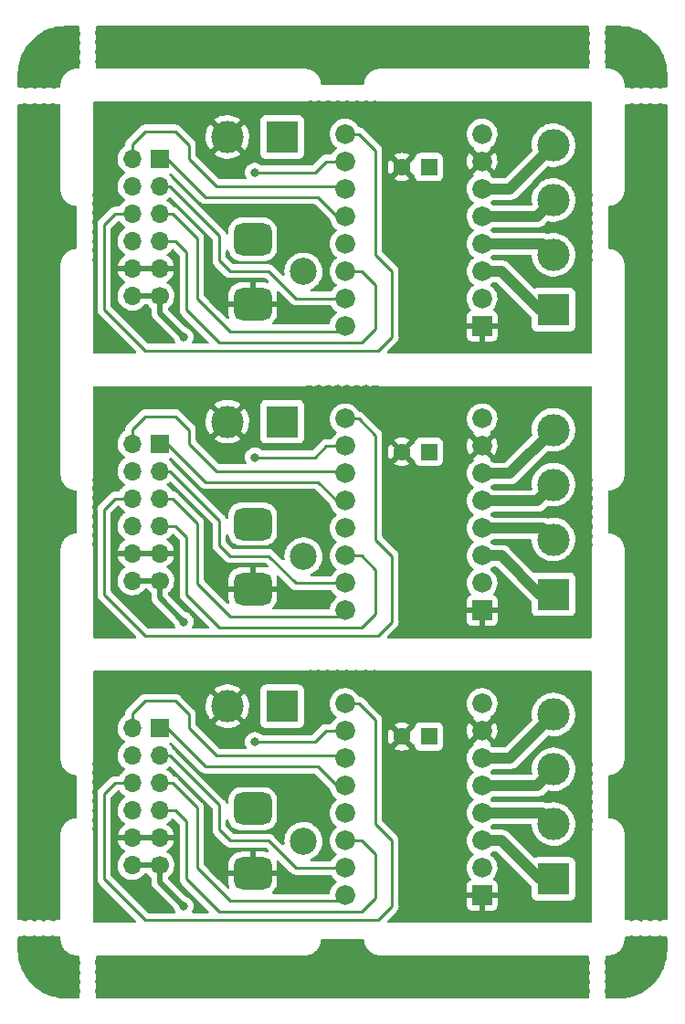
<source format=gbr>
%TF.GenerationSoftware,KiCad,Pcbnew,(6.0.11)*%
%TF.CreationDate,2023-02-22T21:13:02+09:00*%
%TF.ProjectId,panel,70616e65-6c2e-46b6-9963-61645f706362,rev?*%
%TF.SameCoordinates,Original*%
%TF.FileFunction,Copper,L1,Top*%
%TF.FilePolarity,Positive*%
%FSLAX46Y46*%
G04 Gerber Fmt 4.6, Leading zero omitted, Abs format (unit mm)*
G04 Created by KiCad (PCBNEW (6.0.11)) date 2023-02-22 21:13:02*
%MOMM*%
%LPD*%
G01*
G04 APERTURE LIST*
G04 Aperture macros list*
%AMRoundRect*
0 Rectangle with rounded corners*
0 $1 Rounding radius*
0 $2 $3 $4 $5 $6 $7 $8 $9 X,Y pos of 4 corners*
0 Add a 4 corners polygon primitive as box body*
4,1,4,$2,$3,$4,$5,$6,$7,$8,$9,$2,$3,0*
0 Add four circle primitives for the rounded corners*
1,1,$1+$1,$2,$3*
1,1,$1+$1,$4,$5*
1,1,$1+$1,$6,$7*
1,1,$1+$1,$8,$9*
0 Add four rect primitives between the rounded corners*
20,1,$1+$1,$2,$3,$4,$5,0*
20,1,$1+$1,$4,$5,$6,$7,0*
20,1,$1+$1,$6,$7,$8,$9,0*
20,1,$1+$1,$8,$9,$2,$3,0*%
G04 Aperture macros list end*
%TA.AperFunction,ComponentPad*%
%ADD10R,1.700000X1.700000*%
%TD*%
%TA.AperFunction,ComponentPad*%
%ADD11O,1.700000X1.700000*%
%TD*%
%TA.AperFunction,ComponentPad*%
%ADD12C,1.700000*%
%TD*%
%TA.AperFunction,ComponentPad*%
%ADD13R,1.830000X1.830000*%
%TD*%
%TA.AperFunction,ComponentPad*%
%ADD14C,1.830000*%
%TD*%
%TA.AperFunction,ComponentPad*%
%ADD15RoundRect,0.750000X1.000000X-0.750000X1.000000X0.750000X-1.000000X0.750000X-1.000000X-0.750000X0*%
%TD*%
%TA.AperFunction,ComponentPad*%
%ADD16C,2.500000*%
%TD*%
%TA.AperFunction,ComponentPad*%
%ADD17R,1.600000X1.600000*%
%TD*%
%TA.AperFunction,ComponentPad*%
%ADD18C,1.600000*%
%TD*%
%TA.AperFunction,ComponentPad*%
%ADD19R,3.000000X3.000000*%
%TD*%
%TA.AperFunction,ComponentPad*%
%ADD20C,3.000000*%
%TD*%
%TA.AperFunction,ViaPad*%
%ADD21C,0.800000*%
%TD*%
%TA.AperFunction,Conductor*%
%ADD22C,0.500000*%
%TD*%
%TA.AperFunction,Conductor*%
%ADD23C,0.250000*%
%TD*%
%TA.AperFunction,Conductor*%
%ADD24C,1.000000*%
%TD*%
G04 APERTURE END LIST*
D10*
%TO.P,J1,1*%
%TO.N,Board_0-/MS3*%
X131544000Y-32842000D03*
D11*
%TO.P,J1,2*%
%TO.N,Board_0-/STEP*%
X131544000Y-35382000D03*
%TO.P,J1,3*%
%TO.N,Board_0-/DIR*%
X131544000Y-37922000D03*
%TO.P,J1,4*%
%TO.N,Board_0-/#SLP*%
X131544000Y-40462000D03*
%TO.P,J1,5*%
%TO.N,Board_0-GND*%
X131544000Y-43002000D03*
D12*
%TO.P,J1,6*%
%TO.N,Board_0-Net-(J1-Pad12)*%
X131544000Y-45542000D03*
D11*
%TO.P,J1,7*%
%TO.N,Board_0-/MS2*%
X129004000Y-32842000D03*
%TO.P,J1,8*%
%TO.N,Board_0-/MS1*%
X129004000Y-35382000D03*
%TO.P,J1,9*%
%TO.N,Board_0-/#EN*%
X129004000Y-37922000D03*
%TO.P,J1,10*%
%TO.N,Board_0-/#RST*%
X129004000Y-40462000D03*
%TO.P,J1,11*%
%TO.N,Board_0-GND*%
X129004000Y-43002000D03*
%TO.P,J1,12*%
%TO.N,Board_0-Net-(J1-Pad12)*%
X129004000Y-45542000D03*
%TD*%
D13*
%TO.P,U1,1,GND_1*%
%TO.N,Board_0-GND*%
X161434000Y-48326000D03*
D14*
%TO.P,U1,2,VDD*%
%TO.N,Board_0-Net-(J1-Pad12)*%
X161434000Y-45786000D03*
%TO.P,U1,3,1B*%
%TO.N,Board_0-/1B*%
X161434000Y-43246000D03*
%TO.P,U1,4,1A*%
%TO.N,Board_0-/1A*%
X161434000Y-40706000D03*
%TO.P,U1,5,2A*%
%TO.N,Board_0-/2A*%
X161434000Y-38166000D03*
%TO.P,U1,6,2B*%
%TO.N,Board_0-/2B*%
X161434000Y-35626000D03*
%TO.P,U1,7,GND_2*%
%TO.N,Board_0-GND*%
X161434000Y-33086000D03*
%TO.P,U1,8,VMOT*%
%TO.N,Board_0-/VMOT*%
X161434000Y-30546000D03*
%TO.P,U1,9,DIR*%
%TO.N,Board_0-/DIR*%
X148734000Y-48326000D03*
%TO.P,U1,10,STEP*%
%TO.N,Board_0-/STEP*%
X148734000Y-45786000D03*
%TO.P,U1,11,~{SLP}*%
%TO.N,Board_0-/#SLP*%
X148734000Y-43246000D03*
%TO.P,U1,12,~{RST}*%
%TO.N,Board_0-/#RST*%
X148734000Y-40706000D03*
%TO.P,U1,13,MS3*%
%TO.N,Board_0-/MS3*%
X148734000Y-38166000D03*
%TO.P,U1,14,MS2*%
%TO.N,Board_0-/MS2*%
X148734000Y-35626000D03*
%TO.P,U1,15,MS1*%
%TO.N,Board_0-/MS1*%
X148734000Y-33086000D03*
%TO.P,U1,16,~{EN}*%
%TO.N,Board_0-/#EN*%
X148734000Y-30546000D03*
%TD*%
D15*
%TO.P,J3,1*%
%TO.N,Board_2-/VMOT*%
X140176500Y-93072000D03*
%TO.P,J3,2*%
%TO.N,Board_2-GND*%
X140176500Y-99072000D03*
D16*
%TO.P,J3,3*%
%TO.N,N/C*%
X144876500Y-96072000D03*
%TD*%
D17*
%TO.P,C1,1*%
%TO.N,Board_1-/VMOT*%
X156502904Y-59988000D03*
D18*
%TO.P,C1,2*%
%TO.N,Board_1-GND*%
X154002904Y-59988000D03*
%TD*%
D15*
%TO.P,J3,1*%
%TO.N,Board_1-/VMOT*%
X140176500Y-66688000D03*
%TO.P,J3,2*%
%TO.N,Board_1-GND*%
X140176500Y-72688000D03*
D16*
%TO.P,J3,3*%
%TO.N,N/C*%
X144876500Y-69688000D03*
%TD*%
D10*
%TO.P,J1,1*%
%TO.N,Board_1-/MS3*%
X131544000Y-59226000D03*
D11*
%TO.P,J1,2*%
%TO.N,Board_1-/STEP*%
X131544000Y-61766000D03*
%TO.P,J1,3*%
%TO.N,Board_1-/DIR*%
X131544000Y-64306000D03*
%TO.P,J1,4*%
%TO.N,Board_1-/#SLP*%
X131544000Y-66846000D03*
%TO.P,J1,5*%
%TO.N,Board_1-GND*%
X131544000Y-69386000D03*
D12*
%TO.P,J1,6*%
%TO.N,Board_1-Net-(J1-Pad12)*%
X131544000Y-71926000D03*
D11*
%TO.P,J1,7*%
%TO.N,Board_1-/MS2*%
X129004000Y-59226000D03*
%TO.P,J1,8*%
%TO.N,Board_1-/MS1*%
X129004000Y-61766000D03*
%TO.P,J1,9*%
%TO.N,Board_1-/#EN*%
X129004000Y-64306000D03*
%TO.P,J1,10*%
%TO.N,Board_1-/#RST*%
X129004000Y-66846000D03*
%TO.P,J1,11*%
%TO.N,Board_1-GND*%
X129004000Y-69386000D03*
%TO.P,J1,12*%
%TO.N,Board_1-Net-(J1-Pad12)*%
X129004000Y-71926000D03*
%TD*%
D13*
%TO.P,U1,1,GND_1*%
%TO.N,Board_2-GND*%
X161434000Y-101094000D03*
D14*
%TO.P,U1,2,VDD*%
%TO.N,Board_2-Net-(J1-Pad12)*%
X161434000Y-98554000D03*
%TO.P,U1,3,1B*%
%TO.N,Board_2-/1B*%
X161434000Y-96014000D03*
%TO.P,U1,4,1A*%
%TO.N,Board_2-/1A*%
X161434000Y-93474000D03*
%TO.P,U1,5,2A*%
%TO.N,Board_2-/2A*%
X161434000Y-90934000D03*
%TO.P,U1,6,2B*%
%TO.N,Board_2-/2B*%
X161434000Y-88394000D03*
%TO.P,U1,7,GND_2*%
%TO.N,Board_2-GND*%
X161434000Y-85854000D03*
%TO.P,U1,8,VMOT*%
%TO.N,Board_2-/VMOT*%
X161434000Y-83314000D03*
%TO.P,U1,9,DIR*%
%TO.N,Board_2-/DIR*%
X148734000Y-101094000D03*
%TO.P,U1,10,STEP*%
%TO.N,Board_2-/STEP*%
X148734000Y-98554000D03*
%TO.P,U1,11,~{SLP}*%
%TO.N,Board_2-/#SLP*%
X148734000Y-96014000D03*
%TO.P,U1,12,~{RST}*%
%TO.N,Board_2-/#RST*%
X148734000Y-93474000D03*
%TO.P,U1,13,MS3*%
%TO.N,Board_2-/MS3*%
X148734000Y-90934000D03*
%TO.P,U1,14,MS2*%
%TO.N,Board_2-/MS2*%
X148734000Y-88394000D03*
%TO.P,U1,15,MS1*%
%TO.N,Board_2-/MS1*%
X148734000Y-85854000D03*
%TO.P,U1,16,~{EN}*%
%TO.N,Board_2-/#EN*%
X148734000Y-83314000D03*
%TD*%
D19*
%TO.P,J2,1,Pin_1*%
%TO.N,Board_1-/1B*%
X168058000Y-73196000D03*
D20*
%TO.P,J2,2,Pin_2*%
%TO.N,Board_1-/1A*%
X168058000Y-68116000D03*
%TO.P,J2,3,Pin_3*%
%TO.N,Board_1-/2A*%
X168058000Y-63036000D03*
%TO.P,J2,4,Pin_4*%
%TO.N,Board_1-/2B*%
X168058000Y-57956000D03*
%TD*%
D17*
%TO.P,C1,1*%
%TO.N,Board_2-/VMOT*%
X156502904Y-86372000D03*
D18*
%TO.P,C1,2*%
%TO.N,Board_2-GND*%
X154002904Y-86372000D03*
%TD*%
D15*
%TO.P,J3,1*%
%TO.N,Board_0-/VMOT*%
X140176500Y-40304000D03*
%TO.P,J3,2*%
%TO.N,Board_0-GND*%
X140176500Y-46304000D03*
D16*
%TO.P,J3,3*%
%TO.N,N/C*%
X144876500Y-43304000D03*
%TD*%
D17*
%TO.P,C1,1*%
%TO.N,Board_0-/VMOT*%
X156502904Y-33604000D03*
D18*
%TO.P,C1,2*%
%TO.N,Board_0-GND*%
X154002904Y-33604000D03*
%TD*%
D19*
%TO.P,J4,1,Pin_1*%
%TO.N,Board_1-/VMOT*%
X142912000Y-57194000D03*
D20*
%TO.P,J4,2,Pin_2*%
%TO.N,Board_1-GND*%
X137832000Y-57194000D03*
%TD*%
D13*
%TO.P,U1,1,GND_1*%
%TO.N,Board_1-GND*%
X161434000Y-74710000D03*
D14*
%TO.P,U1,2,VDD*%
%TO.N,Board_1-Net-(J1-Pad12)*%
X161434000Y-72170000D03*
%TO.P,U1,3,1B*%
%TO.N,Board_1-/1B*%
X161434000Y-69630000D03*
%TO.P,U1,4,1A*%
%TO.N,Board_1-/1A*%
X161434000Y-67090000D03*
%TO.P,U1,5,2A*%
%TO.N,Board_1-/2A*%
X161434000Y-64550000D03*
%TO.P,U1,6,2B*%
%TO.N,Board_1-/2B*%
X161434000Y-62010000D03*
%TO.P,U1,7,GND_2*%
%TO.N,Board_1-GND*%
X161434000Y-59470000D03*
%TO.P,U1,8,VMOT*%
%TO.N,Board_1-/VMOT*%
X161434000Y-56930000D03*
%TO.P,U1,9,DIR*%
%TO.N,Board_1-/DIR*%
X148734000Y-74710000D03*
%TO.P,U1,10,STEP*%
%TO.N,Board_1-/STEP*%
X148734000Y-72170000D03*
%TO.P,U1,11,~{SLP}*%
%TO.N,Board_1-/#SLP*%
X148734000Y-69630000D03*
%TO.P,U1,12,~{RST}*%
%TO.N,Board_1-/#RST*%
X148734000Y-67090000D03*
%TO.P,U1,13,MS3*%
%TO.N,Board_1-/MS3*%
X148734000Y-64550000D03*
%TO.P,U1,14,MS2*%
%TO.N,Board_1-/MS2*%
X148734000Y-62010000D03*
%TO.P,U1,15,MS1*%
%TO.N,Board_1-/MS1*%
X148734000Y-59470000D03*
%TO.P,U1,16,~{EN}*%
%TO.N,Board_1-/#EN*%
X148734000Y-56930000D03*
%TD*%
D19*
%TO.P,J4,1,Pin_1*%
%TO.N,Board_0-/VMOT*%
X142912000Y-30810000D03*
D20*
%TO.P,J4,2,Pin_2*%
%TO.N,Board_0-GND*%
X137832000Y-30810000D03*
%TD*%
D19*
%TO.P,J4,1,Pin_1*%
%TO.N,Board_2-/VMOT*%
X142912000Y-83578000D03*
D20*
%TO.P,J4,2,Pin_2*%
%TO.N,Board_2-GND*%
X137832000Y-83578000D03*
%TD*%
D19*
%TO.P,J2,1,Pin_1*%
%TO.N,Board_2-/1B*%
X168058000Y-99580000D03*
D20*
%TO.P,J2,2,Pin_2*%
%TO.N,Board_2-/1A*%
X168058000Y-94500000D03*
%TO.P,J2,3,Pin_3*%
%TO.N,Board_2-/2A*%
X168058000Y-89420000D03*
%TO.P,J2,4,Pin_4*%
%TO.N,Board_2-/2B*%
X168058000Y-84340000D03*
%TD*%
D19*
%TO.P,J2,1,Pin_1*%
%TO.N,Board_0-/1B*%
X168058000Y-46812000D03*
D20*
%TO.P,J2,2,Pin_2*%
%TO.N,Board_0-/1A*%
X168058000Y-41732000D03*
%TO.P,J2,3,Pin_3*%
%TO.N,Board_0-/2A*%
X168058000Y-36652000D03*
%TO.P,J2,4,Pin_4*%
%TO.N,Board_0-/2B*%
X168058000Y-31572000D03*
%TD*%
D10*
%TO.P,J1,1*%
%TO.N,Board_2-/MS3*%
X131544000Y-85610000D03*
D11*
%TO.P,J1,2*%
%TO.N,Board_2-/STEP*%
X131544000Y-88150000D03*
%TO.P,J1,3*%
%TO.N,Board_2-/DIR*%
X131544000Y-90690000D03*
%TO.P,J1,4*%
%TO.N,Board_2-/#SLP*%
X131544000Y-93230000D03*
%TO.P,J1,5*%
%TO.N,Board_2-GND*%
X131544000Y-95770000D03*
D12*
%TO.P,J1,6*%
%TO.N,Board_2-Net-(J1-Pad12)*%
X131544000Y-98310000D03*
D11*
%TO.P,J1,7*%
%TO.N,Board_2-/MS2*%
X129004000Y-85610000D03*
%TO.P,J1,8*%
%TO.N,Board_2-/MS1*%
X129004000Y-88150000D03*
%TO.P,J1,9*%
%TO.N,Board_2-/#EN*%
X129004000Y-90690000D03*
%TO.P,J1,10*%
%TO.N,Board_2-/#RST*%
X129004000Y-93230000D03*
%TO.P,J1,11*%
%TO.N,Board_2-GND*%
X129004000Y-95770000D03*
%TO.P,J1,12*%
%TO.N,Board_2-Net-(J1-Pad12)*%
X129004000Y-98310000D03*
%TD*%
D21*
%TO.N,Board_2-Net-(J1-Pad12)*%
X133768000Y-102120000D03*
%TO.N,Board_2-GND*%
X146214000Y-84594000D03*
X136308000Y-96532000D03*
X145198000Y-91198000D03*
X144182000Y-99834000D03*
X126402000Y-89420000D03*
X137324000Y-90944000D03*
X131228000Y-102120000D03*
X133768000Y-81546000D03*
%TO.N,Board_2-/MS1*%
X140372000Y-86880000D03*
%TO.N,Board_1-Net-(J1-Pad12)*%
X133768000Y-75736000D03*
%TO.N,Board_1-GND*%
X146214000Y-58210000D03*
X136308000Y-70148000D03*
X145198000Y-64814000D03*
X144182000Y-73450000D03*
X126402000Y-63036000D03*
X137324000Y-64560000D03*
X131228000Y-75736000D03*
X133768000Y-55162000D03*
%TO.N,Board_1-/MS1*%
X140372000Y-60496000D03*
%TO.N,Board_0-Net-(J1-Pad12)*%
X133768000Y-49352000D03*
%TO.N,Board_0-GND*%
X146214000Y-31826000D03*
X136308000Y-43764000D03*
X145198000Y-38430000D03*
X144182000Y-47066000D03*
X126402000Y-36652000D03*
X137324000Y-38176000D03*
X131228000Y-49352000D03*
X133768000Y-28778000D03*
%TO.N,Board_0-/MS1*%
X140372000Y-34112000D03*
%TD*%
D22*
%TO.N,Board_2-Net-(J1-Pad12)*%
X131544000Y-98310000D02*
X129004000Y-98310000D01*
X131544000Y-99896000D02*
X133768000Y-102120000D01*
X131544000Y-98310000D02*
X131544000Y-99896000D01*
D23*
%TO.N,Board_2-/STEP*%
X138086000Y-96024000D02*
X137070000Y-95008000D01*
X137070000Y-95008000D02*
X137070000Y-92722000D01*
X148734000Y-98554000D02*
X144172000Y-98554000D01*
X137070000Y-92722000D02*
X132498000Y-88150000D01*
X132498000Y-88150000D02*
X131544000Y-88150000D01*
X141642000Y-96024000D02*
X138086000Y-96024000D01*
X144172000Y-98554000D02*
X141642000Y-96024000D01*
%TO.N,Board_2-/MS3*%
X146214000Y-89166000D02*
X147982000Y-90934000D01*
X147982000Y-90934000D02*
X148734000Y-90934000D01*
X132244000Y-85610000D02*
X135800000Y-89166000D01*
X135800000Y-89166000D02*
X146214000Y-89166000D01*
X131544000Y-85610000D02*
X132244000Y-85610000D01*
%TO.N,Board_2-/MS2*%
X134276000Y-85610000D02*
X134276000Y-84340000D01*
X129004000Y-84278000D02*
X129004000Y-85610000D01*
X130212000Y-83070000D02*
X129004000Y-84278000D01*
X148734000Y-88394000D02*
X148490000Y-88150000D01*
X148490000Y-88150000D02*
X136816000Y-88150000D01*
X136816000Y-88150000D02*
X134276000Y-85610000D01*
X134276000Y-84340000D02*
X133006000Y-83070000D01*
X133006000Y-83070000D02*
X130212000Y-83070000D01*
%TO.N,Board_2-/MS1*%
X146986000Y-85854000D02*
X148734000Y-85854000D01*
X145960000Y-86880000D02*
X146986000Y-85854000D01*
X148734000Y-85854000D02*
X148724000Y-85864000D01*
X140372000Y-86880000D02*
X145960000Y-86880000D01*
%TO.N,Board_2-/DIR*%
X132752000Y-90690000D02*
X131544000Y-90690000D01*
X148216000Y-101612000D02*
X138086000Y-101612000D01*
X148734000Y-101094000D02*
X148216000Y-101612000D01*
X138086000Y-101612000D02*
X135038000Y-98564000D01*
X135038000Y-92976000D02*
X132752000Y-90690000D01*
X135038000Y-98564000D02*
X135038000Y-92976000D01*
D24*
%TO.N,Board_2-/2B*%
X164004000Y-88394000D02*
X168058000Y-84340000D01*
X161434000Y-88394000D02*
X164004000Y-88394000D01*
%TO.N,Board_2-/2A*%
X166544000Y-90934000D02*
X168058000Y-89420000D01*
X161434000Y-90934000D02*
X166544000Y-90934000D01*
%TO.N,Board_2-/1B*%
X163222000Y-96014000D02*
X166788000Y-99580000D01*
X166788000Y-99580000D02*
X168058000Y-99580000D01*
X161434000Y-96014000D02*
X163222000Y-96014000D01*
%TO.N,Board_2-/1A*%
X167032000Y-93474000D02*
X168058000Y-94500000D01*
X161434000Y-93474000D02*
X167032000Y-93474000D01*
D23*
%TO.N,Board_2-/#SLP*%
X134022000Y-99580000D02*
X137070000Y-102628000D01*
X150278000Y-102628000D02*
X151548000Y-101358000D01*
X151548000Y-101358000D02*
X151548000Y-97294000D01*
X137070000Y-102628000D02*
X150278000Y-102628000D01*
X131544000Y-93230000D02*
X133006000Y-93230000D01*
X134022000Y-94246000D02*
X134022000Y-99580000D01*
X150268000Y-96014000D02*
X148734000Y-96014000D01*
X133006000Y-93230000D02*
X134022000Y-94246000D01*
X151548000Y-97294000D02*
X150268000Y-96014000D01*
%TO.N,Board_2-/#EN*%
X151548000Y-84848000D02*
X151548000Y-94500000D01*
X148734000Y-83314000D02*
X150014000Y-83314000D01*
X151548000Y-94500000D02*
X153072000Y-96024000D01*
X126402000Y-99580000D02*
X126402000Y-91706000D01*
X153072000Y-102120000D02*
X151802000Y-103390000D01*
X150014000Y-83314000D02*
X151548000Y-84848000D01*
X151802000Y-103390000D02*
X130212000Y-103390000D01*
X130212000Y-103390000D02*
X126402000Y-99580000D01*
X126402000Y-91706000D02*
X127418000Y-90690000D01*
X153072000Y-96024000D02*
X153072000Y-102120000D01*
X127418000Y-90690000D02*
X129004000Y-90690000D01*
D22*
%TO.N,Board_1-Net-(J1-Pad12)*%
X131544000Y-71926000D02*
X129004000Y-71926000D01*
X131544000Y-73512000D02*
X133768000Y-75736000D01*
X131544000Y-71926000D02*
X131544000Y-73512000D01*
D23*
%TO.N,Board_1-/STEP*%
X138086000Y-69640000D02*
X137070000Y-68624000D01*
X137070000Y-68624000D02*
X137070000Y-66338000D01*
X148734000Y-72170000D02*
X144172000Y-72170000D01*
X137070000Y-66338000D02*
X132498000Y-61766000D01*
X132498000Y-61766000D02*
X131544000Y-61766000D01*
X141642000Y-69640000D02*
X138086000Y-69640000D01*
X144172000Y-72170000D02*
X141642000Y-69640000D01*
%TO.N,Board_1-/MS3*%
X146214000Y-62782000D02*
X147982000Y-64550000D01*
X147982000Y-64550000D02*
X148734000Y-64550000D01*
X132244000Y-59226000D02*
X135800000Y-62782000D01*
X135800000Y-62782000D02*
X146214000Y-62782000D01*
X131544000Y-59226000D02*
X132244000Y-59226000D01*
%TO.N,Board_1-/MS2*%
X134276000Y-59226000D02*
X134276000Y-57956000D01*
X129004000Y-57894000D02*
X129004000Y-59226000D01*
X130212000Y-56686000D02*
X129004000Y-57894000D01*
X148734000Y-62010000D02*
X148490000Y-61766000D01*
X148490000Y-61766000D02*
X136816000Y-61766000D01*
X136816000Y-61766000D02*
X134276000Y-59226000D01*
X134276000Y-57956000D02*
X133006000Y-56686000D01*
X133006000Y-56686000D02*
X130212000Y-56686000D01*
%TO.N,Board_1-/MS1*%
X146986000Y-59470000D02*
X148734000Y-59470000D01*
X145960000Y-60496000D02*
X146986000Y-59470000D01*
X148734000Y-59470000D02*
X148724000Y-59480000D01*
X140372000Y-60496000D02*
X145960000Y-60496000D01*
%TO.N,Board_1-/DIR*%
X132752000Y-64306000D02*
X131544000Y-64306000D01*
X148216000Y-75228000D02*
X138086000Y-75228000D01*
X148734000Y-74710000D02*
X148216000Y-75228000D01*
X138086000Y-75228000D02*
X135038000Y-72180000D01*
X135038000Y-66592000D02*
X132752000Y-64306000D01*
X135038000Y-72180000D02*
X135038000Y-66592000D01*
D24*
%TO.N,Board_1-/2B*%
X164004000Y-62010000D02*
X168058000Y-57956000D01*
X161434000Y-62010000D02*
X164004000Y-62010000D01*
%TO.N,Board_1-/2A*%
X166544000Y-64550000D02*
X168058000Y-63036000D01*
X161434000Y-64550000D02*
X166544000Y-64550000D01*
%TO.N,Board_1-/1B*%
X163222000Y-69630000D02*
X166788000Y-73196000D01*
X166788000Y-73196000D02*
X168058000Y-73196000D01*
X161434000Y-69630000D02*
X163222000Y-69630000D01*
%TO.N,Board_1-/1A*%
X167032000Y-67090000D02*
X168058000Y-68116000D01*
X161434000Y-67090000D02*
X167032000Y-67090000D01*
D23*
%TO.N,Board_1-/#SLP*%
X134022000Y-73196000D02*
X137070000Y-76244000D01*
X150278000Y-76244000D02*
X151548000Y-74974000D01*
X151548000Y-74974000D02*
X151548000Y-70910000D01*
X137070000Y-76244000D02*
X150278000Y-76244000D01*
X131544000Y-66846000D02*
X133006000Y-66846000D01*
X134022000Y-67862000D02*
X134022000Y-73196000D01*
X150268000Y-69630000D02*
X148734000Y-69630000D01*
X133006000Y-66846000D02*
X134022000Y-67862000D01*
X151548000Y-70910000D02*
X150268000Y-69630000D01*
%TO.N,Board_1-/#EN*%
X151548000Y-58464000D02*
X151548000Y-68116000D01*
X148734000Y-56930000D02*
X150014000Y-56930000D01*
X151548000Y-68116000D02*
X153072000Y-69640000D01*
X126402000Y-73196000D02*
X126402000Y-65322000D01*
X153072000Y-75736000D02*
X151802000Y-77006000D01*
X150014000Y-56930000D02*
X151548000Y-58464000D01*
X151802000Y-77006000D02*
X130212000Y-77006000D01*
X130212000Y-77006000D02*
X126402000Y-73196000D01*
X126402000Y-65322000D02*
X127418000Y-64306000D01*
X153072000Y-69640000D02*
X153072000Y-75736000D01*
X127418000Y-64306000D02*
X129004000Y-64306000D01*
D22*
%TO.N,Board_0-Net-(J1-Pad12)*%
X131544000Y-45542000D02*
X129004000Y-45542000D01*
X131544000Y-47128000D02*
X133768000Y-49352000D01*
X131544000Y-45542000D02*
X131544000Y-47128000D01*
D23*
%TO.N,Board_0-/STEP*%
X138086000Y-43256000D02*
X137070000Y-42240000D01*
X137070000Y-42240000D02*
X137070000Y-39954000D01*
X148734000Y-45786000D02*
X144172000Y-45786000D01*
X137070000Y-39954000D02*
X132498000Y-35382000D01*
X132498000Y-35382000D02*
X131544000Y-35382000D01*
X141642000Y-43256000D02*
X138086000Y-43256000D01*
X144172000Y-45786000D02*
X141642000Y-43256000D01*
%TO.N,Board_0-/MS3*%
X146214000Y-36398000D02*
X147982000Y-38166000D01*
X147982000Y-38166000D02*
X148734000Y-38166000D01*
X132244000Y-32842000D02*
X135800000Y-36398000D01*
X135800000Y-36398000D02*
X146214000Y-36398000D01*
X131544000Y-32842000D02*
X132244000Y-32842000D01*
%TO.N,Board_0-/MS2*%
X134276000Y-32842000D02*
X134276000Y-31572000D01*
X129004000Y-31510000D02*
X129004000Y-32842000D01*
X130212000Y-30302000D02*
X129004000Y-31510000D01*
X148734000Y-35626000D02*
X148490000Y-35382000D01*
X148490000Y-35382000D02*
X136816000Y-35382000D01*
X136816000Y-35382000D02*
X134276000Y-32842000D01*
X134276000Y-31572000D02*
X133006000Y-30302000D01*
X133006000Y-30302000D02*
X130212000Y-30302000D01*
%TO.N,Board_0-/MS1*%
X146986000Y-33086000D02*
X148734000Y-33086000D01*
X145960000Y-34112000D02*
X146986000Y-33086000D01*
X148734000Y-33086000D02*
X148724000Y-33096000D01*
X140372000Y-34112000D02*
X145960000Y-34112000D01*
%TO.N,Board_0-/DIR*%
X132752000Y-37922000D02*
X131544000Y-37922000D01*
X148216000Y-48844000D02*
X138086000Y-48844000D01*
X148734000Y-48326000D02*
X148216000Y-48844000D01*
X138086000Y-48844000D02*
X135038000Y-45796000D01*
X135038000Y-40208000D02*
X132752000Y-37922000D01*
X135038000Y-45796000D02*
X135038000Y-40208000D01*
D24*
%TO.N,Board_0-/2B*%
X164004000Y-35626000D02*
X168058000Y-31572000D01*
X161434000Y-35626000D02*
X164004000Y-35626000D01*
%TO.N,Board_0-/2A*%
X166544000Y-38166000D02*
X168058000Y-36652000D01*
X161434000Y-38166000D02*
X166544000Y-38166000D01*
%TO.N,Board_0-/1B*%
X163222000Y-43246000D02*
X166788000Y-46812000D01*
X166788000Y-46812000D02*
X168058000Y-46812000D01*
X161434000Y-43246000D02*
X163222000Y-43246000D01*
%TO.N,Board_0-/1A*%
X167032000Y-40706000D02*
X168058000Y-41732000D01*
X161434000Y-40706000D02*
X167032000Y-40706000D01*
D23*
%TO.N,Board_0-/#SLP*%
X134022000Y-46812000D02*
X137070000Y-49860000D01*
X150278000Y-49860000D02*
X151548000Y-48590000D01*
X151548000Y-48590000D02*
X151548000Y-44526000D01*
X137070000Y-49860000D02*
X150278000Y-49860000D01*
X131544000Y-40462000D02*
X133006000Y-40462000D01*
X134022000Y-41478000D02*
X134022000Y-46812000D01*
X150268000Y-43246000D02*
X148734000Y-43246000D01*
X133006000Y-40462000D02*
X134022000Y-41478000D01*
X151548000Y-44526000D02*
X150268000Y-43246000D01*
%TO.N,Board_0-/#EN*%
X151548000Y-32080000D02*
X151548000Y-41732000D01*
X148734000Y-30546000D02*
X150014000Y-30546000D01*
X151548000Y-41732000D02*
X153072000Y-43256000D01*
X126402000Y-46812000D02*
X126402000Y-38938000D01*
X153072000Y-49352000D02*
X151802000Y-50622000D01*
X150014000Y-30546000D02*
X151548000Y-32080000D01*
X151802000Y-50622000D02*
X130212000Y-50622000D01*
X130212000Y-50622000D02*
X126402000Y-46812000D01*
X126402000Y-38938000D02*
X127418000Y-37922000D01*
X153072000Y-43256000D02*
X153072000Y-49352000D01*
X127418000Y-37922000D02*
X129004000Y-37922000D01*
%TD*%
%TA.AperFunction,Conductor*%
%TO.N,Board_1-GND*%
G36*
X150745724Y-53792025D02*
G01*
X150852288Y-53846440D01*
X150852290Y-53846441D01*
X150858808Y-53849769D01*
X150865913Y-53851508D01*
X150865917Y-53851509D01*
X150944176Y-53870658D01*
X151030610Y-53891808D01*
X151036212Y-53892156D01*
X151036215Y-53892156D01*
X151039825Y-53892380D01*
X151039835Y-53892380D01*
X151041764Y-53892500D01*
X151169293Y-53892500D01*
X151239036Y-53884369D01*
X151293411Y-53878030D01*
X151293415Y-53878029D01*
X151300681Y-53877182D01*
X151307556Y-53874687D01*
X151307558Y-53874686D01*
X151449868Y-53823029D01*
X151520726Y-53818588D01*
X151528794Y-53820953D01*
X151528814Y-53820882D01*
X151551981Y-53827293D01*
X151557869Y-53829079D01*
X151577775Y-53835655D01*
X151582179Y-53836442D01*
X151585188Y-53837204D01*
X151591268Y-53838906D01*
X151594855Y-53840008D01*
X151599390Y-53841795D01*
X151622880Y-53847069D01*
X151628825Y-53848558D01*
X151649016Y-53854146D01*
X151653460Y-53854717D01*
X151656493Y-53855328D01*
X151662650Y-53856731D01*
X151666293Y-53857657D01*
X151670899Y-53859216D01*
X151687687Y-53862129D01*
X151694591Y-53863327D01*
X151700643Y-53864530D01*
X151721079Y-53869119D01*
X151725550Y-53869471D01*
X151728591Y-53869930D01*
X151734821Y-53871031D01*
X151738490Y-53871775D01*
X151743176Y-53873108D01*
X151764835Y-53875780D01*
X151767027Y-53876050D01*
X151773138Y-53876956D01*
X151789363Y-53879771D01*
X151789370Y-53879772D01*
X151793781Y-53880537D01*
X151798266Y-53880670D01*
X151801313Y-53880977D01*
X151807601Y-53881772D01*
X151811302Y-53882335D01*
X151816045Y-53883436D01*
X151820896Y-53883794D01*
X151820910Y-53883796D01*
X151840037Y-53885207D01*
X151846168Y-53885810D01*
X151866956Y-53888374D01*
X151871433Y-53888286D01*
X151874503Y-53888445D01*
X151880802Y-53888929D01*
X151884548Y-53889311D01*
X151889336Y-53890178D01*
X151913384Y-53890768D01*
X151919546Y-53891071D01*
X151928227Y-53891712D01*
X151935950Y-53892282D01*
X151935954Y-53892282D01*
X151940426Y-53892612D01*
X151944894Y-53892305D01*
X151948425Y-53892314D01*
X151949620Y-53892362D01*
X151950508Y-53892500D01*
X151982340Y-53892500D01*
X151985434Y-53892538D01*
X152014140Y-53893243D01*
X152018592Y-53892717D01*
X152020300Y-53892637D01*
X152026168Y-53892500D01*
X171487500Y-53892500D01*
X171555621Y-53912502D01*
X171602114Y-53966158D01*
X171613500Y-54018500D01*
X171613500Y-62047032D01*
X171613325Y-62053668D01*
X171613312Y-62053924D01*
X171612681Y-62058749D01*
X171612800Y-62063609D01*
X171612800Y-62063614D01*
X171613462Y-62090571D01*
X171613500Y-62093659D01*
X171613500Y-62122390D01*
X171613525Y-62122562D01*
X171613565Y-62123767D01*
X171613551Y-62127636D01*
X171613159Y-62132481D01*
X171613517Y-62137333D01*
X171614927Y-62156439D01*
X171615231Y-62162616D01*
X171615744Y-62183552D01*
X171616488Y-62187968D01*
X171616784Y-62191058D01*
X171617230Y-62197360D01*
X171617400Y-62201092D01*
X171617245Y-62205965D01*
X171620189Y-62229838D01*
X171620792Y-62235953D01*
X171622334Y-62256862D01*
X171623295Y-62261243D01*
X171623741Y-62264304D01*
X171624496Y-62270587D01*
X171624847Y-62274292D01*
X171624932Y-62279163D01*
X171626229Y-62286636D01*
X171629038Y-62302824D01*
X171629946Y-62308946D01*
X171632511Y-62329745D01*
X171633685Y-62334073D01*
X171634277Y-62337087D01*
X171635341Y-62343328D01*
X171635876Y-62347030D01*
X171636200Y-62351894D01*
X171637267Y-62356645D01*
X171637267Y-62356646D01*
X171641470Y-62375363D01*
X171642672Y-62381408D01*
X171646253Y-62402044D01*
X171647639Y-62406313D01*
X171648377Y-62409289D01*
X171649742Y-62415459D01*
X171650466Y-62419166D01*
X171651026Y-62423995D01*
X171652323Y-62428681D01*
X171652323Y-62428682D01*
X171657432Y-62447144D01*
X171658934Y-62453142D01*
X171662502Y-62469028D01*
X171663525Y-62473583D01*
X171665116Y-62477771D01*
X171666007Y-62480735D01*
X171667672Y-62486826D01*
X171668574Y-62490480D01*
X171669371Y-62495280D01*
X171676924Y-62518144D01*
X171678706Y-62524017D01*
X171683818Y-62542487D01*
X171684290Y-62544194D01*
X171683048Y-62544538D01*
X171686675Y-62609740D01*
X171677407Y-62633067D01*
X171678271Y-62633443D01*
X171675349Y-62640162D01*
X171671674Y-62646490D01*
X171669553Y-62653494D01*
X171669551Y-62653498D01*
X171642371Y-62743240D01*
X171620405Y-62815767D01*
X171609453Y-62992298D01*
X171610693Y-62999514D01*
X171610693Y-62999516D01*
X171638166Y-63159398D01*
X171639406Y-63166614D01*
X171708657Y-63329364D01*
X171710570Y-63331963D01*
X171726560Y-63399404D01*
X171709691Y-63456039D01*
X171671674Y-63521490D01*
X171669553Y-63528494D01*
X171669551Y-63528498D01*
X171642481Y-63617877D01*
X171620405Y-63690767D01*
X171609453Y-63867298D01*
X171610693Y-63874514D01*
X171610693Y-63874516D01*
X171612216Y-63883379D01*
X171639406Y-64041614D01*
X171708657Y-64204364D01*
X171710570Y-64206963D01*
X171726560Y-64274404D01*
X171709691Y-64331039D01*
X171671674Y-64396490D01*
X171669553Y-64403494D01*
X171669551Y-64403498D01*
X171637304Y-64509970D01*
X171620405Y-64565767D01*
X171609453Y-64742298D01*
X171610693Y-64749514D01*
X171610693Y-64749516D01*
X171637482Y-64905419D01*
X171639406Y-64916614D01*
X171665987Y-64979084D01*
X171694617Y-65046367D01*
X171708657Y-65079364D01*
X171710570Y-65081963D01*
X171726560Y-65149404D01*
X171709691Y-65206039D01*
X171671674Y-65271490D01*
X171669553Y-65278494D01*
X171669551Y-65278498D01*
X171636021Y-65389206D01*
X171620405Y-65440767D01*
X171609453Y-65617298D01*
X171610693Y-65624514D01*
X171610693Y-65624516D01*
X171612901Y-65637364D01*
X171639406Y-65791614D01*
X171708657Y-65954364D01*
X171710570Y-65956963D01*
X171726560Y-66024404D01*
X171709691Y-66081039D01*
X171671674Y-66146490D01*
X171669553Y-66153494D01*
X171669551Y-66153498D01*
X171640740Y-66248625D01*
X171620405Y-66315767D01*
X171609453Y-66492298D01*
X171610693Y-66499514D01*
X171610693Y-66499516D01*
X171632245Y-66624940D01*
X171639406Y-66666614D01*
X171708657Y-66829364D01*
X171710570Y-66831963D01*
X171726560Y-66899404D01*
X171709691Y-66956039D01*
X171671674Y-67021490D01*
X171669553Y-67028494D01*
X171669551Y-67028498D01*
X171637749Y-67133500D01*
X171620405Y-67190767D01*
X171609453Y-67367298D01*
X171610693Y-67374514D01*
X171610693Y-67374516D01*
X171638166Y-67534398D01*
X171639406Y-67541614D01*
X171708657Y-67704364D01*
X171710570Y-67706963D01*
X171726560Y-67774404D01*
X171709691Y-67831039D01*
X171671674Y-67896490D01*
X171669553Y-67903494D01*
X171669551Y-67903498D01*
X171635550Y-68015761D01*
X171620405Y-68065767D01*
X171609453Y-68242298D01*
X171610693Y-68249514D01*
X171610693Y-68249516D01*
X171637374Y-68404787D01*
X171639406Y-68416614D01*
X171672098Y-68493443D01*
X171681724Y-68516066D01*
X171689991Y-68586580D01*
X171685263Y-68604492D01*
X171685117Y-68604816D01*
X171683820Y-68609503D01*
X171678711Y-68627966D01*
X171676919Y-68633874D01*
X171670344Y-68653775D01*
X171669556Y-68658185D01*
X171668792Y-68661201D01*
X171667089Y-68667284D01*
X171665992Y-68670854D01*
X171664205Y-68675390D01*
X171663138Y-68680143D01*
X171663137Y-68680145D01*
X171658938Y-68698844D01*
X171657440Y-68704825D01*
X171651853Y-68725016D01*
X171651283Y-68729457D01*
X171650671Y-68732492D01*
X171649268Y-68738652D01*
X171648344Y-68742287D01*
X171646783Y-68746899D01*
X171645486Y-68754372D01*
X171642671Y-68770596D01*
X171641469Y-68776640D01*
X171638969Y-68787774D01*
X171638183Y-68791278D01*
X171636880Y-68797079D01*
X171636528Y-68801549D01*
X171636070Y-68804584D01*
X171634969Y-68810813D01*
X171634222Y-68814499D01*
X171632891Y-68819177D01*
X171629948Y-68843042D01*
X171629044Y-68849140D01*
X171625462Y-68869781D01*
X171625330Y-68874261D01*
X171625021Y-68877318D01*
X171624227Y-68883598D01*
X171623663Y-68887307D01*
X171622563Y-68892045D01*
X171622205Y-68896892D01*
X171622205Y-68896895D01*
X171620794Y-68916028D01*
X171620187Y-68922183D01*
X171619024Y-68931617D01*
X171617625Y-68942957D01*
X171617713Y-68947438D01*
X171617554Y-68950508D01*
X171617070Y-68956815D01*
X171616689Y-68960546D01*
X171615820Y-68965347D01*
X171615700Y-68970218D01*
X171615700Y-68970222D01*
X171615230Y-68989371D01*
X171614928Y-68995533D01*
X171613387Y-69016426D01*
X171613694Y-69020897D01*
X171613685Y-69024432D01*
X171613637Y-69025625D01*
X171613500Y-69026508D01*
X171613500Y-69058333D01*
X171613462Y-69061424D01*
X171612757Y-69090150D01*
X171613283Y-69094599D01*
X171613363Y-69096312D01*
X171613500Y-69102180D01*
X171613500Y-77133500D01*
X171593498Y-77201621D01*
X171539842Y-77248114D01*
X171487500Y-77259500D01*
X152748594Y-77259500D01*
X152680473Y-77239498D01*
X152633980Y-77185842D01*
X152623876Y-77115568D01*
X152653370Y-77050988D01*
X152659499Y-77044405D01*
X153464247Y-76239657D01*
X153472537Y-76232113D01*
X153479018Y-76228000D01*
X153525659Y-76178332D01*
X153528413Y-76175491D01*
X153548134Y-76155770D01*
X153550612Y-76152575D01*
X153558318Y-76143553D01*
X153572430Y-76128525D01*
X153588586Y-76111321D01*
X153598346Y-76093568D01*
X153609199Y-76077045D01*
X153610356Y-76075553D01*
X153621613Y-76061041D01*
X153639176Y-76020457D01*
X153644383Y-76009827D01*
X153665695Y-75971060D01*
X153667666Y-75963383D01*
X153667668Y-75963378D01*
X153670732Y-75951442D01*
X153677138Y-75932730D01*
X153682033Y-75921419D01*
X153685181Y-75914145D01*
X153686421Y-75906317D01*
X153686423Y-75906310D01*
X153692099Y-75870476D01*
X153694505Y-75858856D01*
X153703528Y-75823711D01*
X153703528Y-75823710D01*
X153705500Y-75816030D01*
X153705500Y-75795776D01*
X153707051Y-75776065D01*
X153708980Y-75763886D01*
X153710220Y-75756057D01*
X153708949Y-75742606D01*
X153706059Y-75712039D01*
X153705500Y-75700181D01*
X153705500Y-75669669D01*
X160011001Y-75669669D01*
X160011371Y-75676490D01*
X160016895Y-75727352D01*
X160020521Y-75742604D01*
X160065676Y-75863054D01*
X160074214Y-75878649D01*
X160150715Y-75980724D01*
X160163276Y-75993285D01*
X160265351Y-76069786D01*
X160280946Y-76078324D01*
X160401394Y-76123478D01*
X160416649Y-76127105D01*
X160467514Y-76132631D01*
X160474328Y-76133000D01*
X161161885Y-76133000D01*
X161177124Y-76128525D01*
X161178329Y-76127135D01*
X161180000Y-76119452D01*
X161180000Y-76114884D01*
X161688000Y-76114884D01*
X161692475Y-76130123D01*
X161693865Y-76131328D01*
X161701548Y-76132999D01*
X162393669Y-76132999D01*
X162400490Y-76132629D01*
X162451352Y-76127105D01*
X162466604Y-76123479D01*
X162587054Y-76078324D01*
X162602649Y-76069786D01*
X162704724Y-75993285D01*
X162717285Y-75980724D01*
X162793786Y-75878649D01*
X162802324Y-75863054D01*
X162847478Y-75742606D01*
X162851105Y-75727351D01*
X162856631Y-75676486D01*
X162857000Y-75669672D01*
X162857000Y-74982115D01*
X162852525Y-74966876D01*
X162851135Y-74965671D01*
X162843452Y-74964000D01*
X161706115Y-74964000D01*
X161690876Y-74968475D01*
X161689671Y-74969865D01*
X161688000Y-74977548D01*
X161688000Y-76114884D01*
X161180000Y-76114884D01*
X161180000Y-74982115D01*
X161175525Y-74966876D01*
X161174135Y-74965671D01*
X161166452Y-74964000D01*
X160029116Y-74964000D01*
X160013877Y-74968475D01*
X160012672Y-74969865D01*
X160011001Y-74977548D01*
X160011001Y-75669669D01*
X153705500Y-75669669D01*
X153705500Y-72135102D01*
X160006047Y-72135102D01*
X160019522Y-72368792D01*
X160020657Y-72373829D01*
X160020658Y-72373835D01*
X160064527Y-72568495D01*
X160070983Y-72597144D01*
X160072927Y-72601930D01*
X160072928Y-72601935D01*
X160155405Y-72805051D01*
X160159049Y-72814024D01*
X160281355Y-73013609D01*
X160377187Y-73124240D01*
X160406669Y-73188825D01*
X160396554Y-73259098D01*
X160350053Y-73312746D01*
X160326178Y-73324719D01*
X160280948Y-73341675D01*
X160265351Y-73350214D01*
X160163276Y-73426715D01*
X160150715Y-73439276D01*
X160074214Y-73541351D01*
X160065676Y-73556946D01*
X160020522Y-73677394D01*
X160016895Y-73692649D01*
X160011369Y-73743514D01*
X160011000Y-73750328D01*
X160011000Y-74437885D01*
X160015475Y-74453124D01*
X160016865Y-74454329D01*
X160024548Y-74456000D01*
X162838884Y-74456000D01*
X162854123Y-74451525D01*
X162855328Y-74450135D01*
X162856999Y-74442452D01*
X162856999Y-73750331D01*
X162856629Y-73743510D01*
X162851105Y-73692648D01*
X162847479Y-73677396D01*
X162802324Y-73556946D01*
X162793786Y-73541351D01*
X162717285Y-73439276D01*
X162704724Y-73426715D01*
X162602649Y-73350214D01*
X162587054Y-73341676D01*
X162543894Y-73325496D01*
X162487130Y-73282854D01*
X162462430Y-73216293D01*
X162477637Y-73146944D01*
X162499185Y-73118263D01*
X162518100Y-73099415D01*
X162518110Y-73099403D01*
X162521765Y-73095761D01*
X162573151Y-73024250D01*
X162655342Y-72909871D01*
X162655346Y-72909865D01*
X162658360Y-72905670D01*
X162670353Y-72881405D01*
X162759779Y-72700463D01*
X162759780Y-72700461D01*
X162762073Y-72695821D01*
X162830120Y-72471852D01*
X162860674Y-72239776D01*
X162862379Y-72170000D01*
X162848066Y-71995908D01*
X162843623Y-71941860D01*
X162843622Y-71941854D01*
X162843199Y-71936709D01*
X162786174Y-71709682D01*
X162692835Y-71495018D01*
X162565690Y-71298481D01*
X162546592Y-71277492D01*
X162411630Y-71129172D01*
X162411628Y-71129171D01*
X162408152Y-71125350D01*
X162404101Y-71122151D01*
X162404097Y-71122147D01*
X162323474Y-71058475D01*
X162246053Y-70997332D01*
X162204991Y-70939416D01*
X162201759Y-70868493D01*
X162237384Y-70807081D01*
X162250978Y-70795872D01*
X162351750Y-70723993D01*
X162351761Y-70723984D01*
X162355958Y-70720990D01*
X162378156Y-70698870D01*
X162392601Y-70684475D01*
X162401860Y-70675249D01*
X162464231Y-70641333D01*
X162490799Y-70638500D01*
X162752075Y-70638500D01*
X162820196Y-70658502D01*
X162841170Y-70675405D01*
X166012595Y-73846829D01*
X166046621Y-73909141D01*
X166049500Y-73935924D01*
X166049500Y-74744134D01*
X166056255Y-74806316D01*
X166107385Y-74942705D01*
X166194739Y-75059261D01*
X166311295Y-75146615D01*
X166447684Y-75197745D01*
X166509866Y-75204500D01*
X169606134Y-75204500D01*
X169668316Y-75197745D01*
X169804705Y-75146615D01*
X169921261Y-75059261D01*
X170008615Y-74942705D01*
X170059745Y-74806316D01*
X170066500Y-74744134D01*
X170066500Y-71647866D01*
X170059745Y-71585684D01*
X170008615Y-71449295D01*
X169921261Y-71332739D01*
X169804705Y-71245385D01*
X169668316Y-71194255D01*
X169606134Y-71187500D01*
X166509866Y-71187500D01*
X166447684Y-71194255D01*
X166429636Y-71201021D01*
X166352580Y-71229908D01*
X166281772Y-71235091D01*
X166219255Y-71201021D01*
X163978855Y-68960621D01*
X163969753Y-68950478D01*
X163949897Y-68925782D01*
X163946032Y-68920975D01*
X163907578Y-68888708D01*
X163903931Y-68885528D01*
X163902119Y-68883885D01*
X163899925Y-68881691D01*
X163866651Y-68854358D01*
X163865853Y-68853696D01*
X163794526Y-68793846D01*
X163789856Y-68791278D01*
X163785739Y-68787897D01*
X163714975Y-68749954D01*
X163703914Y-68744023D01*
X163702755Y-68743394D01*
X163626619Y-68701538D01*
X163626611Y-68701535D01*
X163621213Y-68698567D01*
X163616131Y-68696955D01*
X163611437Y-68694438D01*
X163522469Y-68667238D01*
X163521441Y-68666918D01*
X163432694Y-68638765D01*
X163427398Y-68638171D01*
X163422302Y-68636613D01*
X163329743Y-68627210D01*
X163328607Y-68627089D01*
X163294992Y-68623319D01*
X163282270Y-68621892D01*
X163282266Y-68621892D01*
X163278773Y-68621500D01*
X163275246Y-68621500D01*
X163274261Y-68621445D01*
X163268581Y-68620998D01*
X163239175Y-68618011D01*
X163231663Y-68617248D01*
X163231661Y-68617248D01*
X163225538Y-68616626D01*
X163183259Y-68620623D01*
X163179891Y-68620941D01*
X163168033Y-68621500D01*
X162495930Y-68621500D01*
X162427809Y-68601498D01*
X162410843Y-68588308D01*
X162408152Y-68585350D01*
X162246053Y-68457332D01*
X162204991Y-68399416D01*
X162201759Y-68328493D01*
X162237384Y-68267081D01*
X162250978Y-68255872D01*
X162351750Y-68183993D01*
X162351761Y-68183984D01*
X162355958Y-68180990D01*
X162360368Y-68176596D01*
X162391404Y-68145668D01*
X162401860Y-68135249D01*
X162464231Y-68101333D01*
X162490799Y-68098500D01*
X165926180Y-68098500D01*
X165994301Y-68118502D01*
X166040794Y-68172158D01*
X166051971Y-68217247D01*
X166060682Y-68368320D01*
X166061507Y-68372525D01*
X166061508Y-68372533D01*
X166086577Y-68500311D01*
X166113405Y-68637053D01*
X166114792Y-68641103D01*
X166114793Y-68641108D01*
X166200723Y-68892088D01*
X166202112Y-68896144D01*
X166258859Y-69008973D01*
X166320735Y-69132000D01*
X166325160Y-69140799D01*
X166327586Y-69144328D01*
X166327589Y-69144334D01*
X166432257Y-69296625D01*
X166480274Y-69366490D01*
X166483161Y-69369663D01*
X166483162Y-69369664D01*
X166577948Y-69473833D01*
X166664582Y-69569043D01*
X166667877Y-69571798D01*
X166667878Y-69571799D01*
X166701915Y-69600258D01*
X166874675Y-69744707D01*
X166878316Y-69746991D01*
X167103024Y-69887951D01*
X167103028Y-69887953D01*
X167106664Y-69890234D01*
X167174544Y-69920883D01*
X167352345Y-70001164D01*
X167352349Y-70001166D01*
X167356257Y-70002930D01*
X167360377Y-70004150D01*
X167360376Y-70004150D01*
X167614723Y-70079491D01*
X167614727Y-70079492D01*
X167618836Y-70080709D01*
X167623070Y-70081357D01*
X167623075Y-70081358D01*
X167885298Y-70121483D01*
X167885300Y-70121483D01*
X167889540Y-70122132D01*
X168028912Y-70124322D01*
X168159071Y-70126367D01*
X168159077Y-70126367D01*
X168163362Y-70126434D01*
X168435235Y-70093534D01*
X168700127Y-70024041D01*
X168704087Y-70022401D01*
X168704092Y-70022399D01*
X168826631Y-69971641D01*
X168953136Y-69919241D01*
X169116749Y-69823633D01*
X169185879Y-69783237D01*
X169185880Y-69783236D01*
X169189582Y-69781073D01*
X169405089Y-69612094D01*
X169416670Y-69600144D01*
X169579612Y-69432000D01*
X169595669Y-69415431D01*
X169598202Y-69411983D01*
X169598206Y-69411978D01*
X169755257Y-69198178D01*
X169757795Y-69194723D01*
X169759841Y-69190955D01*
X169886418Y-68957830D01*
X169886419Y-68957828D01*
X169888468Y-68954054D01*
X169946640Y-68800105D01*
X169983751Y-68701895D01*
X169983752Y-68701891D01*
X169985269Y-68697877D01*
X170026909Y-68516066D01*
X170045449Y-68435117D01*
X170045450Y-68435113D01*
X170046407Y-68430933D01*
X170047266Y-68421315D01*
X170070531Y-68160627D01*
X170070531Y-68160625D01*
X170070751Y-68158161D01*
X170070903Y-68143711D01*
X170071167Y-68118484D01*
X170071167Y-68118483D01*
X170071193Y-68116000D01*
X170067199Y-68057412D01*
X170052859Y-67847055D01*
X170052858Y-67847049D01*
X170052567Y-67842778D01*
X169997032Y-67574612D01*
X169905617Y-67316465D01*
X169780013Y-67073112D01*
X169767356Y-67055102D01*
X169691153Y-66946677D01*
X169622545Y-66849057D01*
X169445847Y-66658907D01*
X169439046Y-66651588D01*
X169439043Y-66651585D01*
X169436125Y-66648445D01*
X169432810Y-66645731D01*
X169432806Y-66645728D01*
X169299112Y-66536301D01*
X169224205Y-66474990D01*
X168990704Y-66331901D01*
X168986768Y-66330173D01*
X168743873Y-66223549D01*
X168743869Y-66223548D01*
X168739945Y-66221825D01*
X168476566Y-66146800D01*
X168472324Y-66146196D01*
X168472318Y-66146195D01*
X168271834Y-66117662D01*
X168205443Y-66108213D01*
X168061589Y-66107460D01*
X167935877Y-66106802D01*
X167935871Y-66106802D01*
X167931591Y-66106780D01*
X167927347Y-66107339D01*
X167927343Y-66107339D01*
X167808934Y-66122928D01*
X167660078Y-66142525D01*
X167655938Y-66143658D01*
X167655936Y-66143658D01*
X167537000Y-66176195D01*
X167466015Y-66174877D01*
X167443059Y-66165079D01*
X167431213Y-66158567D01*
X167426131Y-66156955D01*
X167421437Y-66154438D01*
X167332469Y-66127238D01*
X167331441Y-66126918D01*
X167242694Y-66098765D01*
X167237398Y-66098171D01*
X167232302Y-66096613D01*
X167139743Y-66087210D01*
X167138607Y-66087089D01*
X167104992Y-66083319D01*
X167092270Y-66081892D01*
X167092266Y-66081892D01*
X167088773Y-66081500D01*
X167085246Y-66081500D01*
X167084261Y-66081445D01*
X167078581Y-66080998D01*
X167044950Y-66077582D01*
X167041663Y-66077248D01*
X167041661Y-66077248D01*
X167035538Y-66076626D01*
X166993259Y-66080623D01*
X166989891Y-66080941D01*
X166978033Y-66081500D01*
X162495930Y-66081500D01*
X162427809Y-66061498D01*
X162410843Y-66048308D01*
X162408152Y-66045350D01*
X162246053Y-65917332D01*
X162204991Y-65859416D01*
X162201759Y-65788493D01*
X162237384Y-65727081D01*
X162250978Y-65715872D01*
X162351750Y-65643993D01*
X162351761Y-65643984D01*
X162355958Y-65640990D01*
X162360369Y-65636595D01*
X162401859Y-65595249D01*
X162464231Y-65561333D01*
X162490799Y-65558500D01*
X166482157Y-65558500D01*
X166495764Y-65559237D01*
X166527262Y-65562659D01*
X166527267Y-65562659D01*
X166533388Y-65563324D01*
X166559638Y-65561027D01*
X166583388Y-65558950D01*
X166588214Y-65558621D01*
X166590686Y-65558500D01*
X166593769Y-65558500D01*
X166605738Y-65557326D01*
X166636506Y-65554310D01*
X166637819Y-65554188D01*
X166682084Y-65550315D01*
X166730413Y-65546087D01*
X166735532Y-65544600D01*
X166740833Y-65544080D01*
X166829834Y-65517209D01*
X166830967Y-65516874D01*
X166914414Y-65492630D01*
X166914418Y-65492628D01*
X166920336Y-65490909D01*
X166925068Y-65488456D01*
X166930169Y-65486916D01*
X166944290Y-65479408D01*
X167012260Y-65443269D01*
X167013426Y-65442657D01*
X167090453Y-65402729D01*
X167095926Y-65399892D01*
X167100089Y-65396569D01*
X167104796Y-65394066D01*
X167176918Y-65335245D01*
X167177774Y-65334554D01*
X167216973Y-65303262D01*
X167219477Y-65300758D01*
X167220195Y-65300116D01*
X167224528Y-65296415D01*
X167258062Y-65269065D01*
X167263722Y-65262224D01*
X167287287Y-65233738D01*
X167295277Y-65224958D01*
X167489214Y-65031021D01*
X167551526Y-64996995D01*
X167610394Y-64999170D01*
X167610532Y-64998554D01*
X167613861Y-64999298D01*
X167614103Y-64999307D01*
X167618836Y-65000709D01*
X167623078Y-65001358D01*
X167623082Y-65001359D01*
X167885298Y-65041483D01*
X167885300Y-65041483D01*
X167889540Y-65042132D01*
X168028912Y-65044322D01*
X168159071Y-65046367D01*
X168159077Y-65046367D01*
X168163362Y-65046434D01*
X168435235Y-65013534D01*
X168700127Y-64944041D01*
X168704087Y-64942401D01*
X168704092Y-64942399D01*
X168855578Y-64879651D01*
X168953136Y-64839241D01*
X169189582Y-64701073D01*
X169405089Y-64532094D01*
X169421556Y-64515102D01*
X169592686Y-64338509D01*
X169595669Y-64335431D01*
X169598202Y-64331983D01*
X169598206Y-64331978D01*
X169755257Y-64118178D01*
X169757795Y-64114723D01*
X169845100Y-63953928D01*
X169886418Y-63877830D01*
X169886419Y-63877828D01*
X169888468Y-63874054D01*
X169949588Y-63712305D01*
X169983751Y-63621895D01*
X169983752Y-63621891D01*
X169985269Y-63617877D01*
X170028119Y-63430783D01*
X170045449Y-63355117D01*
X170045450Y-63355113D01*
X170046407Y-63350933D01*
X170047266Y-63341315D01*
X170070531Y-63080627D01*
X170070531Y-63080625D01*
X170070751Y-63078161D01*
X170071193Y-63036000D01*
X170070000Y-63018500D01*
X170052859Y-62767055D01*
X170052858Y-62767049D01*
X170052567Y-62762778D01*
X170051246Y-62756396D01*
X170024800Y-62628695D01*
X169997032Y-62494612D01*
X169905617Y-62236465D01*
X169780013Y-61993112D01*
X169770040Y-61978921D01*
X169625008Y-61772562D01*
X169622545Y-61769057D01*
X169436125Y-61568445D01*
X169432810Y-61565731D01*
X169432806Y-61565728D01*
X169227523Y-61397706D01*
X169224205Y-61394990D01*
X168990704Y-61251901D01*
X168986768Y-61250173D01*
X168743873Y-61143549D01*
X168743869Y-61143548D01*
X168739945Y-61141825D01*
X168476566Y-61066800D01*
X168472324Y-61066196D01*
X168472318Y-61066195D01*
X168271834Y-61037662D01*
X168205443Y-61028213D01*
X168061589Y-61027460D01*
X167935877Y-61026802D01*
X167935871Y-61026802D01*
X167931591Y-61026780D01*
X167927347Y-61027339D01*
X167927343Y-61027339D01*
X167816810Y-61041891D01*
X167660078Y-61062525D01*
X167655938Y-61063658D01*
X167655936Y-61063658D01*
X167614433Y-61075012D01*
X167395928Y-61134788D01*
X167391980Y-61136472D01*
X167147982Y-61240546D01*
X167147978Y-61240548D01*
X167144030Y-61242232D01*
X167055351Y-61295305D01*
X166912725Y-61380664D01*
X166912721Y-61380667D01*
X166909043Y-61382868D01*
X166695318Y-61554094D01*
X166678717Y-61571588D01*
X166511801Y-61747481D01*
X166506808Y-61752742D01*
X166347002Y-61975136D01*
X166218857Y-62217161D01*
X166217385Y-62221184D01*
X166217383Y-62221188D01*
X166134695Y-62447142D01*
X166124743Y-62474337D01*
X166066404Y-62741907D01*
X166062233Y-62794901D01*
X166047899Y-62977035D01*
X166044917Y-63014918D01*
X166060682Y-63288320D01*
X166061507Y-63292527D01*
X166061508Y-63292532D01*
X166068923Y-63330323D01*
X166080070Y-63387138D01*
X166080875Y-63391242D01*
X166074362Y-63461939D01*
X166030661Y-63517892D01*
X165957232Y-63541500D01*
X162495930Y-63541500D01*
X162427809Y-63521498D01*
X162410843Y-63508308D01*
X162408152Y-63505350D01*
X162246053Y-63377332D01*
X162204991Y-63319416D01*
X162201759Y-63248493D01*
X162237384Y-63187081D01*
X162250978Y-63175872D01*
X162351750Y-63103993D01*
X162351761Y-63103984D01*
X162355958Y-63100990D01*
X162401860Y-63055249D01*
X162464231Y-63021333D01*
X162490799Y-63018500D01*
X163942157Y-63018500D01*
X163955764Y-63019237D01*
X163987262Y-63022659D01*
X163987267Y-63022659D01*
X163993388Y-63023324D01*
X164019638Y-63021027D01*
X164043388Y-63018950D01*
X164048214Y-63018621D01*
X164050686Y-63018500D01*
X164053769Y-63018500D01*
X164065738Y-63017326D01*
X164096506Y-63014310D01*
X164097819Y-63014188D01*
X164142084Y-63010315D01*
X164190413Y-63006087D01*
X164195532Y-63004600D01*
X164200833Y-63004080D01*
X164289834Y-62977209D01*
X164290967Y-62976874D01*
X164374414Y-62952630D01*
X164374418Y-62952628D01*
X164380336Y-62950909D01*
X164385068Y-62948456D01*
X164390169Y-62946916D01*
X164404290Y-62939408D01*
X164472260Y-62903269D01*
X164473426Y-62902657D01*
X164550453Y-62862729D01*
X164555926Y-62859892D01*
X164560089Y-62856569D01*
X164564796Y-62854066D01*
X164636918Y-62795245D01*
X164637774Y-62794554D01*
X164676973Y-62763262D01*
X164679477Y-62760758D01*
X164680195Y-62760116D01*
X164684528Y-62756415D01*
X164718062Y-62729065D01*
X164747288Y-62693737D01*
X164755277Y-62684958D01*
X166109565Y-61330670D01*
X167489214Y-59951020D01*
X167551526Y-59916994D01*
X167610399Y-59919171D01*
X167610537Y-59918555D01*
X167613865Y-59919299D01*
X167614106Y-59919308D01*
X167618836Y-59920709D01*
X167623070Y-59921357D01*
X167623075Y-59921358D01*
X167885298Y-59961483D01*
X167885300Y-59961483D01*
X167889540Y-59962132D01*
X168028912Y-59964322D01*
X168159071Y-59966367D01*
X168159077Y-59966367D01*
X168163362Y-59966434D01*
X168435235Y-59933534D01*
X168700127Y-59864041D01*
X168704087Y-59862401D01*
X168704092Y-59862399D01*
X168826631Y-59811641D01*
X168953136Y-59759241D01*
X169116886Y-59663553D01*
X169185879Y-59623237D01*
X169185880Y-59623236D01*
X169189582Y-59621073D01*
X169405089Y-59452094D01*
X169416548Y-59440270D01*
X169592686Y-59258509D01*
X169595669Y-59255431D01*
X169598202Y-59251983D01*
X169598206Y-59251978D01*
X169751588Y-59043173D01*
X169757795Y-59034723D01*
X169762803Y-59025500D01*
X169886418Y-58797830D01*
X169886419Y-58797828D01*
X169888468Y-58794054D01*
X169962369Y-58598481D01*
X169983751Y-58541895D01*
X169983752Y-58541891D01*
X169985269Y-58537877D01*
X170014225Y-58411448D01*
X170045449Y-58275117D01*
X170045450Y-58275113D01*
X170046407Y-58270933D01*
X170046876Y-58265684D01*
X170070531Y-58000627D01*
X170070531Y-58000625D01*
X170070751Y-57998161D01*
X170071193Y-57956000D01*
X170066137Y-57881835D01*
X170052859Y-57687055D01*
X170052858Y-57687049D01*
X170052567Y-57682778D01*
X170038529Y-57614989D01*
X170022021Y-57535278D01*
X169997032Y-57414612D01*
X169905617Y-57156465D01*
X169780013Y-56913112D01*
X169770040Y-56898921D01*
X169625008Y-56692562D01*
X169622545Y-56689057D01*
X169476136Y-56531502D01*
X169439046Y-56491588D01*
X169439043Y-56491585D01*
X169436125Y-56488445D01*
X169432810Y-56485731D01*
X169432806Y-56485728D01*
X169250247Y-56336305D01*
X169224205Y-56314990D01*
X168990704Y-56171901D01*
X168986768Y-56170173D01*
X168743873Y-56063549D01*
X168743869Y-56063548D01*
X168739945Y-56061825D01*
X168476566Y-55986800D01*
X168472324Y-55986196D01*
X168472318Y-55986195D01*
X168271834Y-55957662D01*
X168205443Y-55948213D01*
X168061589Y-55947460D01*
X167935877Y-55946802D01*
X167935871Y-55946802D01*
X167931591Y-55946780D01*
X167927347Y-55947339D01*
X167927343Y-55947339D01*
X167808302Y-55963011D01*
X167660078Y-55982525D01*
X167655938Y-55983658D01*
X167655936Y-55983658D01*
X167583008Y-56003609D01*
X167395928Y-56054788D01*
X167391980Y-56056472D01*
X167147982Y-56160546D01*
X167147978Y-56160548D01*
X167144030Y-56162232D01*
X167032199Y-56229161D01*
X166912725Y-56300664D01*
X166912721Y-56300667D01*
X166909043Y-56302868D01*
X166695318Y-56474094D01*
X166640840Y-56531502D01*
X166511801Y-56667481D01*
X166506808Y-56672742D01*
X166347002Y-56895136D01*
X166218857Y-57137161D01*
X166217385Y-57141184D01*
X166217383Y-57141188D01*
X166126214Y-57390317D01*
X166124743Y-57394337D01*
X166066404Y-57661907D01*
X166059426Y-57750570D01*
X166051478Y-57851561D01*
X166044917Y-57934918D01*
X166060682Y-58208320D01*
X166061509Y-58212534D01*
X166061509Y-58212536D01*
X166100038Y-58408924D01*
X166093525Y-58479621D01*
X166065490Y-58522276D01*
X163623171Y-60964595D01*
X163560859Y-60998621D01*
X163534076Y-61001500D01*
X162495930Y-61001500D01*
X162427809Y-60981498D01*
X162410843Y-60968308D01*
X162408152Y-60965350D01*
X162404101Y-60962151D01*
X162404097Y-60962147D01*
X162244024Y-60835729D01*
X162202961Y-60777812D01*
X162199729Y-60706889D01*
X162223011Y-60659038D01*
X162238251Y-60639627D01*
X162231264Y-60626474D01*
X161446812Y-59842022D01*
X161432868Y-59834408D01*
X161431035Y-59834539D01*
X161424420Y-59838790D01*
X160633217Y-60629993D01*
X160626457Y-60642372D01*
X160643920Y-60665699D01*
X160668731Y-60732219D01*
X160653640Y-60801594D01*
X160618705Y-60841969D01*
X160489983Y-60938617D01*
X160485662Y-60941861D01*
X160482090Y-60945599D01*
X160340704Y-61093551D01*
X160323941Y-61111092D01*
X160321027Y-61115364D01*
X160321026Y-61115365D01*
X160296540Y-61151261D01*
X160192032Y-61304464D01*
X160159872Y-61373747D01*
X160098673Y-61505588D01*
X160093476Y-61516783D01*
X160030922Y-61742348D01*
X160030374Y-61747476D01*
X160030373Y-61747481D01*
X160008119Y-61955715D01*
X160006047Y-61975102D01*
X160019522Y-62208792D01*
X160020657Y-62213829D01*
X160020658Y-62213835D01*
X160065683Y-62413625D01*
X160070983Y-62437144D01*
X160072927Y-62441930D01*
X160072928Y-62441935D01*
X160150539Y-62633067D01*
X160159049Y-62654024D01*
X160281355Y-62853609D01*
X160284739Y-62857515D01*
X160284740Y-62857517D01*
X160308756Y-62885242D01*
X160434616Y-63030538D01*
X160438591Y-63033838D01*
X160438595Y-63033842D01*
X160610735Y-63176756D01*
X160614715Y-63180060D01*
X160614873Y-63180152D01*
X160658294Y-63234478D01*
X160665601Y-63305097D01*
X160633568Y-63368457D01*
X160617350Y-63382987D01*
X160569413Y-63418979D01*
X160489983Y-63478617D01*
X160485662Y-63481861D01*
X160482090Y-63485599D01*
X160362841Y-63610386D01*
X160323941Y-63651092D01*
X160321027Y-63655364D01*
X160321026Y-63655365D01*
X160236721Y-63778952D01*
X160192032Y-63844464D01*
X160093476Y-64056783D01*
X160073030Y-64130510D01*
X160036835Y-64261027D01*
X160030922Y-64282348D01*
X160030374Y-64287476D01*
X160030373Y-64287481D01*
X160008452Y-64492602D01*
X160006047Y-64515102D01*
X160006344Y-64520254D01*
X160006344Y-64520258D01*
X160007866Y-64546646D01*
X160019522Y-64748792D01*
X160020657Y-64753829D01*
X160020658Y-64753835D01*
X160062815Y-64940900D01*
X160070983Y-64977144D01*
X160072927Y-64981930D01*
X160072928Y-64981935D01*
X160157105Y-65189237D01*
X160159049Y-65194024D01*
X160281355Y-65393609D01*
X160284739Y-65397515D01*
X160284740Y-65397517D01*
X160308756Y-65425242D01*
X160434616Y-65570538D01*
X160438591Y-65573838D01*
X160438595Y-65573842D01*
X160610735Y-65716756D01*
X160614715Y-65720060D01*
X160614873Y-65720152D01*
X160658294Y-65774478D01*
X160665601Y-65845097D01*
X160633568Y-65908457D01*
X160617350Y-65922987D01*
X160574282Y-65955323D01*
X160489983Y-66018617D01*
X160485662Y-66021861D01*
X160482090Y-66025599D01*
X160358534Y-66154893D01*
X160323941Y-66191092D01*
X160321027Y-66195364D01*
X160321026Y-66195365D01*
X160291460Y-66238707D01*
X160192032Y-66384464D01*
X160160076Y-66453306D01*
X160098673Y-66585588D01*
X160093476Y-66596783D01*
X160072959Y-66670767D01*
X160049458Y-66755510D01*
X160030922Y-66822348D01*
X160030374Y-66827476D01*
X160030373Y-66827481D01*
X160008119Y-67035715D01*
X160006047Y-67055102D01*
X160019522Y-67288792D01*
X160020657Y-67293829D01*
X160020658Y-67293835D01*
X160067816Y-67503092D01*
X160070983Y-67517144D01*
X160072927Y-67521930D01*
X160072928Y-67521935D01*
X160155503Y-67725292D01*
X160159049Y-67734024D01*
X160281355Y-67933609D01*
X160284739Y-67937515D01*
X160284740Y-67937517D01*
X160306904Y-67963104D01*
X160434616Y-68110538D01*
X160438591Y-68113838D01*
X160438595Y-68113842D01*
X160610735Y-68256756D01*
X160614715Y-68260060D01*
X160614873Y-68260152D01*
X160658294Y-68314478D01*
X160665601Y-68385097D01*
X160633568Y-68448457D01*
X160617350Y-68462987D01*
X160546655Y-68516066D01*
X160490594Y-68558158D01*
X160485662Y-68561861D01*
X160462040Y-68586580D01*
X160354746Y-68698857D01*
X160323941Y-68731092D01*
X160321027Y-68735364D01*
X160321026Y-68735365D01*
X160240075Y-68854035D01*
X160192032Y-68924464D01*
X160149838Y-69015362D01*
X160097163Y-69128841D01*
X160093476Y-69136783D01*
X160067911Y-69228968D01*
X160041012Y-69325966D01*
X160030922Y-69362348D01*
X160030374Y-69367476D01*
X160030373Y-69367481D01*
X160011077Y-69548037D01*
X160006047Y-69595102D01*
X160006344Y-69600254D01*
X160006344Y-69600258D01*
X160011222Y-69684851D01*
X160019522Y-69828792D01*
X160020657Y-69833829D01*
X160020658Y-69833835D01*
X160065719Y-70033786D01*
X160070983Y-70057144D01*
X160072927Y-70061930D01*
X160072928Y-70061935D01*
X160155661Y-70265681D01*
X160159049Y-70274024D01*
X160281355Y-70473609D01*
X160434616Y-70650538D01*
X160438591Y-70653838D01*
X160438595Y-70653842D01*
X160610735Y-70796756D01*
X160614715Y-70800060D01*
X160614873Y-70800152D01*
X160658294Y-70854478D01*
X160665601Y-70925097D01*
X160633568Y-70988457D01*
X160617350Y-71002987D01*
X160540931Y-71060364D01*
X160489983Y-71098617D01*
X160485662Y-71101861D01*
X160466276Y-71122147D01*
X160328990Y-71265809D01*
X160323941Y-71271092D01*
X160321027Y-71275364D01*
X160321026Y-71275365D01*
X160241911Y-71391344D01*
X160192032Y-71464464D01*
X160165283Y-71522090D01*
X160098673Y-71665588D01*
X160093476Y-71676783D01*
X160082962Y-71714695D01*
X160033740Y-71892188D01*
X160030922Y-71902348D01*
X160030374Y-71907476D01*
X160030373Y-71907481D01*
X160008119Y-72115715D01*
X160006047Y-72135102D01*
X153705500Y-72135102D01*
X153705500Y-69718763D01*
X153706027Y-69707579D01*
X153707701Y-69700091D01*
X153705562Y-69632032D01*
X153705500Y-69628075D01*
X153705500Y-69600144D01*
X153704994Y-69596138D01*
X153704061Y-69584292D01*
X153702922Y-69548037D01*
X153702673Y-69540110D01*
X153697022Y-69520658D01*
X153693014Y-69501306D01*
X153691468Y-69489068D01*
X153691467Y-69489066D01*
X153690474Y-69481203D01*
X153674194Y-69440086D01*
X153670359Y-69428885D01*
X153658018Y-69386406D01*
X153653985Y-69379587D01*
X153653983Y-69379582D01*
X153647707Y-69368971D01*
X153639010Y-69351221D01*
X153631552Y-69332383D01*
X153605571Y-69296623D01*
X153599053Y-69286701D01*
X153580578Y-69255460D01*
X153580574Y-69255455D01*
X153576542Y-69248637D01*
X153562218Y-69234313D01*
X153549376Y-69219278D01*
X153548126Y-69217557D01*
X153537472Y-69202893D01*
X153503406Y-69174711D01*
X153494627Y-69166722D01*
X152218405Y-67890500D01*
X152184379Y-67828188D01*
X152181500Y-67801405D01*
X152181500Y-61074062D01*
X153281397Y-61074062D01*
X153290693Y-61086077D01*
X153341898Y-61121931D01*
X153351393Y-61127414D01*
X153548851Y-61219490D01*
X153559143Y-61223236D01*
X153769592Y-61279625D01*
X153780385Y-61281528D01*
X153997429Y-61300517D01*
X154008379Y-61300517D01*
X154225423Y-61281528D01*
X154236216Y-61279625D01*
X154446665Y-61223236D01*
X154456957Y-61219490D01*
X154654415Y-61127414D01*
X154663910Y-61121931D01*
X154715952Y-61085491D01*
X154724328Y-61075012D01*
X154717260Y-61061566D01*
X154015716Y-60360022D01*
X154001772Y-60352408D01*
X153999939Y-60352539D01*
X153993324Y-60356790D01*
X153287827Y-61062287D01*
X153281397Y-61074062D01*
X152181500Y-61074062D01*
X152181500Y-59993475D01*
X152690387Y-59993475D01*
X152709376Y-60210519D01*
X152711279Y-60221312D01*
X152767668Y-60431761D01*
X152771414Y-60442053D01*
X152863490Y-60639511D01*
X152868973Y-60649006D01*
X152905413Y-60701048D01*
X152915892Y-60709424D01*
X152929338Y-60702356D01*
X153630882Y-60000812D01*
X153637260Y-59989132D01*
X154367312Y-59989132D01*
X154367443Y-59990965D01*
X154371694Y-59997580D01*
X155077191Y-60703077D01*
X155118933Y-60725871D01*
X155128933Y-60728047D01*
X155179131Y-60778253D01*
X155194355Y-60831814D01*
X155194404Y-60832717D01*
X155194404Y-60836134D01*
X155201159Y-60898316D01*
X155252289Y-61034705D01*
X155339643Y-61151261D01*
X155456199Y-61238615D01*
X155592588Y-61289745D01*
X155654770Y-61296500D01*
X157351038Y-61296500D01*
X157413220Y-61289745D01*
X157549609Y-61238615D01*
X157666165Y-61151261D01*
X157753519Y-61034705D01*
X157804649Y-60898316D01*
X157811404Y-60836134D01*
X157811404Y-59440270D01*
X160006846Y-59440270D01*
X160019721Y-59663553D01*
X160021157Y-59673774D01*
X160070326Y-59891951D01*
X160073405Y-59901779D01*
X160157550Y-60109003D01*
X160162203Y-60118214D01*
X160253189Y-60266688D01*
X160263647Y-60276150D01*
X160272423Y-60272367D01*
X161061978Y-59482812D01*
X161068356Y-59471132D01*
X161798408Y-59471132D01*
X161798539Y-59472965D01*
X161802790Y-59479580D01*
X162591051Y-60267841D01*
X162603061Y-60274399D01*
X162614802Y-60265429D01*
X162654910Y-60209613D01*
X162660221Y-60200773D01*
X162759312Y-60000278D01*
X162763111Y-59990683D01*
X162828126Y-59776698D01*
X162830305Y-59766617D01*
X162859735Y-59543073D01*
X162860254Y-59536398D01*
X162861795Y-59473364D01*
X162861601Y-59466646D01*
X162843127Y-59241942D01*
X162841445Y-59231780D01*
X162786958Y-59014857D01*
X162783637Y-59005102D01*
X162694458Y-58800005D01*
X162689580Y-58790908D01*
X162614072Y-58674191D01*
X162603386Y-58664987D01*
X162593819Y-58669391D01*
X161806022Y-59457188D01*
X161798408Y-59471132D01*
X161068356Y-59471132D01*
X161069592Y-59468868D01*
X161069461Y-59467035D01*
X161065210Y-59460420D01*
X160277072Y-58672282D01*
X160265536Y-58665982D01*
X160253253Y-58675605D01*
X160195384Y-58760438D01*
X160190291Y-58769402D01*
X160096120Y-58972277D01*
X160092568Y-58981930D01*
X160032794Y-59197469D01*
X160030866Y-59207576D01*
X160007097Y-59429982D01*
X160006846Y-59440270D01*
X157811404Y-59440270D01*
X157811404Y-59139866D01*
X157804649Y-59077684D01*
X157753519Y-58941295D01*
X157666165Y-58824739D01*
X157549609Y-58737385D01*
X157413220Y-58686255D01*
X157351038Y-58679500D01*
X155654770Y-58679500D01*
X155592588Y-58686255D01*
X155456199Y-58737385D01*
X155339643Y-58824739D01*
X155252289Y-58941295D01*
X155201159Y-59077684D01*
X155194404Y-59139866D01*
X155194404Y-59143185D01*
X155170751Y-59210110D01*
X155124748Y-59245804D01*
X155125763Y-59247734D01*
X155114904Y-59253442D01*
X155114659Y-59253632D01*
X155114501Y-59253653D01*
X155076470Y-59273644D01*
X154374926Y-59975188D01*
X154367312Y-59989132D01*
X153637260Y-59989132D01*
X153638496Y-59986868D01*
X153638365Y-59985035D01*
X153634114Y-59978420D01*
X152928617Y-59272923D01*
X152916842Y-59266493D01*
X152904827Y-59275789D01*
X152868973Y-59326994D01*
X152863490Y-59336489D01*
X152771414Y-59533947D01*
X152767668Y-59544239D01*
X152711279Y-59754688D01*
X152709376Y-59765481D01*
X152690387Y-59982525D01*
X152690387Y-59993475D01*
X152181500Y-59993475D01*
X152181500Y-58900988D01*
X153281480Y-58900988D01*
X153288548Y-58914434D01*
X153990092Y-59615978D01*
X154004036Y-59623592D01*
X154005869Y-59623461D01*
X154012484Y-59619210D01*
X154717981Y-58913713D01*
X154724411Y-58901938D01*
X154715115Y-58889923D01*
X154663910Y-58854069D01*
X154654415Y-58848586D01*
X154456957Y-58756510D01*
X154446665Y-58752764D01*
X154236216Y-58696375D01*
X154225423Y-58694472D01*
X154008379Y-58675483D01*
X153997429Y-58675483D01*
X153780385Y-58694472D01*
X153769592Y-58696375D01*
X153559143Y-58752764D01*
X153548851Y-58756510D01*
X153351393Y-58848586D01*
X153341898Y-58854069D01*
X153289856Y-58890509D01*
X153281480Y-58900988D01*
X152181500Y-58900988D01*
X152181500Y-58542768D01*
X152182027Y-58531585D01*
X152183702Y-58524092D01*
X152181562Y-58456001D01*
X152181500Y-58452044D01*
X152181500Y-58424144D01*
X152180996Y-58420153D01*
X152180063Y-58408311D01*
X152179861Y-58401861D01*
X152178674Y-58364111D01*
X152176461Y-58356493D01*
X152173021Y-58344652D01*
X152169012Y-58325293D01*
X152168846Y-58323983D01*
X152166474Y-58305203D01*
X152163558Y-58297837D01*
X152163556Y-58297831D01*
X152150200Y-58264098D01*
X152146355Y-58252868D01*
X152136230Y-58218017D01*
X152136230Y-58218016D01*
X152134019Y-58210407D01*
X152128661Y-58201347D01*
X152123705Y-58192966D01*
X152115008Y-58175213D01*
X152110472Y-58163758D01*
X152107552Y-58156383D01*
X152087871Y-58129295D01*
X152081563Y-58120612D01*
X152075047Y-58110692D01*
X152052542Y-58072638D01*
X152038221Y-58058317D01*
X152025380Y-58043283D01*
X152018131Y-58033306D01*
X152013472Y-58026893D01*
X151979395Y-57998702D01*
X151970616Y-57990712D01*
X150875007Y-56895102D01*
X160006047Y-56895102D01*
X160019522Y-57128792D01*
X160020657Y-57133829D01*
X160020658Y-57133835D01*
X160063148Y-57322379D01*
X160070983Y-57357144D01*
X160072927Y-57361930D01*
X160072928Y-57361935D01*
X160139266Y-57525305D01*
X160159049Y-57574024D01*
X160281355Y-57773609D01*
X160284739Y-57777515D01*
X160284740Y-57777517D01*
X160295408Y-57789832D01*
X160434616Y-57950538D01*
X160438591Y-57953838D01*
X160438595Y-57953842D01*
X160610735Y-58096756D01*
X160614715Y-58100060D01*
X160616414Y-58101053D01*
X160660162Y-58155783D01*
X160667471Y-58226402D01*
X160644538Y-58278906D01*
X160628795Y-58299999D01*
X160635539Y-58312329D01*
X161421188Y-59097978D01*
X161435132Y-59105592D01*
X161436965Y-59105461D01*
X161443580Y-59101210D01*
X162233670Y-58311120D01*
X162240691Y-58298264D01*
X162222738Y-58273624D01*
X162226607Y-58270805D01*
X162204563Y-58239707D01*
X162201338Y-58168783D01*
X162236969Y-58107375D01*
X162250554Y-58096174D01*
X162351750Y-58023992D01*
X162351754Y-58023989D01*
X162355958Y-58020990D01*
X162521765Y-57855761D01*
X162542334Y-57827137D01*
X162655342Y-57669871D01*
X162655346Y-57669865D01*
X162658360Y-57665670D01*
X162680834Y-57620198D01*
X162759779Y-57460463D01*
X162759780Y-57460461D01*
X162762073Y-57455821D01*
X162830120Y-57231852D01*
X162860674Y-56999776D01*
X162862379Y-56930000D01*
X162853498Y-56821978D01*
X162843623Y-56701860D01*
X162843622Y-56701854D01*
X162843199Y-56696709D01*
X162786174Y-56469682D01*
X162692835Y-56255018D01*
X162565690Y-56058481D01*
X162561557Y-56053938D01*
X162411630Y-55889172D01*
X162411628Y-55889171D01*
X162408152Y-55885350D01*
X162404101Y-55882151D01*
X162404097Y-55882147D01*
X162228508Y-55743475D01*
X162228504Y-55743473D01*
X162224453Y-55740273D01*
X162019525Y-55627147D01*
X162014656Y-55625423D01*
X162014652Y-55625421D01*
X161803748Y-55550736D01*
X161803744Y-55550735D01*
X161798873Y-55549010D01*
X161793780Y-55548103D01*
X161793777Y-55548102D01*
X161573510Y-55508866D01*
X161573506Y-55508866D01*
X161568422Y-55507960D01*
X161477750Y-55506852D01*
X161339530Y-55505163D01*
X161339528Y-55505163D01*
X161334361Y-55505100D01*
X161102976Y-55540507D01*
X160880481Y-55613230D01*
X160875893Y-55615618D01*
X160875889Y-55615620D01*
X160677440Y-55718926D01*
X160672851Y-55721315D01*
X160668718Y-55724418D01*
X160668715Y-55724420D01*
X160489797Y-55858756D01*
X160485662Y-55861861D01*
X160482090Y-55865599D01*
X160373307Y-55979434D01*
X160323941Y-56031092D01*
X160321027Y-56035364D01*
X160321026Y-56035365D01*
X160260884Y-56123531D01*
X160192032Y-56224464D01*
X160160785Y-56291780D01*
X160104324Y-56413414D01*
X160093476Y-56436783D01*
X160071076Y-56517557D01*
X160032421Y-56656944D01*
X160030922Y-56662348D01*
X160030374Y-56667476D01*
X160030373Y-56667481D01*
X160013517Y-56825210D01*
X160006047Y-56895102D01*
X150875007Y-56895102D01*
X150517652Y-56537747D01*
X150510112Y-56529461D01*
X150506000Y-56522982D01*
X150456348Y-56476356D01*
X150453507Y-56473602D01*
X150433770Y-56453865D01*
X150430573Y-56451385D01*
X150421551Y-56443680D01*
X150419503Y-56441757D01*
X150389321Y-56413414D01*
X150382375Y-56409595D01*
X150382372Y-56409593D01*
X150371566Y-56403652D01*
X150355047Y-56392801D01*
X150352537Y-56390854D01*
X150339041Y-56380386D01*
X150331772Y-56377241D01*
X150331768Y-56377238D01*
X150298463Y-56362826D01*
X150287813Y-56357609D01*
X150249060Y-56336305D01*
X150229437Y-56331267D01*
X150210734Y-56324863D01*
X150199420Y-56319967D01*
X150199419Y-56319967D01*
X150192145Y-56316819D01*
X150184322Y-56315580D01*
X150184312Y-56315577D01*
X150148476Y-56309901D01*
X150136856Y-56307495D01*
X150101711Y-56298472D01*
X150101710Y-56298472D01*
X150094030Y-56296500D01*
X150086101Y-56296500D01*
X150078240Y-56295507D01*
X150078476Y-56293637D01*
X150020105Y-56276498D01*
X149982434Y-56238940D01*
X149868500Y-56062824D01*
X149868498Y-56062821D01*
X149865690Y-56058481D01*
X149861557Y-56053938D01*
X149711630Y-55889172D01*
X149711628Y-55889171D01*
X149708152Y-55885350D01*
X149704101Y-55882151D01*
X149704097Y-55882147D01*
X149528508Y-55743475D01*
X149528504Y-55743473D01*
X149524453Y-55740273D01*
X149319525Y-55627147D01*
X149314656Y-55625423D01*
X149314652Y-55625421D01*
X149103748Y-55550736D01*
X149103744Y-55550735D01*
X149098873Y-55549010D01*
X149093780Y-55548103D01*
X149093777Y-55548102D01*
X148873510Y-55508866D01*
X148873506Y-55508866D01*
X148868422Y-55507960D01*
X148777750Y-55506852D01*
X148639530Y-55505163D01*
X148639528Y-55505163D01*
X148634361Y-55505100D01*
X148402976Y-55540507D01*
X148180481Y-55613230D01*
X148175893Y-55615618D01*
X148175889Y-55615620D01*
X147977440Y-55718926D01*
X147972851Y-55721315D01*
X147968718Y-55724418D01*
X147968715Y-55724420D01*
X147789797Y-55858756D01*
X147785662Y-55861861D01*
X147782090Y-55865599D01*
X147673307Y-55979434D01*
X147623941Y-56031092D01*
X147621027Y-56035364D01*
X147621026Y-56035365D01*
X147560884Y-56123531D01*
X147492032Y-56224464D01*
X147460785Y-56291780D01*
X147404324Y-56413414D01*
X147393476Y-56436783D01*
X147371076Y-56517557D01*
X147332421Y-56656944D01*
X147330922Y-56662348D01*
X147330374Y-56667476D01*
X147330373Y-56667481D01*
X147313517Y-56825210D01*
X147306047Y-56895102D01*
X147319522Y-57128792D01*
X147320657Y-57133829D01*
X147320658Y-57133835D01*
X147363148Y-57322379D01*
X147370983Y-57357144D01*
X147372927Y-57361930D01*
X147372928Y-57361935D01*
X147439266Y-57525305D01*
X147459049Y-57574024D01*
X147581355Y-57773609D01*
X147584739Y-57777515D01*
X147584740Y-57777517D01*
X147595408Y-57789832D01*
X147734616Y-57950538D01*
X147738591Y-57953838D01*
X147738595Y-57953842D01*
X147910735Y-58096756D01*
X147914715Y-58100060D01*
X147914873Y-58100152D01*
X147958294Y-58154478D01*
X147965601Y-58225097D01*
X147933568Y-58288457D01*
X147917350Y-58302987D01*
X147879663Y-58331283D01*
X147795763Y-58394277D01*
X147785662Y-58401861D01*
X147623941Y-58571092D01*
X147621027Y-58575364D01*
X147621026Y-58575365D01*
X147501483Y-58750610D01*
X147492032Y-58764464D01*
X147489856Y-58769153D01*
X147487817Y-58772741D01*
X147436775Y-58822090D01*
X147378263Y-58836500D01*
X147064767Y-58836500D01*
X147053584Y-58835973D01*
X147046091Y-58834298D01*
X147038165Y-58834547D01*
X147038164Y-58834547D01*
X146978014Y-58836438D01*
X146974055Y-58836500D01*
X146946144Y-58836500D01*
X146942210Y-58836997D01*
X146942209Y-58836997D01*
X146942144Y-58837005D01*
X146930307Y-58837938D01*
X146898490Y-58838938D01*
X146894029Y-58839078D01*
X146886110Y-58839327D01*
X146868454Y-58844456D01*
X146866658Y-58844978D01*
X146847306Y-58848986D01*
X146840235Y-58849880D01*
X146827203Y-58851526D01*
X146819834Y-58854443D01*
X146819832Y-58854444D01*
X146786097Y-58867800D01*
X146774869Y-58871645D01*
X146732407Y-58883982D01*
X146725584Y-58888017D01*
X146725582Y-58888018D01*
X146714972Y-58894293D01*
X146697224Y-58902988D01*
X146678383Y-58910448D01*
X146671967Y-58915110D01*
X146671966Y-58915110D01*
X146642613Y-58936436D01*
X146632693Y-58942952D01*
X146601465Y-58961420D01*
X146601462Y-58961422D01*
X146594638Y-58965458D01*
X146580317Y-58979779D01*
X146565284Y-58992619D01*
X146548893Y-59004528D01*
X146543843Y-59010632D01*
X146543838Y-59010637D01*
X146520707Y-59038598D01*
X146512717Y-59047379D01*
X145734499Y-59825596D01*
X145672187Y-59859621D01*
X145645404Y-59862500D01*
X141080200Y-59862500D01*
X141012079Y-59842498D01*
X140992853Y-59826157D01*
X140992580Y-59826460D01*
X140987668Y-59822037D01*
X140983253Y-59817134D01*
X140961671Y-59801454D01*
X140834094Y-59708763D01*
X140834093Y-59708762D01*
X140828752Y-59704882D01*
X140822724Y-59702198D01*
X140822722Y-59702197D01*
X140660319Y-59629891D01*
X140660318Y-59629891D01*
X140654288Y-59627206D01*
X140560888Y-59607353D01*
X140473944Y-59588872D01*
X140473939Y-59588872D01*
X140467487Y-59587500D01*
X140276513Y-59587500D01*
X140270061Y-59588872D01*
X140270056Y-59588872D01*
X140183112Y-59607353D01*
X140089712Y-59627206D01*
X140083682Y-59629891D01*
X140083681Y-59629891D01*
X139921278Y-59702197D01*
X139921276Y-59702198D01*
X139915248Y-59704882D01*
X139760747Y-59817134D01*
X139756326Y-59822044D01*
X139756325Y-59822045D01*
X139640196Y-59951020D01*
X139632960Y-59959056D01*
X139537473Y-60124444D01*
X139478458Y-60306072D01*
X139477768Y-60312633D01*
X139477768Y-60312635D01*
X139474963Y-60339327D01*
X139458496Y-60496000D01*
X139459186Y-60502565D01*
X139473592Y-60639627D01*
X139478458Y-60685928D01*
X139537473Y-60867556D01*
X139540776Y-60873278D01*
X139540777Y-60873279D01*
X139581319Y-60943500D01*
X139598057Y-61012496D01*
X139574836Y-61079587D01*
X139519029Y-61123474D01*
X139472200Y-61132500D01*
X137130595Y-61132500D01*
X137062474Y-61112498D01*
X137041500Y-61095595D01*
X134946405Y-59000500D01*
X134912379Y-58938188D01*
X134909500Y-58911405D01*
X134909500Y-58783654D01*
X136607618Y-58783654D01*
X136614673Y-58793627D01*
X136645679Y-58819551D01*
X136652598Y-58824579D01*
X136877272Y-58965515D01*
X136884807Y-58969556D01*
X137126520Y-59078694D01*
X137134551Y-59081680D01*
X137388832Y-59157002D01*
X137397184Y-59158869D01*
X137659340Y-59198984D01*
X137667874Y-59199700D01*
X137933045Y-59203867D01*
X137941596Y-59203418D01*
X138204883Y-59171557D01*
X138213284Y-59169955D01*
X138469824Y-59102653D01*
X138477926Y-59099926D01*
X138722949Y-58998434D01*
X138730617Y-58994628D01*
X138959598Y-58860822D01*
X138966679Y-58856009D01*
X139046655Y-58793301D01*
X139055125Y-58781442D01*
X139048608Y-58769818D01*
X139020924Y-58742134D01*
X140903500Y-58742134D01*
X140910255Y-58804316D01*
X140961385Y-58940705D01*
X141048739Y-59057261D01*
X141165295Y-59144615D01*
X141301684Y-59195745D01*
X141363866Y-59202500D01*
X144460134Y-59202500D01*
X144522316Y-59195745D01*
X144658705Y-59144615D01*
X144775261Y-59057261D01*
X144862615Y-58940705D01*
X144913745Y-58804316D01*
X144920500Y-58742134D01*
X144920500Y-55645866D01*
X144913745Y-55583684D01*
X144862615Y-55447295D01*
X144775261Y-55330739D01*
X144658705Y-55243385D01*
X144522316Y-55192255D01*
X144460134Y-55185500D01*
X141363866Y-55185500D01*
X141301684Y-55192255D01*
X141165295Y-55243385D01*
X141048739Y-55330739D01*
X140961385Y-55447295D01*
X140910255Y-55583684D01*
X140903500Y-55645866D01*
X140903500Y-58742134D01*
X139020924Y-58742134D01*
X137844812Y-57566022D01*
X137830868Y-57558408D01*
X137829035Y-57558539D01*
X137822420Y-57562790D01*
X136614910Y-58770300D01*
X136607618Y-58783654D01*
X134909500Y-58783654D01*
X134909500Y-58034767D01*
X134910027Y-58023584D01*
X134911702Y-58016091D01*
X134911428Y-58007358D01*
X134909562Y-57948014D01*
X134909500Y-57944055D01*
X134909500Y-57916144D01*
X134908995Y-57912144D01*
X134908062Y-57900301D01*
X134906922Y-57864029D01*
X134906673Y-57856110D01*
X134901022Y-57836658D01*
X134897014Y-57817306D01*
X134895467Y-57805063D01*
X134894474Y-57797203D01*
X134885133Y-57773609D01*
X134878200Y-57756097D01*
X134874355Y-57744870D01*
X134869027Y-57726531D01*
X134862018Y-57702407D01*
X134857984Y-57695585D01*
X134857981Y-57695579D01*
X134851706Y-57684968D01*
X134843010Y-57667218D01*
X134838472Y-57655756D01*
X134838469Y-57655751D01*
X134835552Y-57648383D01*
X134809573Y-57612625D01*
X134803057Y-57602707D01*
X134784575Y-57571457D01*
X134780542Y-57564637D01*
X134766218Y-57550313D01*
X134753376Y-57535278D01*
X134746365Y-57525628D01*
X134741472Y-57518893D01*
X134707406Y-57490711D01*
X134698627Y-57482722D01*
X134393109Y-57177204D01*
X135819665Y-57177204D01*
X135834932Y-57441969D01*
X135836005Y-57450470D01*
X135887065Y-57710722D01*
X135889276Y-57718974D01*
X135975184Y-57969894D01*
X135978499Y-57977779D01*
X136097664Y-58214713D01*
X136102020Y-58222079D01*
X136231347Y-58410250D01*
X136241601Y-58418594D01*
X136255342Y-58411448D01*
X137459978Y-57206812D01*
X137466356Y-57195132D01*
X138196408Y-57195132D01*
X138196539Y-57196965D01*
X138200790Y-57203580D01*
X139407730Y-58410520D01*
X139419939Y-58417187D01*
X139431439Y-58408497D01*
X139528831Y-58275913D01*
X139533418Y-58268685D01*
X139659962Y-58035621D01*
X139663530Y-58027827D01*
X139757271Y-57779750D01*
X139759748Y-57771544D01*
X139818954Y-57513038D01*
X139820294Y-57504577D01*
X139844031Y-57238616D01*
X139844277Y-57233677D01*
X139844666Y-57196485D01*
X139844523Y-57191519D01*
X139826362Y-56925123D01*
X139825201Y-56916649D01*
X139771419Y-56656944D01*
X139769120Y-56648709D01*
X139680588Y-56398705D01*
X139677191Y-56390854D01*
X139555550Y-56155178D01*
X139551122Y-56147866D01*
X139432031Y-55978417D01*
X139421509Y-55970037D01*
X139408121Y-55977089D01*
X138204022Y-57181188D01*
X138196408Y-57195132D01*
X137466356Y-57195132D01*
X137467592Y-57192868D01*
X137467461Y-57191035D01*
X137463210Y-57184420D01*
X136255814Y-55977024D01*
X136243804Y-55970466D01*
X136232064Y-55979434D01*
X136123935Y-56129911D01*
X136119418Y-56137196D01*
X135995325Y-56371567D01*
X135991839Y-56379395D01*
X135900700Y-56628446D01*
X135898311Y-56636670D01*
X135841812Y-56895795D01*
X135840563Y-56904250D01*
X135819754Y-57168653D01*
X135819665Y-57177204D01*
X134393109Y-57177204D01*
X133509652Y-56293747D01*
X133502112Y-56285461D01*
X133498000Y-56278982D01*
X133448348Y-56232356D01*
X133445507Y-56229602D01*
X133425770Y-56209865D01*
X133422573Y-56207385D01*
X133413551Y-56199680D01*
X133400122Y-56187069D01*
X133381321Y-56169414D01*
X133374375Y-56165595D01*
X133374372Y-56165593D01*
X133363566Y-56159652D01*
X133347047Y-56148801D01*
X133346583Y-56148441D01*
X133331041Y-56136386D01*
X133323772Y-56133241D01*
X133323768Y-56133238D01*
X133290463Y-56118826D01*
X133279813Y-56113609D01*
X133241060Y-56092305D01*
X133221437Y-56087267D01*
X133202734Y-56080863D01*
X133191420Y-56075967D01*
X133191419Y-56075967D01*
X133184145Y-56072819D01*
X133176322Y-56071580D01*
X133176312Y-56071577D01*
X133140476Y-56065901D01*
X133128856Y-56063495D01*
X133093711Y-56054472D01*
X133093710Y-56054472D01*
X133086030Y-56052500D01*
X133065776Y-56052500D01*
X133046065Y-56050949D01*
X133033886Y-56049020D01*
X133026057Y-56047780D01*
X132996786Y-56050547D01*
X132982039Y-56051941D01*
X132970181Y-56052500D01*
X130290767Y-56052500D01*
X130279584Y-56051973D01*
X130272091Y-56050298D01*
X130264165Y-56050547D01*
X130264164Y-56050547D01*
X130204014Y-56052438D01*
X130200055Y-56052500D01*
X130172144Y-56052500D01*
X130168210Y-56052997D01*
X130168209Y-56052997D01*
X130168144Y-56053005D01*
X130156307Y-56053938D01*
X130124049Y-56054952D01*
X130120030Y-56055078D01*
X130112111Y-56055327D01*
X130092657Y-56060979D01*
X130073300Y-56064987D01*
X130061070Y-56066532D01*
X130061069Y-56066532D01*
X130053203Y-56067526D01*
X130045832Y-56070445D01*
X130045830Y-56070445D01*
X130012088Y-56083804D01*
X130000858Y-56087649D01*
X129966017Y-56097771D01*
X129966016Y-56097771D01*
X129958407Y-56099982D01*
X129951588Y-56104015D01*
X129951583Y-56104017D01*
X129940972Y-56110293D01*
X129923224Y-56118988D01*
X129904383Y-56126448D01*
X129897967Y-56131110D01*
X129897966Y-56131110D01*
X129868613Y-56152436D01*
X129858693Y-56158952D01*
X129827465Y-56177420D01*
X129827462Y-56177422D01*
X129820638Y-56181458D01*
X129806317Y-56195779D01*
X129791284Y-56208619D01*
X129774893Y-56220528D01*
X129766217Y-56231016D01*
X129746702Y-56254605D01*
X129738712Y-56263384D01*
X128611747Y-57390348D01*
X128603461Y-57397888D01*
X128596982Y-57402000D01*
X128591557Y-57407777D01*
X128550357Y-57451651D01*
X128547602Y-57454493D01*
X128527865Y-57474230D01*
X128525385Y-57477427D01*
X128517682Y-57486447D01*
X128487414Y-57518679D01*
X128483595Y-57525625D01*
X128483593Y-57525628D01*
X128477652Y-57536434D01*
X128466801Y-57552953D01*
X128454386Y-57568959D01*
X128451241Y-57576228D01*
X128451238Y-57576232D01*
X128436826Y-57609537D01*
X128431609Y-57620187D01*
X128410305Y-57658940D01*
X128408334Y-57666615D01*
X128408334Y-57666616D01*
X128405267Y-57678562D01*
X128398863Y-57697266D01*
X128390819Y-57715855D01*
X128389580Y-57723678D01*
X128389577Y-57723688D01*
X128383901Y-57759524D01*
X128381495Y-57771144D01*
X128379859Y-57777517D01*
X128370500Y-57813970D01*
X128370500Y-57834224D01*
X128368949Y-57853934D01*
X128365780Y-57873943D01*
X128366526Y-57881835D01*
X128369941Y-57917961D01*
X128370500Y-57929819D01*
X128370500Y-57947692D01*
X128350498Y-58015813D01*
X128302683Y-58059453D01*
X128277607Y-58072507D01*
X128273474Y-58075610D01*
X128273471Y-58075612D01*
X128103100Y-58203530D01*
X128098965Y-58206635D01*
X128067639Y-58239416D01*
X128005280Y-58304671D01*
X127944629Y-58368138D01*
X127941715Y-58372410D01*
X127941714Y-58372411D01*
X127906424Y-58424144D01*
X127818743Y-58552680D01*
X127808213Y-58575365D01*
X127730802Y-58742134D01*
X127724688Y-58755305D01*
X127664989Y-58970570D01*
X127641251Y-59192695D01*
X127641548Y-59197848D01*
X127641548Y-59197851D01*
X127651874Y-59376930D01*
X127654110Y-59415715D01*
X127655247Y-59420761D01*
X127655248Y-59420767D01*
X127669231Y-59482812D01*
X127703222Y-59633639D01*
X127787266Y-59840616D01*
X127824685Y-59901678D01*
X127885107Y-60000278D01*
X127903987Y-60031088D01*
X128050250Y-60199938D01*
X128222126Y-60342632D01*
X128238856Y-60352408D01*
X128295445Y-60385476D01*
X128344169Y-60437114D01*
X128357240Y-60506897D01*
X128330509Y-60572669D01*
X128290055Y-60606027D01*
X128277607Y-60612507D01*
X128273474Y-60615610D01*
X128273471Y-60615612D01*
X128103100Y-60743530D01*
X128098965Y-60746635D01*
X128095393Y-60750373D01*
X127961523Y-60890460D01*
X127944629Y-60908138D01*
X127941720Y-60912403D01*
X127941714Y-60912411D01*
X127906117Y-60964595D01*
X127818743Y-61092680D01*
X127794884Y-61144081D01*
X127743471Y-61254841D01*
X127724688Y-61295305D01*
X127664989Y-61510570D01*
X127641251Y-61732695D01*
X127641548Y-61737848D01*
X127641548Y-61737851D01*
X127643789Y-61776709D01*
X127654110Y-61955715D01*
X127655247Y-61960761D01*
X127655248Y-61960767D01*
X127659641Y-61980258D01*
X127703222Y-62173639D01*
X127756924Y-62305891D01*
X127780984Y-62365144D01*
X127787266Y-62380616D01*
X127824842Y-62441935D01*
X127901291Y-62566688D01*
X127903987Y-62571088D01*
X128050250Y-62739938D01*
X128222126Y-62882632D01*
X128256099Y-62902484D01*
X128295445Y-62925476D01*
X128344169Y-62977114D01*
X128357240Y-63046897D01*
X128330509Y-63112669D01*
X128290055Y-63146027D01*
X128277607Y-63152507D01*
X128273474Y-63155610D01*
X128273471Y-63155612D01*
X128103100Y-63283530D01*
X128098965Y-63286635D01*
X128067846Y-63319199D01*
X127975541Y-63415791D01*
X127944629Y-63448138D01*
X127941715Y-63452410D01*
X127941714Y-63452411D01*
X127829095Y-63617504D01*
X127774184Y-63662507D01*
X127725007Y-63672500D01*
X127496767Y-63672500D01*
X127485584Y-63671973D01*
X127478091Y-63670298D01*
X127470165Y-63670547D01*
X127470164Y-63670547D01*
X127410001Y-63672438D01*
X127406043Y-63672500D01*
X127378144Y-63672500D01*
X127374154Y-63673004D01*
X127362320Y-63673936D01*
X127318111Y-63675326D01*
X127310497Y-63677538D01*
X127310492Y-63677539D01*
X127298659Y-63680977D01*
X127279296Y-63684988D01*
X127259203Y-63687526D01*
X127251836Y-63690443D01*
X127251831Y-63690444D01*
X127218092Y-63703802D01*
X127206865Y-63707646D01*
X127164407Y-63719982D01*
X127157581Y-63724019D01*
X127146972Y-63730293D01*
X127129224Y-63738988D01*
X127110383Y-63746448D01*
X127103967Y-63751110D01*
X127103966Y-63751110D01*
X127074613Y-63772436D01*
X127064693Y-63778952D01*
X127033465Y-63797420D01*
X127033462Y-63797422D01*
X127026638Y-63801458D01*
X127012317Y-63815779D01*
X126997284Y-63828619D01*
X126980893Y-63840528D01*
X126975843Y-63846632D01*
X126975838Y-63846637D01*
X126952707Y-63874598D01*
X126944717Y-63883379D01*
X126009742Y-64818353D01*
X126001463Y-64825887D01*
X125994982Y-64830000D01*
X125948357Y-64879651D01*
X125945602Y-64882493D01*
X125925865Y-64902230D01*
X125923385Y-64905427D01*
X125915682Y-64914447D01*
X125885414Y-64946679D01*
X125881596Y-64953624D01*
X125881595Y-64953625D01*
X125875652Y-64964434D01*
X125864801Y-64980953D01*
X125852386Y-64996959D01*
X125849241Y-65004228D01*
X125849238Y-65004232D01*
X125834826Y-65037537D01*
X125829609Y-65048187D01*
X125808305Y-65086940D01*
X125806334Y-65094615D01*
X125806334Y-65094616D01*
X125803267Y-65106562D01*
X125796863Y-65125266D01*
X125788819Y-65143855D01*
X125787580Y-65151678D01*
X125787577Y-65151688D01*
X125781901Y-65187524D01*
X125779495Y-65199144D01*
X125770472Y-65234289D01*
X125768500Y-65241970D01*
X125768500Y-65262224D01*
X125766949Y-65281934D01*
X125763780Y-65301943D01*
X125764526Y-65309835D01*
X125767941Y-65345961D01*
X125768500Y-65357819D01*
X125768500Y-73117233D01*
X125767973Y-73128416D01*
X125766298Y-73135909D01*
X125766547Y-73143835D01*
X125766547Y-73143836D01*
X125768438Y-73203986D01*
X125768500Y-73207945D01*
X125768500Y-73235856D01*
X125768997Y-73239790D01*
X125768997Y-73239791D01*
X125769005Y-73239856D01*
X125769938Y-73251693D01*
X125771327Y-73295889D01*
X125776978Y-73315339D01*
X125780987Y-73334700D01*
X125783526Y-73354797D01*
X125786445Y-73362168D01*
X125786445Y-73362170D01*
X125799804Y-73395912D01*
X125803649Y-73407142D01*
X125813586Y-73441347D01*
X125815982Y-73449593D01*
X125820015Y-73456412D01*
X125820017Y-73456417D01*
X125826293Y-73467028D01*
X125834988Y-73484776D01*
X125842448Y-73503617D01*
X125847110Y-73510033D01*
X125847110Y-73510034D01*
X125868436Y-73539387D01*
X125874952Y-73549307D01*
X125879084Y-73556293D01*
X125897458Y-73587362D01*
X125911779Y-73601683D01*
X125924619Y-73616716D01*
X125936528Y-73633107D01*
X125947110Y-73641861D01*
X125970605Y-73661298D01*
X125979384Y-73669288D01*
X129354501Y-77044405D01*
X129388527Y-77106717D01*
X129383462Y-77177532D01*
X129340915Y-77234368D01*
X129274395Y-77259179D01*
X129265406Y-77259500D01*
X125512500Y-77259500D01*
X125444379Y-77239498D01*
X125397886Y-77185842D01*
X125386500Y-77133500D01*
X125386500Y-69104947D01*
X125386675Y-69098307D01*
X125386687Y-69098076D01*
X125387319Y-69093240D01*
X125386538Y-69061424D01*
X125386500Y-69058345D01*
X125386500Y-69029609D01*
X125386475Y-69029434D01*
X125386434Y-69028212D01*
X125386448Y-69024358D01*
X125386840Y-69019518D01*
X125386483Y-69014678D01*
X125386483Y-69014670D01*
X125385071Y-68995533D01*
X125384768Y-68989360D01*
X125384364Y-68972926D01*
X125384254Y-68968437D01*
X125383508Y-68964009D01*
X125383214Y-68960942D01*
X125382768Y-68954621D01*
X125382599Y-68950904D01*
X125382754Y-68946034D01*
X125382159Y-68941206D01*
X125382158Y-68941193D01*
X125379811Y-68922164D01*
X125379206Y-68916028D01*
X125377665Y-68895137D01*
X125376705Y-68890760D01*
X125376257Y-68887683D01*
X125375504Y-68881419D01*
X125375151Y-68877703D01*
X125375067Y-68872836D01*
X125370954Y-68849134D01*
X125370050Y-68843037D01*
X125368035Y-68826696D01*
X125368035Y-68826694D01*
X125367487Y-68822254D01*
X125366315Y-68817935D01*
X125365722Y-68814914D01*
X125364660Y-68808680D01*
X125364122Y-68804960D01*
X125363799Y-68800105D01*
X125358526Y-68776621D01*
X125357326Y-68770585D01*
X125354513Y-68754372D01*
X125354512Y-68754367D01*
X125353746Y-68749954D01*
X125352362Y-68745691D01*
X125351623Y-68742711D01*
X125350257Y-68736541D01*
X125349534Y-68732836D01*
X125348973Y-68728004D01*
X125342567Y-68704855D01*
X125341065Y-68698857D01*
X125337458Y-68682792D01*
X125337453Y-68682774D01*
X125336474Y-68678416D01*
X125334885Y-68674234D01*
X125333993Y-68671267D01*
X125332326Y-68665171D01*
X125331426Y-68661521D01*
X125330628Y-68656720D01*
X125323079Y-68633870D01*
X125321290Y-68627970D01*
X125315709Y-68607802D01*
X125316949Y-68607459D01*
X125313328Y-68542248D01*
X125322591Y-68518928D01*
X125321730Y-68518554D01*
X125324650Y-68511840D01*
X125328326Y-68505510D01*
X125340108Y-68466611D01*
X125377473Y-68343239D01*
X125379595Y-68336233D01*
X125390547Y-68159702D01*
X125387800Y-68143711D01*
X125361834Y-67992602D01*
X125361834Y-67992601D01*
X125360594Y-67985386D01*
X125291343Y-67822636D01*
X125289430Y-67820037D01*
X125273440Y-67752596D01*
X125290309Y-67695961D01*
X125328326Y-67630510D01*
X125334275Y-67610870D01*
X125377473Y-67468239D01*
X125379595Y-67461233D01*
X125390547Y-67284702D01*
X125385210Y-67253639D01*
X125361834Y-67117602D01*
X125361834Y-67117601D01*
X125360594Y-67110386D01*
X125291343Y-66947636D01*
X125289430Y-66945037D01*
X125273440Y-66877596D01*
X125290309Y-66820961D01*
X125328326Y-66755510D01*
X125357436Y-66659398D01*
X125377473Y-66593239D01*
X125379595Y-66586233D01*
X125390547Y-66409702D01*
X125387018Y-66389161D01*
X125361834Y-66242602D01*
X125361834Y-66242601D01*
X125360594Y-66235386D01*
X125296351Y-66084406D01*
X125294211Y-66079376D01*
X125294211Y-66079375D01*
X125291343Y-66072636D01*
X125289430Y-66070037D01*
X125273440Y-66002596D01*
X125290309Y-65945961D01*
X125328326Y-65880510D01*
X125330629Y-65872908D01*
X125374795Y-65727081D01*
X125379595Y-65711233D01*
X125390547Y-65534702D01*
X125388303Y-65521639D01*
X125361834Y-65367602D01*
X125361834Y-65367601D01*
X125360594Y-65360386D01*
X125291343Y-65197636D01*
X125289430Y-65195037D01*
X125273440Y-65127596D01*
X125290309Y-65070961D01*
X125328326Y-65005510D01*
X125335467Y-64981935D01*
X125377473Y-64843239D01*
X125379595Y-64836233D01*
X125390547Y-64659702D01*
X125383687Y-64619776D01*
X125361834Y-64492602D01*
X125361834Y-64492601D01*
X125360594Y-64485386D01*
X125291343Y-64322636D01*
X125289430Y-64320037D01*
X125273440Y-64252596D01*
X125290309Y-64195961D01*
X125328326Y-64130510D01*
X125333108Y-64114723D01*
X125377473Y-63968239D01*
X125379595Y-63961233D01*
X125390547Y-63784702D01*
X125388440Y-63772436D01*
X125361834Y-63617602D01*
X125361834Y-63617601D01*
X125360594Y-63610386D01*
X125301508Y-63471525D01*
X125294211Y-63454376D01*
X125294211Y-63454375D01*
X125291343Y-63447636D01*
X125289430Y-63445037D01*
X125273440Y-63377596D01*
X125290309Y-63320961D01*
X125328326Y-63255510D01*
X125330452Y-63248493D01*
X125374216Y-63103993D01*
X125379595Y-63086233D01*
X125390547Y-62909702D01*
X125380909Y-62853609D01*
X125361834Y-62742602D01*
X125361834Y-62742601D01*
X125360594Y-62735386D01*
X125318275Y-62635929D01*
X125310009Y-62565417D01*
X125314738Y-62547502D01*
X125314882Y-62547184D01*
X125321293Y-62524018D01*
X125323085Y-62518110D01*
X125329655Y-62498224D01*
X125330442Y-62493820D01*
X125331204Y-62490811D01*
X125332906Y-62484731D01*
X125334008Y-62481144D01*
X125335795Y-62476609D01*
X125341069Y-62453119D01*
X125342558Y-62447174D01*
X125348146Y-62426983D01*
X125348717Y-62422539D01*
X125349328Y-62419506D01*
X125350731Y-62413349D01*
X125351657Y-62409706D01*
X125353216Y-62405100D01*
X125357327Y-62381408D01*
X125358532Y-62375348D01*
X125362137Y-62359292D01*
X125363119Y-62354920D01*
X125363471Y-62350449D01*
X125363930Y-62347408D01*
X125365031Y-62341178D01*
X125365775Y-62337509D01*
X125367108Y-62332823D01*
X125370050Y-62308972D01*
X125370956Y-62302861D01*
X125373771Y-62286636D01*
X125373772Y-62286629D01*
X125374537Y-62282218D01*
X125374670Y-62277733D01*
X125374977Y-62274686D01*
X125375772Y-62268398D01*
X125376335Y-62264697D01*
X125377436Y-62259954D01*
X125377794Y-62255103D01*
X125377796Y-62255089D01*
X125379207Y-62235962D01*
X125379810Y-62229831D01*
X125382374Y-62209043D01*
X125382286Y-62204566D01*
X125382445Y-62201496D01*
X125382929Y-62195197D01*
X125383311Y-62191451D01*
X125384178Y-62186663D01*
X125384768Y-62162615D01*
X125385072Y-62156441D01*
X125386282Y-62140049D01*
X125386282Y-62140045D01*
X125386612Y-62135573D01*
X125386305Y-62131105D01*
X125386314Y-62127574D01*
X125386362Y-62126379D01*
X125386500Y-62125491D01*
X125386500Y-62093659D01*
X125386538Y-62090566D01*
X125387133Y-62066338D01*
X125387243Y-62061859D01*
X125386717Y-62057407D01*
X125386637Y-62055699D01*
X125386500Y-62049831D01*
X125386500Y-55606500D01*
X136608584Y-55606500D01*
X136614980Y-55617770D01*
X137819188Y-56821978D01*
X137833132Y-56829592D01*
X137834965Y-56829461D01*
X137841580Y-56825210D01*
X139048604Y-55618186D01*
X139055795Y-55605017D01*
X139048473Y-55594780D01*
X139001233Y-55556115D01*
X138994261Y-55551160D01*
X138768122Y-55412582D01*
X138760552Y-55408624D01*
X138517704Y-55302022D01*
X138509644Y-55299120D01*
X138254592Y-55226467D01*
X138246214Y-55224685D01*
X137983656Y-55187318D01*
X137975111Y-55186691D01*
X137709908Y-55185302D01*
X137701374Y-55185839D01*
X137438433Y-55220456D01*
X137430035Y-55222149D01*
X137174238Y-55292127D01*
X137166143Y-55294946D01*
X136922199Y-55398997D01*
X136914577Y-55402881D01*
X136687013Y-55539075D01*
X136679981Y-55543962D01*
X136617053Y-55594377D01*
X136608584Y-55606500D01*
X125386500Y-55606500D01*
X125386500Y-54018500D01*
X125406502Y-53950379D01*
X125460158Y-53903886D01*
X125512500Y-53892500D01*
X144971044Y-53892500D01*
X144977680Y-53892675D01*
X144977931Y-53892688D01*
X144982759Y-53893319D01*
X144987619Y-53893200D01*
X144987625Y-53893200D01*
X145014561Y-53892538D01*
X145017654Y-53892500D01*
X145046390Y-53892500D01*
X145046565Y-53892475D01*
X145047787Y-53892434D01*
X145051641Y-53892448D01*
X145056481Y-53892840D01*
X145061321Y-53892483D01*
X145061327Y-53892483D01*
X145080464Y-53891071D01*
X145086639Y-53890768D01*
X145093605Y-53890597D01*
X145107563Y-53890254D01*
X145111986Y-53889509D01*
X145115062Y-53889214D01*
X145121373Y-53888768D01*
X145125089Y-53888599D01*
X145129965Y-53888754D01*
X145153838Y-53885810D01*
X145159953Y-53885207D01*
X145168676Y-53884564D01*
X145176391Y-53883995D01*
X145176394Y-53883994D01*
X145180862Y-53883665D01*
X145185243Y-53882704D01*
X145188304Y-53882258D01*
X145194587Y-53881503D01*
X145198292Y-53881152D01*
X145203163Y-53881067D01*
X145226841Y-53876958D01*
X145232946Y-53876053D01*
X145232970Y-53876050D01*
X145253745Y-53873488D01*
X145258073Y-53872314D01*
X145261087Y-53871722D01*
X145267328Y-53870658D01*
X145271030Y-53870123D01*
X145275894Y-53869799D01*
X145299367Y-53864528D01*
X145305429Y-53863323D01*
X145321620Y-53860514D01*
X145321625Y-53860513D01*
X145326044Y-53859746D01*
X145330313Y-53858360D01*
X145333289Y-53857622D01*
X145339459Y-53856257D01*
X145343166Y-53855533D01*
X145347995Y-53854973D01*
X145355302Y-53852951D01*
X145371144Y-53848567D01*
X145377142Y-53847065D01*
X145393202Y-53843458D01*
X145393205Y-53843457D01*
X145397583Y-53842474D01*
X145401771Y-53840883D01*
X145404735Y-53839992D01*
X145410826Y-53838327D01*
X145414480Y-53837425D01*
X145419280Y-53836628D01*
X145442144Y-53829075D01*
X145448017Y-53827293D01*
X145468195Y-53821709D01*
X145468301Y-53821663D01*
X145538087Y-53817781D01*
X145566657Y-53828245D01*
X145578422Y-53834253D01*
X145602288Y-53846440D01*
X145602290Y-53846441D01*
X145608808Y-53849769D01*
X145780610Y-53891808D01*
X145786212Y-53892156D01*
X145786215Y-53892156D01*
X145789825Y-53892380D01*
X145789835Y-53892380D01*
X145791764Y-53892500D01*
X145919293Y-53892500D01*
X145989036Y-53884369D01*
X146043411Y-53878030D01*
X146043415Y-53878029D01*
X146050681Y-53877182D01*
X146057556Y-53874687D01*
X146057558Y-53874686D01*
X146210061Y-53819329D01*
X146210062Y-53819329D01*
X146216937Y-53816833D01*
X146223054Y-53812822D01*
X146223061Y-53812819D01*
X146244338Y-53798869D01*
X146312273Y-53778246D01*
X146370724Y-53792025D01*
X146477288Y-53846440D01*
X146477290Y-53846441D01*
X146483808Y-53849769D01*
X146490913Y-53851508D01*
X146490917Y-53851509D01*
X146569176Y-53870658D01*
X146655610Y-53891808D01*
X146661212Y-53892156D01*
X146661215Y-53892156D01*
X146664825Y-53892380D01*
X146664835Y-53892380D01*
X146666764Y-53892500D01*
X146794293Y-53892500D01*
X146864036Y-53884369D01*
X146918411Y-53878030D01*
X146918415Y-53878029D01*
X146925681Y-53877182D01*
X146932556Y-53874687D01*
X146932558Y-53874686D01*
X147085061Y-53819329D01*
X147085062Y-53819329D01*
X147091937Y-53816833D01*
X147098054Y-53812822D01*
X147098061Y-53812819D01*
X147119338Y-53798869D01*
X147187273Y-53778246D01*
X147245724Y-53792025D01*
X147352288Y-53846440D01*
X147352290Y-53846441D01*
X147358808Y-53849769D01*
X147365913Y-53851508D01*
X147365917Y-53851509D01*
X147444176Y-53870658D01*
X147530610Y-53891808D01*
X147536212Y-53892156D01*
X147536215Y-53892156D01*
X147539825Y-53892380D01*
X147539835Y-53892380D01*
X147541764Y-53892500D01*
X147669293Y-53892500D01*
X147739036Y-53884369D01*
X147793411Y-53878030D01*
X147793415Y-53878029D01*
X147800681Y-53877182D01*
X147807556Y-53874687D01*
X147807558Y-53874686D01*
X147960061Y-53819329D01*
X147960062Y-53819329D01*
X147966937Y-53816833D01*
X147973054Y-53812822D01*
X147973061Y-53812819D01*
X147994338Y-53798869D01*
X148062273Y-53778246D01*
X148120724Y-53792025D01*
X148227288Y-53846440D01*
X148227290Y-53846441D01*
X148233808Y-53849769D01*
X148240913Y-53851508D01*
X148240917Y-53851509D01*
X148319176Y-53870658D01*
X148405610Y-53891808D01*
X148411212Y-53892156D01*
X148411215Y-53892156D01*
X148414825Y-53892380D01*
X148414835Y-53892380D01*
X148416764Y-53892500D01*
X148544293Y-53892500D01*
X148614036Y-53884369D01*
X148668411Y-53878030D01*
X148668415Y-53878029D01*
X148675681Y-53877182D01*
X148682556Y-53874687D01*
X148682558Y-53874686D01*
X148835061Y-53819329D01*
X148835062Y-53819329D01*
X148841937Y-53816833D01*
X148848054Y-53812822D01*
X148848061Y-53812819D01*
X148869338Y-53798869D01*
X148937273Y-53778246D01*
X148995724Y-53792025D01*
X149102288Y-53846440D01*
X149102290Y-53846441D01*
X149108808Y-53849769D01*
X149115913Y-53851508D01*
X149115917Y-53851509D01*
X149194176Y-53870658D01*
X149280610Y-53891808D01*
X149286212Y-53892156D01*
X149286215Y-53892156D01*
X149289825Y-53892380D01*
X149289835Y-53892380D01*
X149291764Y-53892500D01*
X149419293Y-53892500D01*
X149489036Y-53884369D01*
X149543411Y-53878030D01*
X149543415Y-53878029D01*
X149550681Y-53877182D01*
X149557556Y-53874687D01*
X149557558Y-53874686D01*
X149710061Y-53819329D01*
X149710062Y-53819329D01*
X149716937Y-53816833D01*
X149723054Y-53812822D01*
X149723061Y-53812819D01*
X149744338Y-53798869D01*
X149812273Y-53778246D01*
X149870724Y-53792025D01*
X149977288Y-53846440D01*
X149977290Y-53846441D01*
X149983808Y-53849769D01*
X149990913Y-53851508D01*
X149990917Y-53851509D01*
X150069176Y-53870658D01*
X150155610Y-53891808D01*
X150161212Y-53892156D01*
X150161215Y-53892156D01*
X150164825Y-53892380D01*
X150164835Y-53892380D01*
X150166764Y-53892500D01*
X150294293Y-53892500D01*
X150364036Y-53884369D01*
X150418411Y-53878030D01*
X150418415Y-53878029D01*
X150425681Y-53877182D01*
X150432556Y-53874687D01*
X150432558Y-53874686D01*
X150585061Y-53819329D01*
X150585062Y-53819329D01*
X150591937Y-53816833D01*
X150598054Y-53812822D01*
X150598061Y-53812819D01*
X150619338Y-53798869D01*
X150687273Y-53778246D01*
X150745724Y-53792025D01*
G37*
%TD.AperFunction*%
%TA.AperFunction,Conductor*%
G36*
X127773949Y-64950124D02*
G01*
X127830784Y-64992671D01*
X127837349Y-65002345D01*
X127843875Y-65012994D01*
X127903987Y-65111088D01*
X128050250Y-65279938D01*
X128222126Y-65422632D01*
X128256395Y-65442657D01*
X128295445Y-65465476D01*
X128344169Y-65517114D01*
X128357240Y-65586897D01*
X128330509Y-65652669D01*
X128290055Y-65686027D01*
X128277607Y-65692507D01*
X128273474Y-65695610D01*
X128273471Y-65695612D01*
X128103100Y-65823530D01*
X128098965Y-65826635D01*
X128095393Y-65830373D01*
X127989646Y-65941031D01*
X127944629Y-65988138D01*
X127941720Y-65992403D01*
X127941714Y-65992411D01*
X127907786Y-66042148D01*
X127818743Y-66172680D01*
X127780011Y-66256121D01*
X127743471Y-66334841D01*
X127724688Y-66375305D01*
X127664989Y-66590570D01*
X127641251Y-66812695D01*
X127641548Y-66817848D01*
X127641548Y-66817851D01*
X127646665Y-66906594D01*
X127654110Y-67035715D01*
X127655247Y-67040761D01*
X127655248Y-67040767D01*
X127658479Y-67055102D01*
X127703222Y-67253639D01*
X127787266Y-67460616D01*
X127824842Y-67521935D01*
X127901291Y-67646688D01*
X127903987Y-67651088D01*
X128050250Y-67819938D01*
X128222126Y-67962632D01*
X128261065Y-67985386D01*
X128295955Y-68005774D01*
X128344679Y-68057412D01*
X128357750Y-68127195D01*
X128331019Y-68192967D01*
X128290562Y-68226327D01*
X128282457Y-68230546D01*
X128273738Y-68236036D01*
X128103433Y-68363905D01*
X128095726Y-68370748D01*
X127948590Y-68524717D01*
X127942104Y-68532727D01*
X127822098Y-68708649D01*
X127817000Y-68717623D01*
X127727338Y-68910783D01*
X127723775Y-68920470D01*
X127668389Y-69120183D01*
X127669912Y-69128607D01*
X127682292Y-69132000D01*
X132862344Y-69132000D01*
X132875875Y-69128027D01*
X132877180Y-69118947D01*
X132835214Y-68951875D01*
X132831894Y-68942124D01*
X132746972Y-68746814D01*
X132742105Y-68737739D01*
X132626426Y-68558926D01*
X132620136Y-68550757D01*
X132476806Y-68393240D01*
X132469273Y-68386215D01*
X132302139Y-68254222D01*
X132293556Y-68248520D01*
X132256602Y-68228120D01*
X132206631Y-68177687D01*
X132191859Y-68108245D01*
X132216975Y-68041839D01*
X132244327Y-68015232D01*
X132301123Y-67974720D01*
X132423860Y-67887173D01*
X132464119Y-67847055D01*
X132545484Y-67765973D01*
X132582096Y-67729489D01*
X132667602Y-67610494D01*
X132723597Y-67566846D01*
X132794300Y-67560400D01*
X132859021Y-67594925D01*
X133106873Y-67842778D01*
X133351596Y-68087501D01*
X133385621Y-68149813D01*
X133388500Y-68176596D01*
X133388500Y-73117233D01*
X133387973Y-73128416D01*
X133386298Y-73135909D01*
X133386547Y-73143835D01*
X133386547Y-73143836D01*
X133388438Y-73203986D01*
X133388500Y-73207945D01*
X133388500Y-73235856D01*
X133388997Y-73239790D01*
X133388997Y-73239791D01*
X133389005Y-73239856D01*
X133389938Y-73251693D01*
X133391327Y-73295889D01*
X133396978Y-73315339D01*
X133400987Y-73334700D01*
X133403526Y-73354797D01*
X133406445Y-73362168D01*
X133406445Y-73362170D01*
X133419804Y-73395912D01*
X133423649Y-73407142D01*
X133433586Y-73441347D01*
X133435982Y-73449593D01*
X133440015Y-73456412D01*
X133440017Y-73456417D01*
X133446293Y-73467028D01*
X133454988Y-73484776D01*
X133462448Y-73503617D01*
X133467110Y-73510033D01*
X133467110Y-73510034D01*
X133488436Y-73539387D01*
X133494952Y-73549307D01*
X133499084Y-73556293D01*
X133517458Y-73587362D01*
X133531779Y-73601683D01*
X133544619Y-73616716D01*
X133556528Y-73633107D01*
X133567110Y-73641861D01*
X133590605Y-73661298D01*
X133599384Y-73669288D01*
X136087500Y-76157405D01*
X136121526Y-76219717D01*
X136116461Y-76290533D01*
X136073914Y-76347368D01*
X136007394Y-76372179D01*
X135998405Y-76372500D01*
X134667800Y-76372500D01*
X134599679Y-76352498D01*
X134553186Y-76298842D01*
X134543082Y-76228568D01*
X134558681Y-76183500D01*
X134599223Y-76113279D01*
X134599224Y-76113278D01*
X134602527Y-76107556D01*
X134661542Y-75925928D01*
X134662781Y-75914145D01*
X134680814Y-75742565D01*
X134681504Y-75736000D01*
X134661542Y-75546072D01*
X134602527Y-75364444D01*
X134594902Y-75351236D01*
X134522315Y-75225513D01*
X134507040Y-75199056D01*
X134454973Y-75141229D01*
X134383675Y-75062045D01*
X134383674Y-75062044D01*
X134379253Y-75057134D01*
X134255024Y-74966876D01*
X134230094Y-74948763D01*
X134230093Y-74948762D01*
X134224752Y-74944882D01*
X134218724Y-74942198D01*
X134218722Y-74942197D01*
X134056319Y-74869891D01*
X134056318Y-74869891D01*
X134050288Y-74867206D01*
X134043833Y-74865834D01*
X134043824Y-74865831D01*
X133987228Y-74853801D01*
X133924331Y-74819650D01*
X132339405Y-73234724D01*
X132305379Y-73172412D01*
X132302500Y-73145629D01*
X132302500Y-73118632D01*
X132322502Y-73050511D01*
X132355331Y-73016054D01*
X132423860Y-72967173D01*
X132444631Y-72946475D01*
X132568034Y-72823502D01*
X132582096Y-72809489D01*
X132613585Y-72765668D01*
X132709435Y-72632277D01*
X132712453Y-72628077D01*
X132730237Y-72592095D01*
X132809136Y-72432453D01*
X132809137Y-72432451D01*
X132811430Y-72427811D01*
X132868560Y-72239776D01*
X132874865Y-72219023D01*
X132874865Y-72219021D01*
X132876370Y-72214069D01*
X132905529Y-71992590D01*
X132906460Y-71954500D01*
X132907074Y-71929365D01*
X132907074Y-71929361D01*
X132907156Y-71926000D01*
X132888852Y-71703361D01*
X132834431Y-71486702D01*
X132745354Y-71281840D01*
X132671384Y-71167500D01*
X132626822Y-71098617D01*
X132626818Y-71098612D01*
X132624014Y-71094277D01*
X132473670Y-70929051D01*
X132469619Y-70925852D01*
X132469615Y-70925848D01*
X132302414Y-70793800D01*
X132302410Y-70793798D01*
X132298359Y-70790598D01*
X132256569Y-70767529D01*
X132206598Y-70717097D01*
X132191826Y-70647654D01*
X132216942Y-70581248D01*
X132244294Y-70554641D01*
X132419328Y-70429792D01*
X132427200Y-70423139D01*
X132578052Y-70272812D01*
X132584730Y-70264965D01*
X132709003Y-70092020D01*
X132714313Y-70083183D01*
X132808670Y-69892267D01*
X132812469Y-69882672D01*
X132874377Y-69678910D01*
X132876555Y-69668837D01*
X132877986Y-69657962D01*
X132875775Y-69643778D01*
X132862617Y-69640000D01*
X127687225Y-69640000D01*
X127673694Y-69643973D01*
X127672257Y-69653966D01*
X127702565Y-69788446D01*
X127705645Y-69798275D01*
X127785770Y-69995603D01*
X127790413Y-70004794D01*
X127901694Y-70186388D01*
X127907777Y-70194699D01*
X128047213Y-70355667D01*
X128054580Y-70362883D01*
X128218434Y-70498916D01*
X128226881Y-70504831D01*
X128295969Y-70545203D01*
X128344693Y-70596842D01*
X128357764Y-70666625D01*
X128331033Y-70732396D01*
X128290584Y-70765752D01*
X128277607Y-70772507D01*
X128273474Y-70775610D01*
X128273471Y-70775612D01*
X128105094Y-70902033D01*
X128098965Y-70906635D01*
X127944629Y-71068138D01*
X127941720Y-71072403D01*
X127941714Y-71072411D01*
X127905602Y-71125350D01*
X127818743Y-71252680D01*
X127803003Y-71286590D01*
X127726985Y-71450357D01*
X127724688Y-71455305D01*
X127664989Y-71670570D01*
X127641251Y-71892695D01*
X127641548Y-71897848D01*
X127641548Y-71897851D01*
X127647011Y-71992590D01*
X127654110Y-72115715D01*
X127655247Y-72120761D01*
X127655248Y-72120767D01*
X127658479Y-72135102D01*
X127703222Y-72333639D01*
X127787266Y-72540616D01*
X127804350Y-72568495D01*
X127855675Y-72652249D01*
X127903987Y-72731088D01*
X128050250Y-72899938D01*
X128222126Y-73042632D01*
X128415000Y-73155338D01*
X128623692Y-73235030D01*
X128628760Y-73236061D01*
X128628763Y-73236062D01*
X128676431Y-73245760D01*
X128842597Y-73279567D01*
X128847772Y-73279757D01*
X128847774Y-73279757D01*
X129060673Y-73287564D01*
X129060677Y-73287564D01*
X129065837Y-73287753D01*
X129070957Y-73287097D01*
X129070959Y-73287097D01*
X129282288Y-73260025D01*
X129282289Y-73260025D01*
X129287416Y-73259368D01*
X129292366Y-73257883D01*
X129496429Y-73196661D01*
X129496434Y-73196659D01*
X129501384Y-73195174D01*
X129701994Y-73096896D01*
X129883860Y-72967173D01*
X129904631Y-72946475D01*
X130028034Y-72823502D01*
X130042096Y-72809489D01*
X130046400Y-72803500D01*
X130094203Y-72736974D01*
X130150198Y-72693326D01*
X130196526Y-72684500D01*
X130346491Y-72684500D01*
X130414612Y-72704502D01*
X130443402Y-72731595D01*
X130443987Y-72731088D01*
X130590250Y-72899938D01*
X130731865Y-73017509D01*
X130739985Y-73024250D01*
X130779620Y-73083152D01*
X130785500Y-73121194D01*
X130785500Y-73444930D01*
X130784067Y-73463880D01*
X130782290Y-73475563D01*
X130780801Y-73485349D01*
X130781394Y-73492641D01*
X130781394Y-73492644D01*
X130785085Y-73538018D01*
X130785500Y-73548233D01*
X130785500Y-73556293D01*
X130787049Y-73569583D01*
X130788789Y-73584507D01*
X130789222Y-73588882D01*
X130793976Y-73647321D01*
X130795140Y-73661637D01*
X130797396Y-73668601D01*
X130798587Y-73674560D01*
X130799971Y-73680415D01*
X130800818Y-73687681D01*
X130825735Y-73756327D01*
X130827152Y-73760455D01*
X130844941Y-73815365D01*
X130849649Y-73829899D01*
X130853445Y-73836154D01*
X130855951Y-73841628D01*
X130858670Y-73847058D01*
X130861167Y-73853937D01*
X130865180Y-73860057D01*
X130865180Y-73860058D01*
X130901186Y-73914976D01*
X130903523Y-73918680D01*
X130941405Y-73981107D01*
X130945121Y-73985315D01*
X130945122Y-73985316D01*
X130948803Y-73989484D01*
X130948776Y-73989508D01*
X130951429Y-73992500D01*
X130954132Y-73995733D01*
X130958144Y-74001852D01*
X130988565Y-74030670D01*
X131014383Y-74055128D01*
X131016825Y-74057506D01*
X132847875Y-75888556D01*
X132878613Y-75938714D01*
X132933473Y-76107556D01*
X132936776Y-76113278D01*
X132936777Y-76113279D01*
X132977319Y-76183500D01*
X132994057Y-76252496D01*
X132970836Y-76319587D01*
X132915029Y-76363474D01*
X132868200Y-76372500D01*
X130526594Y-76372500D01*
X130458473Y-76352498D01*
X130437499Y-76335595D01*
X127072405Y-72970500D01*
X127038379Y-72908188D01*
X127035500Y-72881405D01*
X127035500Y-65636595D01*
X127055502Y-65568474D01*
X127072405Y-65547499D01*
X127640821Y-64979084D01*
X127703133Y-64945059D01*
X127773949Y-64950124D01*
G37*
%TD.AperFunction*%
%TA.AperFunction,Conductor*%
G36*
X132577838Y-62757716D02*
G01*
X132622696Y-62786600D01*
X136399595Y-66563499D01*
X136433621Y-66625811D01*
X136436500Y-66652594D01*
X136436500Y-68545233D01*
X136435973Y-68556416D01*
X136434298Y-68563909D01*
X136434547Y-68571835D01*
X136434547Y-68571836D01*
X136436438Y-68631986D01*
X136436500Y-68635945D01*
X136436500Y-68663856D01*
X136436997Y-68667790D01*
X136436997Y-68667791D01*
X136437005Y-68667856D01*
X136437938Y-68679693D01*
X136439327Y-68723889D01*
X136444978Y-68743339D01*
X136448987Y-68762700D01*
X136449985Y-68770596D01*
X136451526Y-68782797D01*
X136454445Y-68790168D01*
X136454445Y-68790170D01*
X136467804Y-68823912D01*
X136471649Y-68835142D01*
X136481207Y-68868042D01*
X136483982Y-68877593D01*
X136488015Y-68884412D01*
X136488017Y-68884417D01*
X136494293Y-68895028D01*
X136502988Y-68912776D01*
X136510448Y-68931617D01*
X136515110Y-68938033D01*
X136515110Y-68938034D01*
X136536436Y-68967387D01*
X136542952Y-68977307D01*
X136559300Y-69004949D01*
X136565458Y-69015362D01*
X136579779Y-69029683D01*
X136592619Y-69044716D01*
X136604528Y-69061107D01*
X136610632Y-69066157D01*
X136610637Y-69066162D01*
X136638598Y-69089293D01*
X136647379Y-69097283D01*
X137582353Y-70032258D01*
X137589887Y-70040537D01*
X137594000Y-70047018D01*
X137641923Y-70092020D01*
X137643651Y-70093643D01*
X137646493Y-70096398D01*
X137666230Y-70116135D01*
X137669427Y-70118615D01*
X137678447Y-70126318D01*
X137710679Y-70156586D01*
X137717625Y-70160405D01*
X137717628Y-70160407D01*
X137728434Y-70166348D01*
X137744953Y-70177199D01*
X137760959Y-70189614D01*
X137768228Y-70192759D01*
X137768232Y-70192762D01*
X137801537Y-70207174D01*
X137812187Y-70212391D01*
X137850940Y-70233695D01*
X137858615Y-70235666D01*
X137858616Y-70235666D01*
X137870562Y-70238733D01*
X137889267Y-70245137D01*
X137907855Y-70253181D01*
X137915678Y-70254420D01*
X137915688Y-70254423D01*
X137951524Y-70260099D01*
X137963144Y-70262505D01*
X137998289Y-70271528D01*
X138005970Y-70273500D01*
X138026224Y-70273500D01*
X138045934Y-70275051D01*
X138065943Y-70278220D01*
X138073835Y-70277474D01*
X138109961Y-70274059D01*
X138121819Y-70273500D01*
X141327406Y-70273500D01*
X141395527Y-70293502D01*
X141416501Y-70310405D01*
X141615989Y-70509893D01*
X141650015Y-70572205D01*
X141644950Y-70643020D01*
X141602403Y-70699856D01*
X141535883Y-70724667D01*
X141495559Y-70721029D01*
X141385821Y-70692853D01*
X141375266Y-70691082D01*
X141241570Y-70680207D01*
X141236464Y-70680000D01*
X140448615Y-70680000D01*
X140433376Y-70684475D01*
X140432171Y-70685865D01*
X140430500Y-70693548D01*
X140430500Y-72415885D01*
X140434975Y-72431124D01*
X140436365Y-72432329D01*
X140444048Y-72434000D01*
X142416384Y-72434000D01*
X142431623Y-72429525D01*
X142432828Y-72428135D01*
X142434499Y-72420452D01*
X142434499Y-71878039D01*
X142434291Y-71872929D01*
X142423418Y-71739233D01*
X142421648Y-71728680D01*
X142393471Y-71618941D01*
X142395903Y-71547986D01*
X142436311Y-71489610D01*
X142501864Y-71462347D01*
X142571750Y-71474853D01*
X142604607Y-71498511D01*
X143668343Y-72562247D01*
X143675887Y-72570537D01*
X143680000Y-72577018D01*
X143685777Y-72582443D01*
X143729667Y-72623658D01*
X143732509Y-72626413D01*
X143752230Y-72646134D01*
X143755425Y-72648612D01*
X143764447Y-72656318D01*
X143796679Y-72686586D01*
X143803628Y-72690406D01*
X143814432Y-72696346D01*
X143830956Y-72707199D01*
X143846959Y-72719613D01*
X143887543Y-72737176D01*
X143898173Y-72742383D01*
X143936940Y-72763695D01*
X143944617Y-72765666D01*
X143944622Y-72765668D01*
X143956558Y-72768732D01*
X143975266Y-72775137D01*
X143993855Y-72783181D01*
X144001683Y-72784421D01*
X144001690Y-72784423D01*
X144037524Y-72790099D01*
X144049144Y-72792505D01*
X144084289Y-72801528D01*
X144091970Y-72803500D01*
X144112224Y-72803500D01*
X144131934Y-72805051D01*
X144151943Y-72808220D01*
X144159835Y-72807474D01*
X144195961Y-72804059D01*
X144207819Y-72803500D01*
X147382036Y-72803500D01*
X147450157Y-72823502D01*
X147489469Y-72863665D01*
X147581355Y-73013609D01*
X147584739Y-73017515D01*
X147584740Y-73017517D01*
X147608756Y-73045242D01*
X147734616Y-73190538D01*
X147738591Y-73193838D01*
X147738595Y-73193842D01*
X147910735Y-73336756D01*
X147914715Y-73340060D01*
X147914873Y-73340152D01*
X147958294Y-73394478D01*
X147965601Y-73465097D01*
X147933568Y-73528457D01*
X147917350Y-73542987D01*
X147845532Y-73596909D01*
X147790594Y-73638158D01*
X147785662Y-73641861D01*
X147623941Y-73811092D01*
X147621027Y-73815364D01*
X147621026Y-73815365D01*
X147572140Y-73887030D01*
X147492032Y-74004464D01*
X147393476Y-74216783D01*
X147330922Y-74442348D01*
X147330374Y-74447476D01*
X147330373Y-74447481D01*
X147326696Y-74481890D01*
X147299568Y-74547499D01*
X147241275Y-74588027D01*
X147201409Y-74594500D01*
X142103390Y-74594500D01*
X142035269Y-74574498D01*
X141988776Y-74520842D01*
X141978672Y-74450568D01*
X142008166Y-74385988D01*
X142014295Y-74379405D01*
X142141524Y-74252176D01*
X142148697Y-74243597D01*
X142270454Y-74068412D01*
X142275990Y-74058705D01*
X142364799Y-73864731D01*
X142368533Y-73854185D01*
X142421647Y-73647321D01*
X142423418Y-73636766D01*
X142434293Y-73503070D01*
X142434500Y-73497964D01*
X142434500Y-72960115D01*
X142430025Y-72944876D01*
X142428635Y-72943671D01*
X142420952Y-72942000D01*
X137936616Y-72942000D01*
X137921377Y-72946475D01*
X137920172Y-72947865D01*
X137918501Y-72955548D01*
X137918501Y-73497961D01*
X137918709Y-73503071D01*
X137929582Y-73636767D01*
X137931352Y-73647320D01*
X137984467Y-73854185D01*
X137988201Y-73864731D01*
X138008773Y-73909664D01*
X138018943Y-73979928D01*
X137989512Y-74044537D01*
X137929822Y-74082977D01*
X137858825Y-74083045D01*
X137805114Y-74051210D01*
X137005604Y-73251699D01*
X136169790Y-72415885D01*
X137918500Y-72415885D01*
X137922975Y-72431124D01*
X137924365Y-72432329D01*
X137932048Y-72434000D01*
X139904385Y-72434000D01*
X139919624Y-72429525D01*
X139920829Y-72428135D01*
X139922500Y-72420452D01*
X139922500Y-70698116D01*
X139918025Y-70682877D01*
X139916635Y-70681672D01*
X139908952Y-70680001D01*
X139116539Y-70680001D01*
X139111429Y-70680209D01*
X138977733Y-70691082D01*
X138967180Y-70692852D01*
X138760315Y-70745967D01*
X138749769Y-70749701D01*
X138555795Y-70838510D01*
X138546088Y-70844046D01*
X138370903Y-70965803D01*
X138362324Y-70972976D01*
X138211476Y-71123824D01*
X138204303Y-71132403D01*
X138082546Y-71307588D01*
X138077010Y-71317295D01*
X137988201Y-71511269D01*
X137984467Y-71521815D01*
X137931353Y-71728679D01*
X137929582Y-71739234D01*
X137918707Y-71872930D01*
X137918500Y-71878036D01*
X137918500Y-72415885D01*
X136169790Y-72415885D01*
X135708405Y-71954500D01*
X135674379Y-71892188D01*
X135671500Y-71865405D01*
X135671500Y-66670767D01*
X135672027Y-66659584D01*
X135673702Y-66652091D01*
X135671562Y-66584014D01*
X135671500Y-66580055D01*
X135671500Y-66552144D01*
X135670995Y-66548144D01*
X135670062Y-66536301D01*
X135668922Y-66500029D01*
X135668673Y-66492110D01*
X135663022Y-66472658D01*
X135659014Y-66453306D01*
X135657467Y-66441063D01*
X135656474Y-66433203D01*
X135653556Y-66425832D01*
X135640200Y-66392097D01*
X135636355Y-66380870D01*
X135633374Y-66370610D01*
X135624018Y-66338407D01*
X135619984Y-66331585D01*
X135619981Y-66331579D01*
X135613706Y-66320968D01*
X135605010Y-66303218D01*
X135600472Y-66291756D01*
X135600469Y-66291751D01*
X135597552Y-66284383D01*
X135577019Y-66256121D01*
X135571573Y-66248625D01*
X135565057Y-66238707D01*
X135547569Y-66209137D01*
X135542542Y-66200637D01*
X135528218Y-66186313D01*
X135515376Y-66171278D01*
X135512659Y-66167538D01*
X135503472Y-66154893D01*
X135469406Y-66126711D01*
X135460627Y-66118722D01*
X133255652Y-63913747D01*
X133248112Y-63905461D01*
X133244000Y-63898982D01*
X133218034Y-63874598D01*
X133194349Y-63852357D01*
X133191507Y-63849602D01*
X133171770Y-63829865D01*
X133168573Y-63827385D01*
X133159551Y-63819680D01*
X133127321Y-63789414D01*
X133120375Y-63785595D01*
X133120372Y-63785593D01*
X133109566Y-63779652D01*
X133093047Y-63768801D01*
X133092583Y-63768441D01*
X133077041Y-63756386D01*
X133069772Y-63753241D01*
X133069768Y-63753238D01*
X133036463Y-63738826D01*
X133025813Y-63733609D01*
X132987060Y-63712305D01*
X132967437Y-63707267D01*
X132948734Y-63700863D01*
X132937420Y-63695967D01*
X132937419Y-63695967D01*
X132930145Y-63692819D01*
X132922322Y-63691580D01*
X132922312Y-63691577D01*
X132886476Y-63685901D01*
X132874856Y-63683495D01*
X132839711Y-63674472D01*
X132839710Y-63674472D01*
X132832030Y-63672500D01*
X132820805Y-63672500D01*
X132818316Y-63671769D01*
X132816240Y-63671507D01*
X132816282Y-63671172D01*
X132752684Y-63652498D01*
X132715013Y-63614940D01*
X132626822Y-63478617D01*
X132626820Y-63478614D01*
X132624014Y-63474277D01*
X132473670Y-63309051D01*
X132469619Y-63305852D01*
X132469615Y-63305848D01*
X132302414Y-63173800D01*
X132302410Y-63173798D01*
X132298359Y-63170598D01*
X132257053Y-63147796D01*
X132207084Y-63097364D01*
X132192312Y-63027921D01*
X132217428Y-62961516D01*
X132244780Y-62934909D01*
X132290238Y-62902484D01*
X132423860Y-62807173D01*
X132444661Y-62786444D01*
X132507031Y-62752528D01*
X132577838Y-62757716D01*
G37*
%TD.AperFunction*%
%TA.AperFunction,Conductor*%
G36*
X132703892Y-60581796D02*
G01*
X135296343Y-63174247D01*
X135303887Y-63182537D01*
X135308000Y-63189018D01*
X135313777Y-63194443D01*
X135357667Y-63235658D01*
X135360509Y-63238413D01*
X135380230Y-63258134D01*
X135383425Y-63260612D01*
X135392447Y-63268318D01*
X135424679Y-63298586D01*
X135431628Y-63302406D01*
X135442432Y-63308346D01*
X135458956Y-63319199D01*
X135474959Y-63331613D01*
X135515543Y-63349176D01*
X135526173Y-63354383D01*
X135564940Y-63375695D01*
X135572617Y-63377666D01*
X135572622Y-63377668D01*
X135584558Y-63380732D01*
X135603266Y-63387137D01*
X135621855Y-63395181D01*
X135629680Y-63396420D01*
X135629682Y-63396421D01*
X135665519Y-63402097D01*
X135677140Y-63404504D01*
X135712289Y-63413528D01*
X135719970Y-63415500D01*
X135740231Y-63415500D01*
X135759940Y-63417051D01*
X135779943Y-63420219D01*
X135787835Y-63419473D01*
X135793062Y-63418979D01*
X135823954Y-63416059D01*
X135835811Y-63415500D01*
X145899406Y-63415500D01*
X145967527Y-63435502D01*
X145988501Y-63452405D01*
X147303797Y-64767701D01*
X147337619Y-64829095D01*
X147340890Y-64843610D01*
X147370983Y-64977144D01*
X147372927Y-64981930D01*
X147372928Y-64981935D01*
X147457105Y-65189237D01*
X147459049Y-65194024D01*
X147581355Y-65393609D01*
X147584739Y-65397515D01*
X147584740Y-65397517D01*
X147608756Y-65425242D01*
X147734616Y-65570538D01*
X147738591Y-65573838D01*
X147738595Y-65573842D01*
X147910735Y-65716756D01*
X147914715Y-65720060D01*
X147914873Y-65720152D01*
X147958294Y-65774478D01*
X147965601Y-65845097D01*
X147933568Y-65908457D01*
X147917350Y-65922987D01*
X147874282Y-65955323D01*
X147789983Y-66018617D01*
X147785662Y-66021861D01*
X147782090Y-66025599D01*
X147658534Y-66154893D01*
X147623941Y-66191092D01*
X147621027Y-66195364D01*
X147621026Y-66195365D01*
X147591460Y-66238707D01*
X147492032Y-66384464D01*
X147460076Y-66453306D01*
X147398673Y-66585588D01*
X147393476Y-66596783D01*
X147372959Y-66670767D01*
X147349458Y-66755510D01*
X147330922Y-66822348D01*
X147330374Y-66827476D01*
X147330373Y-66827481D01*
X147308119Y-67035715D01*
X147306047Y-67055102D01*
X147319522Y-67288792D01*
X147320657Y-67293829D01*
X147320658Y-67293835D01*
X147367816Y-67503092D01*
X147370983Y-67517144D01*
X147372927Y-67521930D01*
X147372928Y-67521935D01*
X147455503Y-67725292D01*
X147459049Y-67734024D01*
X147581355Y-67933609D01*
X147584739Y-67937515D01*
X147584740Y-67937517D01*
X147606904Y-67963104D01*
X147734616Y-68110538D01*
X147738591Y-68113838D01*
X147738595Y-68113842D01*
X147910735Y-68256756D01*
X147914715Y-68260060D01*
X147914873Y-68260152D01*
X147958294Y-68314478D01*
X147965601Y-68385097D01*
X147933568Y-68448457D01*
X147917350Y-68462987D01*
X147846655Y-68516066D01*
X147790594Y-68558158D01*
X147785662Y-68561861D01*
X147762040Y-68586580D01*
X147654746Y-68698857D01*
X147623941Y-68731092D01*
X147621027Y-68735364D01*
X147621026Y-68735365D01*
X147540075Y-68854035D01*
X147492032Y-68924464D01*
X147449838Y-69015362D01*
X147397163Y-69128841D01*
X147393476Y-69136783D01*
X147367911Y-69228968D01*
X147341012Y-69325966D01*
X147330922Y-69362348D01*
X147330374Y-69367476D01*
X147330373Y-69367481D01*
X147311077Y-69548037D01*
X147306047Y-69595102D01*
X147306344Y-69600254D01*
X147306344Y-69600258D01*
X147311222Y-69684851D01*
X147319522Y-69828792D01*
X147320657Y-69833829D01*
X147320658Y-69833835D01*
X147365719Y-70033786D01*
X147370983Y-70057144D01*
X147372927Y-70061930D01*
X147372928Y-70061935D01*
X147455661Y-70265681D01*
X147459049Y-70274024D01*
X147581355Y-70473609D01*
X147734616Y-70650538D01*
X147738591Y-70653838D01*
X147738595Y-70653842D01*
X147910735Y-70796756D01*
X147914715Y-70800060D01*
X147914873Y-70800152D01*
X147958294Y-70854478D01*
X147965601Y-70925097D01*
X147933568Y-70988457D01*
X147917350Y-71002987D01*
X147840931Y-71060364D01*
X147789983Y-71098617D01*
X147785662Y-71101861D01*
X147766276Y-71122147D01*
X147628990Y-71265809D01*
X147623941Y-71271092D01*
X147621027Y-71275364D01*
X147621026Y-71275365D01*
X147501483Y-71450610D01*
X147492032Y-71464464D01*
X147489856Y-71469153D01*
X147487817Y-71472741D01*
X147436775Y-71522090D01*
X147378263Y-71536500D01*
X145641463Y-71536500D01*
X145573342Y-71516498D01*
X145526849Y-71462842D01*
X145516745Y-71392568D01*
X145546239Y-71327988D01*
X145591725Y-71294732D01*
X145686472Y-71254025D01*
X145690762Y-71252182D01*
X145706840Y-71242233D01*
X145909047Y-71117104D01*
X145909048Y-71117104D01*
X145913019Y-71114646D01*
X145916582Y-71111629D01*
X145916587Y-71111626D01*
X146108939Y-70948787D01*
X146108940Y-70948786D01*
X146112505Y-70945768D01*
X146178826Y-70870144D01*
X146281757Y-70752774D01*
X146281761Y-70752769D01*
X146284839Y-70749259D01*
X146305368Y-70717344D01*
X146423705Y-70533367D01*
X146426233Y-70529437D01*
X146533583Y-70291129D01*
X146549781Y-70233695D01*
X146603260Y-70044076D01*
X146603261Y-70044073D01*
X146604530Y-70039572D01*
X146615340Y-69954594D01*
X146637116Y-69783421D01*
X146637116Y-69783417D01*
X146637514Y-69780291D01*
X146639931Y-69688000D01*
X146639697Y-69684851D01*
X146620907Y-69432000D01*
X146620906Y-69431996D01*
X146620561Y-69427348D01*
X146617865Y-69415431D01*
X146566030Y-69186357D01*
X146562877Y-69172423D01*
X146560660Y-69166722D01*
X146469840Y-68933176D01*
X146469839Y-68933173D01*
X146468147Y-68928823D01*
X146463662Y-68920975D01*
X146399234Y-68808250D01*
X146338451Y-68701902D01*
X146176638Y-68496643D01*
X145986263Y-68317557D01*
X145806668Y-68192967D01*
X145775351Y-68171241D01*
X145775348Y-68171239D01*
X145771509Y-68168576D01*
X145753695Y-68159791D01*
X145541281Y-68055040D01*
X145541278Y-68055039D01*
X145537093Y-68052975D01*
X145515485Y-68046058D01*
X145292623Y-67974720D01*
X145288165Y-67973293D01*
X145030193Y-67931279D01*
X144916442Y-67929790D01*
X144773522Y-67927919D01*
X144773519Y-67927919D01*
X144768845Y-67927858D01*
X144509862Y-67963104D01*
X144505376Y-67964412D01*
X144505374Y-67964412D01*
X144437836Y-67984098D01*
X144258933Y-68036243D01*
X144254680Y-68038203D01*
X144254679Y-68038204D01*
X144218159Y-68055040D01*
X144021572Y-68145668D01*
X143982567Y-68171241D01*
X143806904Y-68286410D01*
X143806899Y-68286414D01*
X143802991Y-68288976D01*
X143607994Y-68463018D01*
X143440863Y-68663970D01*
X143438434Y-68667973D01*
X143308747Y-68881691D01*
X143305271Y-68887419D01*
X143204197Y-69128455D01*
X143139859Y-69381783D01*
X143139391Y-69386434D01*
X143139390Y-69386438D01*
X143136471Y-69415431D01*
X143113673Y-69641839D01*
X143113897Y-69646505D01*
X143113897Y-69646511D01*
X143115739Y-69684851D01*
X143126213Y-69902908D01*
X143127126Y-69907497D01*
X143127562Y-69911050D01*
X143116011Y-69981101D01*
X143068421Y-70033786D01*
X142999903Y-70052379D01*
X142932209Y-70030977D01*
X142913406Y-70015501D01*
X142145652Y-69247747D01*
X142138112Y-69239461D01*
X142134000Y-69232982D01*
X142084348Y-69186356D01*
X142081507Y-69183602D01*
X142061770Y-69163865D01*
X142058573Y-69161385D01*
X142049551Y-69153680D01*
X142043231Y-69147745D01*
X142017321Y-69123414D01*
X142010375Y-69119595D01*
X142010372Y-69119593D01*
X141999566Y-69113652D01*
X141983047Y-69102801D01*
X141978803Y-69099509D01*
X141967041Y-69090386D01*
X141959772Y-69087241D01*
X141959768Y-69087238D01*
X141926463Y-69072826D01*
X141915813Y-69067609D01*
X141877060Y-69046305D01*
X141857437Y-69041267D01*
X141838734Y-69034863D01*
X141827420Y-69029967D01*
X141827419Y-69029967D01*
X141820145Y-69026819D01*
X141812322Y-69025580D01*
X141812312Y-69025577D01*
X141776476Y-69019901D01*
X141764856Y-69017495D01*
X141729711Y-69008472D01*
X141729710Y-69008472D01*
X141722030Y-69006500D01*
X141701776Y-69006500D01*
X141682065Y-69004949D01*
X141669886Y-69003020D01*
X141662057Y-69001780D01*
X141654165Y-69002526D01*
X141618039Y-69005941D01*
X141606181Y-69006500D01*
X138400595Y-69006500D01*
X138332474Y-68986498D01*
X138311499Y-68969595D01*
X137740404Y-68398499D01*
X137706379Y-68336187D01*
X137703500Y-68309404D01*
X137703500Y-67759298D01*
X137723502Y-67691177D01*
X137777158Y-67644684D01*
X137847432Y-67634580D01*
X137912012Y-67664074D01*
X137951542Y-67727963D01*
X137985390Y-67859794D01*
X138078909Y-68064055D01*
X138082109Y-68068659D01*
X138082110Y-68068661D01*
X138109622Y-68108245D01*
X138207120Y-68248527D01*
X138365973Y-68407380D01*
X138455075Y-68469307D01*
X138540526Y-68528697D01*
X138550445Y-68535591D01*
X138754706Y-68629110D01*
X138760138Y-68630505D01*
X138760139Y-68630505D01*
X138934957Y-68675390D01*
X138972300Y-68684978D01*
X139026205Y-68689362D01*
X139111408Y-68696293D01*
X139111418Y-68696293D01*
X139113958Y-68696500D01*
X141239042Y-68696500D01*
X141241582Y-68696293D01*
X141241592Y-68696293D01*
X141326795Y-68689362D01*
X141380700Y-68684978D01*
X141418044Y-68675390D01*
X141592861Y-68630505D01*
X141592862Y-68630505D01*
X141598294Y-68629110D01*
X141802555Y-68535591D01*
X141812475Y-68528697D01*
X141897925Y-68469307D01*
X141987027Y-68407380D01*
X142145880Y-68248527D01*
X142243378Y-68108245D01*
X142270890Y-68068661D01*
X142270891Y-68068659D01*
X142274091Y-68064055D01*
X142367610Y-67859794D01*
X142375725Y-67828188D01*
X142422144Y-67647396D01*
X142422144Y-67647395D01*
X142423478Y-67642200D01*
X142431134Y-67548077D01*
X142434793Y-67503092D01*
X142434793Y-67503082D01*
X142435000Y-67500542D01*
X142435000Y-65875458D01*
X142433696Y-65859416D01*
X142423913Y-65739151D01*
X142423478Y-65733800D01*
X142416881Y-65708104D01*
X142369005Y-65521639D01*
X142369005Y-65521638D01*
X142367610Y-65516206D01*
X142274091Y-65311945D01*
X142267140Y-65301943D01*
X142216557Y-65229164D01*
X142145880Y-65127473D01*
X141987027Y-64968620D01*
X141826136Y-64856798D01*
X141807161Y-64843610D01*
X141807159Y-64843609D01*
X141802555Y-64840409D01*
X141598294Y-64746890D01*
X141580409Y-64742298D01*
X141385896Y-64692356D01*
X141385895Y-64692356D01*
X141380700Y-64691022D01*
X141326795Y-64686638D01*
X141241592Y-64679707D01*
X141241582Y-64679707D01*
X141239042Y-64679500D01*
X139113958Y-64679500D01*
X139111418Y-64679707D01*
X139111408Y-64679707D01*
X139026205Y-64686638D01*
X138972300Y-64691022D01*
X138967105Y-64692356D01*
X138967104Y-64692356D01*
X138772591Y-64742298D01*
X138754706Y-64746890D01*
X138550445Y-64840409D01*
X138545841Y-64843609D01*
X138545839Y-64843610D01*
X138526864Y-64856798D01*
X138365973Y-64968620D01*
X138207120Y-65127473D01*
X138136443Y-65229164D01*
X138085861Y-65301943D01*
X138078909Y-65311945D01*
X137985390Y-65516206D01*
X137983995Y-65521638D01*
X137983995Y-65521639D01*
X137936120Y-65708104D01*
X137929522Y-65733800D01*
X137929087Y-65739151D01*
X137919305Y-65859416D01*
X137918000Y-65875458D01*
X137918000Y-66098406D01*
X137897998Y-66166527D01*
X137844342Y-66213020D01*
X137774068Y-66223124D01*
X137709488Y-66193630D01*
X137674851Y-66144797D01*
X137674161Y-66143054D01*
X137672196Y-66138091D01*
X137668359Y-66126885D01*
X137656018Y-66084406D01*
X137651985Y-66077587D01*
X137651983Y-66077582D01*
X137645707Y-66066971D01*
X137637010Y-66049221D01*
X137629552Y-66030383D01*
X137623361Y-66021861D01*
X137603572Y-65994625D01*
X137597053Y-65984701D01*
X137578578Y-65953460D01*
X137578574Y-65953455D01*
X137574542Y-65946637D01*
X137560218Y-65932313D01*
X137547376Y-65917278D01*
X137535472Y-65900893D01*
X137501406Y-65872711D01*
X137492627Y-65864722D01*
X133001652Y-61373747D01*
X132994112Y-61365461D01*
X132990000Y-61358982D01*
X132940348Y-61312356D01*
X132937507Y-61309602D01*
X132917770Y-61289865D01*
X132914573Y-61287385D01*
X132905551Y-61279680D01*
X132873321Y-61249414D01*
X132866375Y-61245595D01*
X132866372Y-61245593D01*
X132855566Y-61239652D01*
X132839047Y-61228801D01*
X132829304Y-61221244D01*
X132829305Y-61221244D01*
X132823041Y-61216386D01*
X132815766Y-61213238D01*
X132809613Y-61209599D01*
X132758202Y-61151388D01*
X132755025Y-61144081D01*
X132745354Y-61121840D01*
X132683857Y-61026780D01*
X132626822Y-60938617D01*
X132626820Y-60938614D01*
X132624014Y-60934277D01*
X132614652Y-60923988D01*
X132476798Y-60772488D01*
X132445746Y-60708642D01*
X132454141Y-60638143D01*
X132499317Y-60583375D01*
X132525762Y-60569706D01*
X132570568Y-60552909D01*
X132641375Y-60547726D01*
X132703892Y-60581796D01*
G37*
%TD.AperFunction*%
%TD*%
%TA.AperFunction,Conductor*%
%TO.N,Board_2-GND*%
G36*
X150745724Y-80176025D02*
G01*
X150852288Y-80230440D01*
X150852290Y-80230441D01*
X150858808Y-80233769D01*
X150865913Y-80235508D01*
X150865917Y-80235509D01*
X150944176Y-80254658D01*
X151030610Y-80275808D01*
X151036212Y-80276156D01*
X151036215Y-80276156D01*
X151039825Y-80276380D01*
X151039835Y-80276380D01*
X151041764Y-80276500D01*
X151169293Y-80276500D01*
X151239036Y-80268369D01*
X151293411Y-80262030D01*
X151293415Y-80262029D01*
X151300681Y-80261182D01*
X151307556Y-80258687D01*
X151307558Y-80258686D01*
X151449868Y-80207029D01*
X151520726Y-80202588D01*
X151528794Y-80204953D01*
X151528814Y-80204882D01*
X151551981Y-80211293D01*
X151557869Y-80213079D01*
X151577775Y-80219655D01*
X151582179Y-80220442D01*
X151585188Y-80221204D01*
X151591268Y-80222906D01*
X151594855Y-80224008D01*
X151599390Y-80225795D01*
X151622880Y-80231069D01*
X151628825Y-80232558D01*
X151649016Y-80238146D01*
X151653460Y-80238717D01*
X151656493Y-80239328D01*
X151662650Y-80240731D01*
X151666293Y-80241657D01*
X151670899Y-80243216D01*
X151687687Y-80246129D01*
X151694591Y-80247327D01*
X151700643Y-80248530D01*
X151721079Y-80253119D01*
X151725550Y-80253471D01*
X151728591Y-80253930D01*
X151734821Y-80255031D01*
X151738490Y-80255775D01*
X151743176Y-80257108D01*
X151764835Y-80259780D01*
X151767027Y-80260050D01*
X151773138Y-80260956D01*
X151789363Y-80263771D01*
X151789370Y-80263772D01*
X151793781Y-80264537D01*
X151798266Y-80264670D01*
X151801313Y-80264977D01*
X151807601Y-80265772D01*
X151811302Y-80266335D01*
X151816045Y-80267436D01*
X151820896Y-80267794D01*
X151820910Y-80267796D01*
X151840037Y-80269207D01*
X151846168Y-80269810D01*
X151866956Y-80272374D01*
X151871433Y-80272286D01*
X151874503Y-80272445D01*
X151880802Y-80272929D01*
X151884548Y-80273311D01*
X151889336Y-80274178D01*
X151913384Y-80274768D01*
X151919546Y-80275071D01*
X151928227Y-80275712D01*
X151935950Y-80276282D01*
X151935954Y-80276282D01*
X151940426Y-80276612D01*
X151944894Y-80276305D01*
X151948425Y-80276314D01*
X151949620Y-80276362D01*
X151950508Y-80276500D01*
X151982340Y-80276500D01*
X151985434Y-80276538D01*
X152014140Y-80277243D01*
X152018592Y-80276717D01*
X152020300Y-80276637D01*
X152026168Y-80276500D01*
X171487500Y-80276500D01*
X171555621Y-80296502D01*
X171602114Y-80350158D01*
X171613500Y-80402500D01*
X171613500Y-88431032D01*
X171613325Y-88437668D01*
X171613312Y-88437924D01*
X171612681Y-88442749D01*
X171612800Y-88447609D01*
X171612800Y-88447614D01*
X171613462Y-88474571D01*
X171613500Y-88477659D01*
X171613500Y-88506390D01*
X171613525Y-88506562D01*
X171613565Y-88507767D01*
X171613551Y-88511636D01*
X171613159Y-88516481D01*
X171613517Y-88521333D01*
X171614927Y-88540439D01*
X171615231Y-88546616D01*
X171615744Y-88567552D01*
X171616488Y-88571968D01*
X171616784Y-88575058D01*
X171617230Y-88581360D01*
X171617400Y-88585092D01*
X171617245Y-88589965D01*
X171620189Y-88613838D01*
X171620792Y-88619953D01*
X171622334Y-88640862D01*
X171623295Y-88645243D01*
X171623741Y-88648304D01*
X171624496Y-88654587D01*
X171624847Y-88658292D01*
X171624932Y-88663163D01*
X171626229Y-88670636D01*
X171629038Y-88686824D01*
X171629946Y-88692946D01*
X171632511Y-88713745D01*
X171633685Y-88718073D01*
X171634277Y-88721087D01*
X171635341Y-88727328D01*
X171635876Y-88731030D01*
X171636200Y-88735894D01*
X171637267Y-88740645D01*
X171637267Y-88740646D01*
X171641470Y-88759363D01*
X171642672Y-88765408D01*
X171646253Y-88786044D01*
X171647639Y-88790313D01*
X171648377Y-88793289D01*
X171649742Y-88799459D01*
X171650466Y-88803166D01*
X171651026Y-88807995D01*
X171652323Y-88812681D01*
X171652323Y-88812682D01*
X171657432Y-88831144D01*
X171658934Y-88837142D01*
X171662502Y-88853028D01*
X171663525Y-88857583D01*
X171665116Y-88861771D01*
X171666007Y-88864735D01*
X171667672Y-88870826D01*
X171668574Y-88874480D01*
X171669371Y-88879280D01*
X171676924Y-88902144D01*
X171678706Y-88908017D01*
X171683818Y-88926487D01*
X171684290Y-88928194D01*
X171683048Y-88928538D01*
X171686675Y-88993740D01*
X171677407Y-89017067D01*
X171678271Y-89017443D01*
X171675349Y-89024162D01*
X171671674Y-89030490D01*
X171669553Y-89037494D01*
X171669551Y-89037498D01*
X171642371Y-89127240D01*
X171620405Y-89199767D01*
X171609453Y-89376298D01*
X171610693Y-89383514D01*
X171610693Y-89383516D01*
X171638166Y-89543398D01*
X171639406Y-89550614D01*
X171708657Y-89713364D01*
X171710570Y-89715963D01*
X171726560Y-89783404D01*
X171709691Y-89840039D01*
X171671674Y-89905490D01*
X171669553Y-89912494D01*
X171669551Y-89912498D01*
X171642481Y-90001877D01*
X171620405Y-90074767D01*
X171609453Y-90251298D01*
X171610693Y-90258514D01*
X171610693Y-90258516D01*
X171612216Y-90267379D01*
X171639406Y-90425614D01*
X171708657Y-90588364D01*
X171710570Y-90590963D01*
X171726560Y-90658404D01*
X171709691Y-90715039D01*
X171671674Y-90780490D01*
X171669553Y-90787494D01*
X171669551Y-90787498D01*
X171637304Y-90893970D01*
X171620405Y-90949767D01*
X171609453Y-91126298D01*
X171610693Y-91133514D01*
X171610693Y-91133516D01*
X171637482Y-91289419D01*
X171639406Y-91300614D01*
X171665987Y-91363084D01*
X171694617Y-91430367D01*
X171708657Y-91463364D01*
X171710570Y-91465963D01*
X171726560Y-91533404D01*
X171709691Y-91590039D01*
X171671674Y-91655490D01*
X171669553Y-91662494D01*
X171669551Y-91662498D01*
X171636021Y-91773206D01*
X171620405Y-91824767D01*
X171609453Y-92001298D01*
X171610693Y-92008514D01*
X171610693Y-92008516D01*
X171612901Y-92021364D01*
X171639406Y-92175614D01*
X171708657Y-92338364D01*
X171710570Y-92340963D01*
X171726560Y-92408404D01*
X171709691Y-92465039D01*
X171671674Y-92530490D01*
X171669553Y-92537494D01*
X171669551Y-92537498D01*
X171640740Y-92632625D01*
X171620405Y-92699767D01*
X171609453Y-92876298D01*
X171610693Y-92883514D01*
X171610693Y-92883516D01*
X171632245Y-93008940D01*
X171639406Y-93050614D01*
X171708657Y-93213364D01*
X171710570Y-93215963D01*
X171726560Y-93283404D01*
X171709691Y-93340039D01*
X171671674Y-93405490D01*
X171669553Y-93412494D01*
X171669551Y-93412498D01*
X171637749Y-93517500D01*
X171620405Y-93574767D01*
X171609453Y-93751298D01*
X171610693Y-93758514D01*
X171610693Y-93758516D01*
X171638166Y-93918398D01*
X171639406Y-93925614D01*
X171708657Y-94088364D01*
X171710570Y-94090963D01*
X171726560Y-94158404D01*
X171709691Y-94215039D01*
X171671674Y-94280490D01*
X171669553Y-94287494D01*
X171669551Y-94287498D01*
X171635550Y-94399761D01*
X171620405Y-94449767D01*
X171609453Y-94626298D01*
X171610693Y-94633514D01*
X171610693Y-94633516D01*
X171637374Y-94788787D01*
X171639406Y-94800614D01*
X171672098Y-94877443D01*
X171681724Y-94900066D01*
X171689991Y-94970580D01*
X171685263Y-94988492D01*
X171685117Y-94988816D01*
X171683820Y-94993503D01*
X171678711Y-95011966D01*
X171676919Y-95017874D01*
X171670344Y-95037775D01*
X171669556Y-95042185D01*
X171668792Y-95045201D01*
X171667089Y-95051284D01*
X171665992Y-95054854D01*
X171664205Y-95059390D01*
X171663138Y-95064143D01*
X171663137Y-95064145D01*
X171658938Y-95082844D01*
X171657440Y-95088825D01*
X171651853Y-95109016D01*
X171651283Y-95113457D01*
X171650671Y-95116492D01*
X171649268Y-95122652D01*
X171648344Y-95126287D01*
X171646783Y-95130899D01*
X171645486Y-95138372D01*
X171642671Y-95154596D01*
X171641469Y-95160640D01*
X171638969Y-95171774D01*
X171638183Y-95175278D01*
X171636880Y-95181079D01*
X171636528Y-95185549D01*
X171636070Y-95188584D01*
X171634969Y-95194813D01*
X171634222Y-95198499D01*
X171632891Y-95203177D01*
X171629948Y-95227042D01*
X171629044Y-95233140D01*
X171625462Y-95253781D01*
X171625330Y-95258261D01*
X171625021Y-95261318D01*
X171624227Y-95267598D01*
X171623663Y-95271307D01*
X171622563Y-95276045D01*
X171622205Y-95280892D01*
X171622205Y-95280895D01*
X171620794Y-95300028D01*
X171620187Y-95306183D01*
X171619024Y-95315617D01*
X171617625Y-95326957D01*
X171617713Y-95331438D01*
X171617554Y-95334508D01*
X171617070Y-95340815D01*
X171616689Y-95344546D01*
X171615820Y-95349347D01*
X171615700Y-95354218D01*
X171615700Y-95354222D01*
X171615230Y-95373371D01*
X171614928Y-95379533D01*
X171613387Y-95400426D01*
X171613694Y-95404897D01*
X171613685Y-95408432D01*
X171613637Y-95409625D01*
X171613500Y-95410508D01*
X171613500Y-95442333D01*
X171613462Y-95445424D01*
X171612757Y-95474150D01*
X171613283Y-95478599D01*
X171613363Y-95480312D01*
X171613500Y-95486180D01*
X171613500Y-103517500D01*
X171593498Y-103585621D01*
X171539842Y-103632114D01*
X171487500Y-103643500D01*
X152748594Y-103643500D01*
X152680473Y-103623498D01*
X152633980Y-103569842D01*
X152623876Y-103499568D01*
X152653370Y-103434988D01*
X152659499Y-103428405D01*
X153464247Y-102623657D01*
X153472537Y-102616113D01*
X153479018Y-102612000D01*
X153525659Y-102562332D01*
X153528413Y-102559491D01*
X153548134Y-102539770D01*
X153550612Y-102536575D01*
X153558318Y-102527553D01*
X153572430Y-102512525D01*
X153588586Y-102495321D01*
X153598346Y-102477568D01*
X153609199Y-102461045D01*
X153610356Y-102459553D01*
X153621613Y-102445041D01*
X153639176Y-102404457D01*
X153644383Y-102393827D01*
X153665695Y-102355060D01*
X153667666Y-102347383D01*
X153667668Y-102347378D01*
X153670732Y-102335442D01*
X153677138Y-102316730D01*
X153682033Y-102305419D01*
X153685181Y-102298145D01*
X153686421Y-102290317D01*
X153686423Y-102290310D01*
X153692099Y-102254476D01*
X153694505Y-102242856D01*
X153703528Y-102207711D01*
X153703528Y-102207710D01*
X153705500Y-102200030D01*
X153705500Y-102179776D01*
X153707051Y-102160065D01*
X153708980Y-102147886D01*
X153710220Y-102140057D01*
X153708949Y-102126606D01*
X153706059Y-102096039D01*
X153705500Y-102084181D01*
X153705500Y-102053669D01*
X160011001Y-102053669D01*
X160011371Y-102060490D01*
X160016895Y-102111352D01*
X160020521Y-102126604D01*
X160065676Y-102247054D01*
X160074214Y-102262649D01*
X160150715Y-102364724D01*
X160163276Y-102377285D01*
X160265351Y-102453786D01*
X160280946Y-102462324D01*
X160401394Y-102507478D01*
X160416649Y-102511105D01*
X160467514Y-102516631D01*
X160474328Y-102517000D01*
X161161885Y-102517000D01*
X161177124Y-102512525D01*
X161178329Y-102511135D01*
X161180000Y-102503452D01*
X161180000Y-102498884D01*
X161688000Y-102498884D01*
X161692475Y-102514123D01*
X161693865Y-102515328D01*
X161701548Y-102516999D01*
X162393669Y-102516999D01*
X162400490Y-102516629D01*
X162451352Y-102511105D01*
X162466604Y-102507479D01*
X162587054Y-102462324D01*
X162602649Y-102453786D01*
X162704724Y-102377285D01*
X162717285Y-102364724D01*
X162793786Y-102262649D01*
X162802324Y-102247054D01*
X162847478Y-102126606D01*
X162851105Y-102111351D01*
X162856631Y-102060486D01*
X162857000Y-102053672D01*
X162857000Y-101366115D01*
X162852525Y-101350876D01*
X162851135Y-101349671D01*
X162843452Y-101348000D01*
X161706115Y-101348000D01*
X161690876Y-101352475D01*
X161689671Y-101353865D01*
X161688000Y-101361548D01*
X161688000Y-102498884D01*
X161180000Y-102498884D01*
X161180000Y-101366115D01*
X161175525Y-101350876D01*
X161174135Y-101349671D01*
X161166452Y-101348000D01*
X160029116Y-101348000D01*
X160013877Y-101352475D01*
X160012672Y-101353865D01*
X160011001Y-101361548D01*
X160011001Y-102053669D01*
X153705500Y-102053669D01*
X153705500Y-98519102D01*
X160006047Y-98519102D01*
X160019522Y-98752792D01*
X160020657Y-98757829D01*
X160020658Y-98757835D01*
X160064527Y-98952495D01*
X160070983Y-98981144D01*
X160072927Y-98985930D01*
X160072928Y-98985935D01*
X160155405Y-99189051D01*
X160159049Y-99198024D01*
X160281355Y-99397609D01*
X160377187Y-99508240D01*
X160406669Y-99572825D01*
X160396554Y-99643098D01*
X160350053Y-99696746D01*
X160326178Y-99708719D01*
X160280948Y-99725675D01*
X160265351Y-99734214D01*
X160163276Y-99810715D01*
X160150715Y-99823276D01*
X160074214Y-99925351D01*
X160065676Y-99940946D01*
X160020522Y-100061394D01*
X160016895Y-100076649D01*
X160011369Y-100127514D01*
X160011000Y-100134328D01*
X160011000Y-100821885D01*
X160015475Y-100837124D01*
X160016865Y-100838329D01*
X160024548Y-100840000D01*
X162838884Y-100840000D01*
X162854123Y-100835525D01*
X162855328Y-100834135D01*
X162856999Y-100826452D01*
X162856999Y-100134331D01*
X162856629Y-100127510D01*
X162851105Y-100076648D01*
X162847479Y-100061396D01*
X162802324Y-99940946D01*
X162793786Y-99925351D01*
X162717285Y-99823276D01*
X162704724Y-99810715D01*
X162602649Y-99734214D01*
X162587054Y-99725676D01*
X162543894Y-99709496D01*
X162487130Y-99666854D01*
X162462430Y-99600293D01*
X162477637Y-99530944D01*
X162499185Y-99502263D01*
X162518100Y-99483415D01*
X162518110Y-99483403D01*
X162521765Y-99479761D01*
X162573151Y-99408250D01*
X162655342Y-99293871D01*
X162655346Y-99293865D01*
X162658360Y-99289670D01*
X162670353Y-99265405D01*
X162759779Y-99084463D01*
X162759780Y-99084461D01*
X162762073Y-99079821D01*
X162830120Y-98855852D01*
X162860674Y-98623776D01*
X162862379Y-98554000D01*
X162848066Y-98379908D01*
X162843623Y-98325860D01*
X162843622Y-98325854D01*
X162843199Y-98320709D01*
X162786174Y-98093682D01*
X162692835Y-97879018D01*
X162565690Y-97682481D01*
X162546592Y-97661492D01*
X162411630Y-97513172D01*
X162411628Y-97513171D01*
X162408152Y-97509350D01*
X162404101Y-97506151D01*
X162404097Y-97506147D01*
X162323474Y-97442475D01*
X162246053Y-97381332D01*
X162204991Y-97323416D01*
X162201759Y-97252493D01*
X162237384Y-97191081D01*
X162250978Y-97179872D01*
X162351750Y-97107993D01*
X162351761Y-97107984D01*
X162355958Y-97104990D01*
X162378156Y-97082870D01*
X162392601Y-97068475D01*
X162401860Y-97059249D01*
X162464231Y-97025333D01*
X162490799Y-97022500D01*
X162752075Y-97022500D01*
X162820196Y-97042502D01*
X162841170Y-97059405D01*
X166012595Y-100230829D01*
X166046621Y-100293141D01*
X166049500Y-100319924D01*
X166049500Y-101128134D01*
X166056255Y-101190316D01*
X166107385Y-101326705D01*
X166194739Y-101443261D01*
X166311295Y-101530615D01*
X166447684Y-101581745D01*
X166509866Y-101588500D01*
X169606134Y-101588500D01*
X169668316Y-101581745D01*
X169804705Y-101530615D01*
X169921261Y-101443261D01*
X170008615Y-101326705D01*
X170059745Y-101190316D01*
X170066500Y-101128134D01*
X170066500Y-98031866D01*
X170059745Y-97969684D01*
X170008615Y-97833295D01*
X169921261Y-97716739D01*
X169804705Y-97629385D01*
X169668316Y-97578255D01*
X169606134Y-97571500D01*
X166509866Y-97571500D01*
X166447684Y-97578255D01*
X166429636Y-97585021D01*
X166352580Y-97613908D01*
X166281772Y-97619091D01*
X166219255Y-97585021D01*
X163978855Y-95344621D01*
X163969753Y-95334478D01*
X163949897Y-95309782D01*
X163946032Y-95304975D01*
X163907578Y-95272708D01*
X163903931Y-95269528D01*
X163902119Y-95267885D01*
X163899925Y-95265691D01*
X163866651Y-95238358D01*
X163865853Y-95237696D01*
X163794526Y-95177846D01*
X163789856Y-95175278D01*
X163785739Y-95171897D01*
X163714975Y-95133954D01*
X163703914Y-95128023D01*
X163702755Y-95127394D01*
X163626619Y-95085538D01*
X163626611Y-95085535D01*
X163621213Y-95082567D01*
X163616131Y-95080955D01*
X163611437Y-95078438D01*
X163522469Y-95051238D01*
X163521441Y-95050918D01*
X163432694Y-95022765D01*
X163427398Y-95022171D01*
X163422302Y-95020613D01*
X163329743Y-95011210D01*
X163328607Y-95011089D01*
X163294992Y-95007319D01*
X163282270Y-95005892D01*
X163282266Y-95005892D01*
X163278773Y-95005500D01*
X163275246Y-95005500D01*
X163274261Y-95005445D01*
X163268581Y-95004998D01*
X163239175Y-95002011D01*
X163231663Y-95001248D01*
X163231661Y-95001248D01*
X163225538Y-95000626D01*
X163183259Y-95004623D01*
X163179891Y-95004941D01*
X163168033Y-95005500D01*
X162495930Y-95005500D01*
X162427809Y-94985498D01*
X162410843Y-94972308D01*
X162408152Y-94969350D01*
X162246053Y-94841332D01*
X162204991Y-94783416D01*
X162201759Y-94712493D01*
X162237384Y-94651081D01*
X162250978Y-94639872D01*
X162351750Y-94567993D01*
X162351761Y-94567984D01*
X162355958Y-94564990D01*
X162360368Y-94560596D01*
X162391404Y-94529668D01*
X162401860Y-94519249D01*
X162464231Y-94485333D01*
X162490799Y-94482500D01*
X165926180Y-94482500D01*
X165994301Y-94502502D01*
X166040794Y-94556158D01*
X166051971Y-94601247D01*
X166060682Y-94752320D01*
X166061507Y-94756525D01*
X166061508Y-94756533D01*
X166086577Y-94884311D01*
X166113405Y-95021053D01*
X166114792Y-95025103D01*
X166114793Y-95025108D01*
X166200723Y-95276088D01*
X166202112Y-95280144D01*
X166258859Y-95392973D01*
X166320735Y-95516000D01*
X166325160Y-95524799D01*
X166327586Y-95528328D01*
X166327589Y-95528334D01*
X166432257Y-95680625D01*
X166480274Y-95750490D01*
X166483161Y-95753663D01*
X166483162Y-95753664D01*
X166577948Y-95857833D01*
X166664582Y-95953043D01*
X166667877Y-95955798D01*
X166667878Y-95955799D01*
X166701915Y-95984258D01*
X166874675Y-96128707D01*
X166878316Y-96130991D01*
X167103024Y-96271951D01*
X167103028Y-96271953D01*
X167106664Y-96274234D01*
X167174544Y-96304883D01*
X167352345Y-96385164D01*
X167352349Y-96385166D01*
X167356257Y-96386930D01*
X167360377Y-96388150D01*
X167360376Y-96388150D01*
X167614723Y-96463491D01*
X167614727Y-96463492D01*
X167618836Y-96464709D01*
X167623070Y-96465357D01*
X167623075Y-96465358D01*
X167885298Y-96505483D01*
X167885300Y-96505483D01*
X167889540Y-96506132D01*
X168028912Y-96508322D01*
X168159071Y-96510367D01*
X168159077Y-96510367D01*
X168163362Y-96510434D01*
X168435235Y-96477534D01*
X168700127Y-96408041D01*
X168704087Y-96406401D01*
X168704092Y-96406399D01*
X168826631Y-96355641D01*
X168953136Y-96303241D01*
X169116749Y-96207633D01*
X169185879Y-96167237D01*
X169185880Y-96167236D01*
X169189582Y-96165073D01*
X169405089Y-95996094D01*
X169416670Y-95984144D01*
X169579612Y-95816000D01*
X169595669Y-95799431D01*
X169598202Y-95795983D01*
X169598206Y-95795978D01*
X169755257Y-95582178D01*
X169757795Y-95578723D01*
X169759841Y-95574955D01*
X169886418Y-95341830D01*
X169886419Y-95341828D01*
X169888468Y-95338054D01*
X169946640Y-95184105D01*
X169983751Y-95085895D01*
X169983752Y-95085891D01*
X169985269Y-95081877D01*
X170026909Y-94900066D01*
X170045449Y-94819117D01*
X170045450Y-94819113D01*
X170046407Y-94814933D01*
X170047266Y-94805315D01*
X170070531Y-94544627D01*
X170070531Y-94544625D01*
X170070751Y-94542161D01*
X170070903Y-94527711D01*
X170071167Y-94502484D01*
X170071167Y-94502483D01*
X170071193Y-94500000D01*
X170067199Y-94441412D01*
X170052859Y-94231055D01*
X170052858Y-94231049D01*
X170052567Y-94226778D01*
X169997032Y-93958612D01*
X169905617Y-93700465D01*
X169780013Y-93457112D01*
X169767356Y-93439102D01*
X169691153Y-93330677D01*
X169622545Y-93233057D01*
X169445847Y-93042907D01*
X169439046Y-93035588D01*
X169439043Y-93035585D01*
X169436125Y-93032445D01*
X169432810Y-93029731D01*
X169432806Y-93029728D01*
X169299112Y-92920301D01*
X169224205Y-92858990D01*
X168990704Y-92715901D01*
X168986768Y-92714173D01*
X168743873Y-92607549D01*
X168743869Y-92607548D01*
X168739945Y-92605825D01*
X168476566Y-92530800D01*
X168472324Y-92530196D01*
X168472318Y-92530195D01*
X168271834Y-92501662D01*
X168205443Y-92492213D01*
X168061589Y-92491460D01*
X167935877Y-92490802D01*
X167935871Y-92490802D01*
X167931591Y-92490780D01*
X167927347Y-92491339D01*
X167927343Y-92491339D01*
X167808934Y-92506928D01*
X167660078Y-92526525D01*
X167655938Y-92527658D01*
X167655936Y-92527658D01*
X167537000Y-92560195D01*
X167466015Y-92558877D01*
X167443059Y-92549079D01*
X167431213Y-92542567D01*
X167426131Y-92540955D01*
X167421437Y-92538438D01*
X167332469Y-92511238D01*
X167331441Y-92510918D01*
X167242694Y-92482765D01*
X167237398Y-92482171D01*
X167232302Y-92480613D01*
X167139743Y-92471210D01*
X167138607Y-92471089D01*
X167104992Y-92467319D01*
X167092270Y-92465892D01*
X167092266Y-92465892D01*
X167088773Y-92465500D01*
X167085246Y-92465500D01*
X167084261Y-92465445D01*
X167078581Y-92464998D01*
X167044950Y-92461582D01*
X167041663Y-92461248D01*
X167041661Y-92461248D01*
X167035538Y-92460626D01*
X166993259Y-92464623D01*
X166989891Y-92464941D01*
X166978033Y-92465500D01*
X162495930Y-92465500D01*
X162427809Y-92445498D01*
X162410843Y-92432308D01*
X162408152Y-92429350D01*
X162246053Y-92301332D01*
X162204991Y-92243416D01*
X162201759Y-92172493D01*
X162237384Y-92111081D01*
X162250978Y-92099872D01*
X162351750Y-92027993D01*
X162351761Y-92027984D01*
X162355958Y-92024990D01*
X162360369Y-92020595D01*
X162401859Y-91979249D01*
X162464231Y-91945333D01*
X162490799Y-91942500D01*
X166482157Y-91942500D01*
X166495764Y-91943237D01*
X166527262Y-91946659D01*
X166527267Y-91946659D01*
X166533388Y-91947324D01*
X166559638Y-91945027D01*
X166583388Y-91942950D01*
X166588214Y-91942621D01*
X166590686Y-91942500D01*
X166593769Y-91942500D01*
X166605738Y-91941326D01*
X166636506Y-91938310D01*
X166637819Y-91938188D01*
X166682084Y-91934315D01*
X166730413Y-91930087D01*
X166735532Y-91928600D01*
X166740833Y-91928080D01*
X166829834Y-91901209D01*
X166830967Y-91900874D01*
X166914414Y-91876630D01*
X166914418Y-91876628D01*
X166920336Y-91874909D01*
X166925068Y-91872456D01*
X166930169Y-91870916D01*
X166944290Y-91863408D01*
X167012260Y-91827269D01*
X167013426Y-91826657D01*
X167090453Y-91786729D01*
X167095926Y-91783892D01*
X167100089Y-91780569D01*
X167104796Y-91778066D01*
X167176918Y-91719245D01*
X167177774Y-91718554D01*
X167216973Y-91687262D01*
X167219477Y-91684758D01*
X167220195Y-91684116D01*
X167224528Y-91680415D01*
X167258062Y-91653065D01*
X167263722Y-91646224D01*
X167287287Y-91617738D01*
X167295277Y-91608958D01*
X167489214Y-91415021D01*
X167551526Y-91380995D01*
X167610394Y-91383170D01*
X167610532Y-91382554D01*
X167613861Y-91383298D01*
X167614103Y-91383307D01*
X167618836Y-91384709D01*
X167623078Y-91385358D01*
X167623082Y-91385359D01*
X167885298Y-91425483D01*
X167885300Y-91425483D01*
X167889540Y-91426132D01*
X168028912Y-91428322D01*
X168159071Y-91430367D01*
X168159077Y-91430367D01*
X168163362Y-91430434D01*
X168435235Y-91397534D01*
X168700127Y-91328041D01*
X168704087Y-91326401D01*
X168704092Y-91326399D01*
X168855578Y-91263651D01*
X168953136Y-91223241D01*
X169189582Y-91085073D01*
X169405089Y-90916094D01*
X169421556Y-90899102D01*
X169592686Y-90722509D01*
X169595669Y-90719431D01*
X169598202Y-90715983D01*
X169598206Y-90715978D01*
X169755257Y-90502178D01*
X169757795Y-90498723D01*
X169845100Y-90337928D01*
X169886418Y-90261830D01*
X169886419Y-90261828D01*
X169888468Y-90258054D01*
X169949588Y-90096305D01*
X169983751Y-90005895D01*
X169983752Y-90005891D01*
X169985269Y-90001877D01*
X170028119Y-89814783D01*
X170045449Y-89739117D01*
X170045450Y-89739113D01*
X170046407Y-89734933D01*
X170047266Y-89725315D01*
X170070531Y-89464627D01*
X170070531Y-89464625D01*
X170070751Y-89462161D01*
X170071193Y-89420000D01*
X170070000Y-89402500D01*
X170052859Y-89151055D01*
X170052858Y-89151049D01*
X170052567Y-89146778D01*
X170051246Y-89140396D01*
X170024799Y-89012695D01*
X169997032Y-88878612D01*
X169905617Y-88620465D01*
X169780013Y-88377112D01*
X169770040Y-88362921D01*
X169625008Y-88156562D01*
X169622545Y-88153057D01*
X169436125Y-87952445D01*
X169432810Y-87949731D01*
X169432806Y-87949728D01*
X169227523Y-87781706D01*
X169224205Y-87778990D01*
X168990704Y-87635901D01*
X168986768Y-87634173D01*
X168743873Y-87527549D01*
X168743869Y-87527548D01*
X168739945Y-87525825D01*
X168476566Y-87450800D01*
X168472324Y-87450196D01*
X168472318Y-87450195D01*
X168271834Y-87421662D01*
X168205443Y-87412213D01*
X168061589Y-87411460D01*
X167935877Y-87410802D01*
X167935871Y-87410802D01*
X167931591Y-87410780D01*
X167927347Y-87411339D01*
X167927343Y-87411339D01*
X167816810Y-87425891D01*
X167660078Y-87446525D01*
X167655938Y-87447658D01*
X167655936Y-87447658D01*
X167614433Y-87459012D01*
X167395928Y-87518788D01*
X167391980Y-87520472D01*
X167147982Y-87624546D01*
X167147978Y-87624548D01*
X167144030Y-87626232D01*
X167055351Y-87679305D01*
X166912725Y-87764664D01*
X166912721Y-87764667D01*
X166909043Y-87766868D01*
X166695318Y-87938094D01*
X166678717Y-87955588D01*
X166511801Y-88131481D01*
X166506808Y-88136742D01*
X166347002Y-88359136D01*
X166218857Y-88601161D01*
X166217385Y-88605184D01*
X166217383Y-88605188D01*
X166134695Y-88831142D01*
X166124743Y-88858337D01*
X166066404Y-89125907D01*
X166062233Y-89178901D01*
X166047899Y-89361035D01*
X166044917Y-89398918D01*
X166060682Y-89672320D01*
X166061507Y-89676527D01*
X166061508Y-89676532D01*
X166068923Y-89714323D01*
X166080070Y-89771138D01*
X166080875Y-89775242D01*
X166074362Y-89845939D01*
X166030661Y-89901892D01*
X165957232Y-89925500D01*
X162495930Y-89925500D01*
X162427809Y-89905498D01*
X162410843Y-89892308D01*
X162408152Y-89889350D01*
X162246053Y-89761332D01*
X162204991Y-89703416D01*
X162201759Y-89632493D01*
X162237384Y-89571081D01*
X162250978Y-89559872D01*
X162351750Y-89487993D01*
X162351761Y-89487984D01*
X162355958Y-89484990D01*
X162401860Y-89439249D01*
X162464231Y-89405333D01*
X162490799Y-89402500D01*
X163942157Y-89402500D01*
X163955764Y-89403237D01*
X163987262Y-89406659D01*
X163987267Y-89406659D01*
X163993388Y-89407324D01*
X164019638Y-89405027D01*
X164043388Y-89402950D01*
X164048214Y-89402621D01*
X164050686Y-89402500D01*
X164053769Y-89402500D01*
X164065738Y-89401326D01*
X164096506Y-89398310D01*
X164097819Y-89398188D01*
X164142084Y-89394315D01*
X164190413Y-89390087D01*
X164195532Y-89388600D01*
X164200833Y-89388080D01*
X164289834Y-89361209D01*
X164290967Y-89360874D01*
X164374414Y-89336630D01*
X164374418Y-89336628D01*
X164380336Y-89334909D01*
X164385068Y-89332456D01*
X164390169Y-89330916D01*
X164404290Y-89323408D01*
X164472260Y-89287269D01*
X164473426Y-89286657D01*
X164550453Y-89246729D01*
X164555926Y-89243892D01*
X164560089Y-89240569D01*
X164564796Y-89238066D01*
X164636918Y-89179245D01*
X164637774Y-89178554D01*
X164676973Y-89147262D01*
X164679477Y-89144758D01*
X164680195Y-89144116D01*
X164684528Y-89140415D01*
X164718062Y-89113065D01*
X164747288Y-89077737D01*
X164755277Y-89068958D01*
X166109565Y-87714670D01*
X167489214Y-86335020D01*
X167551526Y-86300994D01*
X167610399Y-86303171D01*
X167610537Y-86302555D01*
X167613865Y-86303299D01*
X167614106Y-86303308D01*
X167618836Y-86304709D01*
X167623070Y-86305357D01*
X167623075Y-86305358D01*
X167885298Y-86345483D01*
X167885300Y-86345483D01*
X167889540Y-86346132D01*
X168028912Y-86348322D01*
X168159071Y-86350367D01*
X168159077Y-86350367D01*
X168163362Y-86350434D01*
X168435235Y-86317534D01*
X168700127Y-86248041D01*
X168704087Y-86246401D01*
X168704092Y-86246399D01*
X168826631Y-86195641D01*
X168953136Y-86143241D01*
X169116886Y-86047553D01*
X169185879Y-86007237D01*
X169185880Y-86007236D01*
X169189582Y-86005073D01*
X169405089Y-85836094D01*
X169416548Y-85824270D01*
X169592686Y-85642509D01*
X169595669Y-85639431D01*
X169598202Y-85635983D01*
X169598206Y-85635978D01*
X169751588Y-85427173D01*
X169757795Y-85418723D01*
X169762803Y-85409500D01*
X169886418Y-85181830D01*
X169886419Y-85181828D01*
X169888468Y-85178054D01*
X169962369Y-84982481D01*
X169983751Y-84925895D01*
X169983752Y-84925891D01*
X169985269Y-84921877D01*
X170014225Y-84795448D01*
X170045449Y-84659117D01*
X170045450Y-84659113D01*
X170046407Y-84654933D01*
X170046876Y-84649684D01*
X170070531Y-84384627D01*
X170070531Y-84384625D01*
X170070751Y-84382161D01*
X170071193Y-84340000D01*
X170066137Y-84265835D01*
X170052859Y-84071055D01*
X170052858Y-84071049D01*
X170052567Y-84066778D01*
X170038529Y-83998989D01*
X170022021Y-83919278D01*
X169997032Y-83798612D01*
X169905617Y-83540465D01*
X169780013Y-83297112D01*
X169770040Y-83282921D01*
X169625008Y-83076562D01*
X169622545Y-83073057D01*
X169476136Y-82915502D01*
X169439046Y-82875588D01*
X169439043Y-82875585D01*
X169436125Y-82872445D01*
X169432810Y-82869731D01*
X169432806Y-82869728D01*
X169250247Y-82720305D01*
X169224205Y-82698990D01*
X168990704Y-82555901D01*
X168986768Y-82554173D01*
X168743873Y-82447549D01*
X168743869Y-82447548D01*
X168739945Y-82445825D01*
X168476566Y-82370800D01*
X168472324Y-82370196D01*
X168472318Y-82370195D01*
X168271834Y-82341662D01*
X168205443Y-82332213D01*
X168061589Y-82331460D01*
X167935877Y-82330802D01*
X167935871Y-82330802D01*
X167931591Y-82330780D01*
X167927347Y-82331339D01*
X167927343Y-82331339D01*
X167808302Y-82347011D01*
X167660078Y-82366525D01*
X167655938Y-82367658D01*
X167655936Y-82367658D01*
X167583008Y-82387609D01*
X167395928Y-82438788D01*
X167391980Y-82440472D01*
X167147982Y-82544546D01*
X167147978Y-82544548D01*
X167144030Y-82546232D01*
X167032199Y-82613161D01*
X166912725Y-82684664D01*
X166912721Y-82684667D01*
X166909043Y-82686868D01*
X166695318Y-82858094D01*
X166640840Y-82915502D01*
X166511801Y-83051481D01*
X166506808Y-83056742D01*
X166347002Y-83279136D01*
X166218857Y-83521161D01*
X166217385Y-83525184D01*
X166217383Y-83525188D01*
X166126214Y-83774317D01*
X166124743Y-83778337D01*
X166066404Y-84045907D01*
X166059426Y-84134570D01*
X166051478Y-84235561D01*
X166044917Y-84318918D01*
X166060682Y-84592320D01*
X166061509Y-84596534D01*
X166061509Y-84596536D01*
X166100038Y-84792924D01*
X166093525Y-84863621D01*
X166065490Y-84906276D01*
X163623171Y-87348595D01*
X163560859Y-87382621D01*
X163534076Y-87385500D01*
X162495930Y-87385500D01*
X162427809Y-87365498D01*
X162410843Y-87352308D01*
X162408152Y-87349350D01*
X162404101Y-87346151D01*
X162404097Y-87346147D01*
X162244024Y-87219729D01*
X162202961Y-87161812D01*
X162199729Y-87090889D01*
X162223011Y-87043038D01*
X162238251Y-87023627D01*
X162231264Y-87010474D01*
X161446812Y-86226022D01*
X161432868Y-86218408D01*
X161431035Y-86218539D01*
X161424420Y-86222790D01*
X160633217Y-87013993D01*
X160626457Y-87026372D01*
X160643920Y-87049699D01*
X160668731Y-87116219D01*
X160653640Y-87185594D01*
X160618705Y-87225969D01*
X160489983Y-87322617D01*
X160485662Y-87325861D01*
X160482090Y-87329599D01*
X160340704Y-87477551D01*
X160323941Y-87495092D01*
X160321027Y-87499364D01*
X160321026Y-87499365D01*
X160296540Y-87535261D01*
X160192032Y-87688464D01*
X160159872Y-87757747D01*
X160098673Y-87889588D01*
X160093476Y-87900783D01*
X160030922Y-88126348D01*
X160030374Y-88131476D01*
X160030373Y-88131481D01*
X160008119Y-88339715D01*
X160006047Y-88359102D01*
X160019522Y-88592792D01*
X160020657Y-88597829D01*
X160020658Y-88597835D01*
X160065683Y-88797625D01*
X160070983Y-88821144D01*
X160072927Y-88825930D01*
X160072928Y-88825935D01*
X160150539Y-89017067D01*
X160159049Y-89038024D01*
X160281355Y-89237609D01*
X160284739Y-89241515D01*
X160284740Y-89241517D01*
X160308756Y-89269242D01*
X160434616Y-89414538D01*
X160438591Y-89417838D01*
X160438595Y-89417842D01*
X160610735Y-89560756D01*
X160614715Y-89564060D01*
X160614873Y-89564152D01*
X160658294Y-89618478D01*
X160665601Y-89689097D01*
X160633568Y-89752457D01*
X160617350Y-89766987D01*
X160569413Y-89802979D01*
X160489983Y-89862617D01*
X160485662Y-89865861D01*
X160482090Y-89869599D01*
X160362841Y-89994386D01*
X160323941Y-90035092D01*
X160321027Y-90039364D01*
X160321026Y-90039365D01*
X160236721Y-90162952D01*
X160192032Y-90228464D01*
X160093476Y-90440783D01*
X160073030Y-90514510D01*
X160036835Y-90645027D01*
X160030922Y-90666348D01*
X160030374Y-90671476D01*
X160030373Y-90671481D01*
X160008452Y-90876602D01*
X160006047Y-90899102D01*
X160006344Y-90904254D01*
X160006344Y-90904258D01*
X160007866Y-90930646D01*
X160019522Y-91132792D01*
X160020657Y-91137829D01*
X160020658Y-91137835D01*
X160062815Y-91324900D01*
X160070983Y-91361144D01*
X160072927Y-91365930D01*
X160072928Y-91365935D01*
X160157105Y-91573237D01*
X160159049Y-91578024D01*
X160281355Y-91777609D01*
X160284739Y-91781515D01*
X160284740Y-91781517D01*
X160308756Y-91809242D01*
X160434616Y-91954538D01*
X160438591Y-91957838D01*
X160438595Y-91957842D01*
X160610735Y-92100756D01*
X160614715Y-92104060D01*
X160614873Y-92104152D01*
X160658294Y-92158478D01*
X160665601Y-92229097D01*
X160633568Y-92292457D01*
X160617350Y-92306987D01*
X160574282Y-92339323D01*
X160489983Y-92402617D01*
X160485662Y-92405861D01*
X160482090Y-92409599D01*
X160358534Y-92538893D01*
X160323941Y-92575092D01*
X160321027Y-92579364D01*
X160321026Y-92579365D01*
X160291460Y-92622707D01*
X160192032Y-92768464D01*
X160160076Y-92837306D01*
X160098673Y-92969588D01*
X160093476Y-92980783D01*
X160072959Y-93054767D01*
X160049458Y-93139510D01*
X160030922Y-93206348D01*
X160030374Y-93211476D01*
X160030373Y-93211481D01*
X160008119Y-93419715D01*
X160006047Y-93439102D01*
X160019522Y-93672792D01*
X160020657Y-93677829D01*
X160020658Y-93677835D01*
X160067816Y-93887092D01*
X160070983Y-93901144D01*
X160072927Y-93905930D01*
X160072928Y-93905935D01*
X160155503Y-94109292D01*
X160159049Y-94118024D01*
X160281355Y-94317609D01*
X160284739Y-94321515D01*
X160284740Y-94321517D01*
X160306904Y-94347104D01*
X160434616Y-94494538D01*
X160438591Y-94497838D01*
X160438595Y-94497842D01*
X160610735Y-94640756D01*
X160614715Y-94644060D01*
X160614873Y-94644152D01*
X160658294Y-94698478D01*
X160665601Y-94769097D01*
X160633568Y-94832457D01*
X160617350Y-94846987D01*
X160546655Y-94900066D01*
X160490594Y-94942158D01*
X160485662Y-94945861D01*
X160462040Y-94970580D01*
X160354746Y-95082857D01*
X160323941Y-95115092D01*
X160321027Y-95119364D01*
X160321026Y-95119365D01*
X160240075Y-95238035D01*
X160192032Y-95308464D01*
X160149838Y-95399362D01*
X160097163Y-95512841D01*
X160093476Y-95520783D01*
X160067911Y-95612968D01*
X160041012Y-95709966D01*
X160030922Y-95746348D01*
X160030374Y-95751476D01*
X160030373Y-95751481D01*
X160011077Y-95932037D01*
X160006047Y-95979102D01*
X160006344Y-95984254D01*
X160006344Y-95984258D01*
X160011222Y-96068851D01*
X160019522Y-96212792D01*
X160020657Y-96217829D01*
X160020658Y-96217835D01*
X160065719Y-96417786D01*
X160070983Y-96441144D01*
X160072927Y-96445930D01*
X160072928Y-96445935D01*
X160155661Y-96649681D01*
X160159049Y-96658024D01*
X160281355Y-96857609D01*
X160434616Y-97034538D01*
X160438591Y-97037838D01*
X160438595Y-97037842D01*
X160610735Y-97180756D01*
X160614715Y-97184060D01*
X160614873Y-97184152D01*
X160658294Y-97238478D01*
X160665601Y-97309097D01*
X160633568Y-97372457D01*
X160617350Y-97386987D01*
X160540931Y-97444364D01*
X160489983Y-97482617D01*
X160485662Y-97485861D01*
X160466276Y-97506147D01*
X160328990Y-97649809D01*
X160323941Y-97655092D01*
X160321027Y-97659364D01*
X160321026Y-97659365D01*
X160241911Y-97775344D01*
X160192032Y-97848464D01*
X160165283Y-97906090D01*
X160098673Y-98049588D01*
X160093476Y-98060783D01*
X160082962Y-98098695D01*
X160033740Y-98276188D01*
X160030922Y-98286348D01*
X160030374Y-98291476D01*
X160030373Y-98291481D01*
X160008119Y-98499715D01*
X160006047Y-98519102D01*
X153705500Y-98519102D01*
X153705500Y-96102763D01*
X153706027Y-96091579D01*
X153707701Y-96084091D01*
X153705562Y-96016032D01*
X153705500Y-96012075D01*
X153705500Y-95984144D01*
X153704994Y-95980138D01*
X153704061Y-95968292D01*
X153702922Y-95932037D01*
X153702673Y-95924110D01*
X153697022Y-95904658D01*
X153693014Y-95885306D01*
X153691468Y-95873068D01*
X153691467Y-95873066D01*
X153690474Y-95865203D01*
X153674194Y-95824086D01*
X153670359Y-95812885D01*
X153658018Y-95770406D01*
X153653985Y-95763587D01*
X153653983Y-95763582D01*
X153647707Y-95752971D01*
X153639010Y-95735221D01*
X153631552Y-95716383D01*
X153605571Y-95680623D01*
X153599053Y-95670701D01*
X153580578Y-95639460D01*
X153580574Y-95639455D01*
X153576542Y-95632637D01*
X153562218Y-95618313D01*
X153549376Y-95603278D01*
X153548126Y-95601557D01*
X153537472Y-95586893D01*
X153503406Y-95558711D01*
X153494627Y-95550722D01*
X152218405Y-94274500D01*
X152184379Y-94212188D01*
X152181500Y-94185405D01*
X152181500Y-87458062D01*
X153281397Y-87458062D01*
X153290693Y-87470077D01*
X153341898Y-87505931D01*
X153351393Y-87511414D01*
X153548851Y-87603490D01*
X153559143Y-87607236D01*
X153769592Y-87663625D01*
X153780385Y-87665528D01*
X153997429Y-87684517D01*
X154008379Y-87684517D01*
X154225423Y-87665528D01*
X154236216Y-87663625D01*
X154446665Y-87607236D01*
X154456957Y-87603490D01*
X154654415Y-87511414D01*
X154663910Y-87505931D01*
X154715952Y-87469491D01*
X154724328Y-87459012D01*
X154717260Y-87445566D01*
X154015716Y-86744022D01*
X154001772Y-86736408D01*
X153999939Y-86736539D01*
X153993324Y-86740790D01*
X153287827Y-87446287D01*
X153281397Y-87458062D01*
X152181500Y-87458062D01*
X152181500Y-86377475D01*
X152690387Y-86377475D01*
X152709376Y-86594519D01*
X152711279Y-86605312D01*
X152767668Y-86815761D01*
X152771414Y-86826053D01*
X152863490Y-87023511D01*
X152868973Y-87033006D01*
X152905413Y-87085048D01*
X152915892Y-87093424D01*
X152929338Y-87086356D01*
X153630882Y-86384812D01*
X153637260Y-86373132D01*
X154367312Y-86373132D01*
X154367443Y-86374965D01*
X154371694Y-86381580D01*
X155077191Y-87087077D01*
X155118933Y-87109871D01*
X155128933Y-87112047D01*
X155179131Y-87162253D01*
X155194355Y-87215814D01*
X155194404Y-87216717D01*
X155194404Y-87220134D01*
X155201159Y-87282316D01*
X155252289Y-87418705D01*
X155339643Y-87535261D01*
X155456199Y-87622615D01*
X155592588Y-87673745D01*
X155654770Y-87680500D01*
X157351038Y-87680500D01*
X157413220Y-87673745D01*
X157549609Y-87622615D01*
X157666165Y-87535261D01*
X157753519Y-87418705D01*
X157804649Y-87282316D01*
X157811404Y-87220134D01*
X157811404Y-85824270D01*
X160006846Y-85824270D01*
X160019721Y-86047553D01*
X160021157Y-86057774D01*
X160070326Y-86275951D01*
X160073405Y-86285779D01*
X160157550Y-86493003D01*
X160162203Y-86502214D01*
X160253189Y-86650688D01*
X160263647Y-86660150D01*
X160272423Y-86656367D01*
X161061978Y-85866812D01*
X161068356Y-85855132D01*
X161798408Y-85855132D01*
X161798539Y-85856965D01*
X161802790Y-85863580D01*
X162591051Y-86651841D01*
X162603061Y-86658399D01*
X162614802Y-86649429D01*
X162654910Y-86593613D01*
X162660221Y-86584773D01*
X162759312Y-86384278D01*
X162763111Y-86374683D01*
X162828126Y-86160698D01*
X162830305Y-86150617D01*
X162859735Y-85927073D01*
X162860254Y-85920398D01*
X162861795Y-85857364D01*
X162861601Y-85850646D01*
X162843127Y-85625942D01*
X162841445Y-85615780D01*
X162786958Y-85398857D01*
X162783637Y-85389102D01*
X162694458Y-85184005D01*
X162689580Y-85174908D01*
X162614072Y-85058191D01*
X162603386Y-85048987D01*
X162593819Y-85053391D01*
X161806022Y-85841188D01*
X161798408Y-85855132D01*
X161068356Y-85855132D01*
X161069592Y-85852868D01*
X161069461Y-85851035D01*
X161065210Y-85844420D01*
X160277072Y-85056282D01*
X160265536Y-85049982D01*
X160253253Y-85059605D01*
X160195384Y-85144438D01*
X160190291Y-85153402D01*
X160096120Y-85356277D01*
X160092568Y-85365930D01*
X160032794Y-85581469D01*
X160030866Y-85591576D01*
X160007097Y-85813982D01*
X160006846Y-85824270D01*
X157811404Y-85824270D01*
X157811404Y-85523866D01*
X157804649Y-85461684D01*
X157753519Y-85325295D01*
X157666165Y-85208739D01*
X157549609Y-85121385D01*
X157413220Y-85070255D01*
X157351038Y-85063500D01*
X155654770Y-85063500D01*
X155592588Y-85070255D01*
X155456199Y-85121385D01*
X155339643Y-85208739D01*
X155252289Y-85325295D01*
X155201159Y-85461684D01*
X155194404Y-85523866D01*
X155194404Y-85527185D01*
X155170751Y-85594110D01*
X155124748Y-85629804D01*
X155125763Y-85631734D01*
X155114904Y-85637442D01*
X155114659Y-85637632D01*
X155114501Y-85637653D01*
X155076470Y-85657644D01*
X154374926Y-86359188D01*
X154367312Y-86373132D01*
X153637260Y-86373132D01*
X153638496Y-86370868D01*
X153638365Y-86369035D01*
X153634114Y-86362420D01*
X152928617Y-85656923D01*
X152916842Y-85650493D01*
X152904827Y-85659789D01*
X152868973Y-85710994D01*
X152863490Y-85720489D01*
X152771414Y-85917947D01*
X152767668Y-85928239D01*
X152711279Y-86138688D01*
X152709376Y-86149481D01*
X152690387Y-86366525D01*
X152690387Y-86377475D01*
X152181500Y-86377475D01*
X152181500Y-85284988D01*
X153281480Y-85284988D01*
X153288548Y-85298434D01*
X153990092Y-85999978D01*
X154004036Y-86007592D01*
X154005869Y-86007461D01*
X154012484Y-86003210D01*
X154717981Y-85297713D01*
X154724411Y-85285938D01*
X154715115Y-85273923D01*
X154663910Y-85238069D01*
X154654415Y-85232586D01*
X154456957Y-85140510D01*
X154446665Y-85136764D01*
X154236216Y-85080375D01*
X154225423Y-85078472D01*
X154008379Y-85059483D01*
X153997429Y-85059483D01*
X153780385Y-85078472D01*
X153769592Y-85080375D01*
X153559143Y-85136764D01*
X153548851Y-85140510D01*
X153351393Y-85232586D01*
X153341898Y-85238069D01*
X153289856Y-85274509D01*
X153281480Y-85284988D01*
X152181500Y-85284988D01*
X152181500Y-84926768D01*
X152182027Y-84915585D01*
X152183702Y-84908092D01*
X152181562Y-84840001D01*
X152181500Y-84836044D01*
X152181500Y-84808144D01*
X152180996Y-84804153D01*
X152180063Y-84792311D01*
X152179861Y-84785861D01*
X152178674Y-84748111D01*
X152176461Y-84740493D01*
X152173021Y-84728652D01*
X152169012Y-84709293D01*
X152168846Y-84707983D01*
X152166474Y-84689203D01*
X152163558Y-84681837D01*
X152163556Y-84681831D01*
X152150200Y-84648098D01*
X152146355Y-84636868D01*
X152136230Y-84602017D01*
X152136230Y-84602016D01*
X152134019Y-84594407D01*
X152128661Y-84585347D01*
X152123705Y-84576966D01*
X152115008Y-84559213D01*
X152110472Y-84547758D01*
X152107552Y-84540383D01*
X152087871Y-84513295D01*
X152081563Y-84504612D01*
X152075047Y-84494692D01*
X152052542Y-84456638D01*
X152038221Y-84442317D01*
X152025380Y-84427283D01*
X152018131Y-84417306D01*
X152013472Y-84410893D01*
X151979395Y-84382702D01*
X151970616Y-84374712D01*
X150875007Y-83279102D01*
X160006047Y-83279102D01*
X160019522Y-83512792D01*
X160020657Y-83517829D01*
X160020658Y-83517835D01*
X160063148Y-83706379D01*
X160070983Y-83741144D01*
X160072927Y-83745930D01*
X160072928Y-83745935D01*
X160139266Y-83909305D01*
X160159049Y-83958024D01*
X160281355Y-84157609D01*
X160284739Y-84161515D01*
X160284740Y-84161517D01*
X160295408Y-84173832D01*
X160434616Y-84334538D01*
X160438591Y-84337838D01*
X160438595Y-84337842D01*
X160610735Y-84480756D01*
X160614715Y-84484060D01*
X160616414Y-84485053D01*
X160660162Y-84539783D01*
X160667471Y-84610402D01*
X160644538Y-84662906D01*
X160628795Y-84683999D01*
X160635539Y-84696329D01*
X161421188Y-85481978D01*
X161435132Y-85489592D01*
X161436965Y-85489461D01*
X161443580Y-85485210D01*
X162233670Y-84695120D01*
X162240691Y-84682264D01*
X162222738Y-84657624D01*
X162226607Y-84654805D01*
X162204563Y-84623707D01*
X162201338Y-84552783D01*
X162236969Y-84491375D01*
X162250554Y-84480174D01*
X162351750Y-84407992D01*
X162351754Y-84407989D01*
X162355958Y-84404990D01*
X162521765Y-84239761D01*
X162542334Y-84211137D01*
X162655342Y-84053871D01*
X162655346Y-84053865D01*
X162658360Y-84049670D01*
X162680834Y-84004198D01*
X162759779Y-83844463D01*
X162759780Y-83844461D01*
X162762073Y-83839821D01*
X162830120Y-83615852D01*
X162860674Y-83383776D01*
X162862379Y-83314000D01*
X162853498Y-83205978D01*
X162843623Y-83085860D01*
X162843622Y-83085854D01*
X162843199Y-83080709D01*
X162786174Y-82853682D01*
X162692835Y-82639018D01*
X162565690Y-82442481D01*
X162561557Y-82437938D01*
X162411630Y-82273172D01*
X162411628Y-82273171D01*
X162408152Y-82269350D01*
X162404101Y-82266151D01*
X162404097Y-82266147D01*
X162228508Y-82127475D01*
X162228504Y-82127473D01*
X162224453Y-82124273D01*
X162019525Y-82011147D01*
X162014656Y-82009423D01*
X162014652Y-82009421D01*
X161803748Y-81934736D01*
X161803744Y-81934735D01*
X161798873Y-81933010D01*
X161793780Y-81932103D01*
X161793777Y-81932102D01*
X161573510Y-81892866D01*
X161573506Y-81892866D01*
X161568422Y-81891960D01*
X161477750Y-81890852D01*
X161339530Y-81889163D01*
X161339528Y-81889163D01*
X161334361Y-81889100D01*
X161102976Y-81924507D01*
X160880481Y-81997230D01*
X160875893Y-81999618D01*
X160875889Y-81999620D01*
X160677440Y-82102926D01*
X160672851Y-82105315D01*
X160668718Y-82108418D01*
X160668715Y-82108420D01*
X160489797Y-82242756D01*
X160485662Y-82245861D01*
X160482090Y-82249599D01*
X160373307Y-82363434D01*
X160323941Y-82415092D01*
X160321027Y-82419364D01*
X160321026Y-82419365D01*
X160260884Y-82507531D01*
X160192032Y-82608464D01*
X160160785Y-82675780D01*
X160104324Y-82797414D01*
X160093476Y-82820783D01*
X160071076Y-82901557D01*
X160032421Y-83040944D01*
X160030922Y-83046348D01*
X160030374Y-83051476D01*
X160030373Y-83051481D01*
X160013517Y-83209210D01*
X160006047Y-83279102D01*
X150875007Y-83279102D01*
X150517652Y-82921747D01*
X150510112Y-82913461D01*
X150506000Y-82906982D01*
X150456348Y-82860356D01*
X150453507Y-82857602D01*
X150433770Y-82837865D01*
X150430573Y-82835385D01*
X150421551Y-82827680D01*
X150419503Y-82825757D01*
X150389321Y-82797414D01*
X150382375Y-82793595D01*
X150382372Y-82793593D01*
X150371566Y-82787652D01*
X150355047Y-82776801D01*
X150352537Y-82774854D01*
X150339041Y-82764386D01*
X150331772Y-82761241D01*
X150331768Y-82761238D01*
X150298463Y-82746826D01*
X150287813Y-82741609D01*
X150249060Y-82720305D01*
X150229437Y-82715267D01*
X150210734Y-82708863D01*
X150199420Y-82703967D01*
X150199419Y-82703967D01*
X150192145Y-82700819D01*
X150184322Y-82699580D01*
X150184312Y-82699577D01*
X150148476Y-82693901D01*
X150136856Y-82691495D01*
X150101711Y-82682472D01*
X150101710Y-82682472D01*
X150094030Y-82680500D01*
X150086101Y-82680500D01*
X150078240Y-82679507D01*
X150078476Y-82677637D01*
X150020105Y-82660498D01*
X149982434Y-82622940D01*
X149868500Y-82446824D01*
X149868498Y-82446821D01*
X149865690Y-82442481D01*
X149861557Y-82437938D01*
X149711630Y-82273172D01*
X149711628Y-82273171D01*
X149708152Y-82269350D01*
X149704101Y-82266151D01*
X149704097Y-82266147D01*
X149528508Y-82127475D01*
X149528504Y-82127473D01*
X149524453Y-82124273D01*
X149319525Y-82011147D01*
X149314656Y-82009423D01*
X149314652Y-82009421D01*
X149103748Y-81934736D01*
X149103744Y-81934735D01*
X149098873Y-81933010D01*
X149093780Y-81932103D01*
X149093777Y-81932102D01*
X148873510Y-81892866D01*
X148873506Y-81892866D01*
X148868422Y-81891960D01*
X148777750Y-81890852D01*
X148639530Y-81889163D01*
X148639528Y-81889163D01*
X148634361Y-81889100D01*
X148402976Y-81924507D01*
X148180481Y-81997230D01*
X148175893Y-81999618D01*
X148175889Y-81999620D01*
X147977440Y-82102926D01*
X147972851Y-82105315D01*
X147968718Y-82108418D01*
X147968715Y-82108420D01*
X147789797Y-82242756D01*
X147785662Y-82245861D01*
X147782090Y-82249599D01*
X147673307Y-82363434D01*
X147623941Y-82415092D01*
X147621027Y-82419364D01*
X147621026Y-82419365D01*
X147560884Y-82507531D01*
X147492032Y-82608464D01*
X147460785Y-82675780D01*
X147404324Y-82797414D01*
X147393476Y-82820783D01*
X147371076Y-82901557D01*
X147332421Y-83040944D01*
X147330922Y-83046348D01*
X147330374Y-83051476D01*
X147330373Y-83051481D01*
X147313517Y-83209210D01*
X147306047Y-83279102D01*
X147319522Y-83512792D01*
X147320657Y-83517829D01*
X147320658Y-83517835D01*
X147363148Y-83706379D01*
X147370983Y-83741144D01*
X147372927Y-83745930D01*
X147372928Y-83745935D01*
X147439266Y-83909305D01*
X147459049Y-83958024D01*
X147581355Y-84157609D01*
X147584739Y-84161515D01*
X147584740Y-84161517D01*
X147595408Y-84173832D01*
X147734616Y-84334538D01*
X147738591Y-84337838D01*
X147738595Y-84337842D01*
X147910735Y-84480756D01*
X147914715Y-84484060D01*
X147914873Y-84484152D01*
X147958294Y-84538478D01*
X147965601Y-84609097D01*
X147933568Y-84672457D01*
X147917350Y-84686987D01*
X147879663Y-84715283D01*
X147795763Y-84778277D01*
X147785662Y-84785861D01*
X147623941Y-84955092D01*
X147621027Y-84959364D01*
X147621026Y-84959365D01*
X147501483Y-85134610D01*
X147492032Y-85148464D01*
X147489856Y-85153153D01*
X147487817Y-85156741D01*
X147436775Y-85206090D01*
X147378263Y-85220500D01*
X147064767Y-85220500D01*
X147053584Y-85219973D01*
X147046091Y-85218298D01*
X147038165Y-85218547D01*
X147038164Y-85218547D01*
X146978014Y-85220438D01*
X146974055Y-85220500D01*
X146946144Y-85220500D01*
X146942210Y-85220997D01*
X146942209Y-85220997D01*
X146942144Y-85221005D01*
X146930307Y-85221938D01*
X146898490Y-85222938D01*
X146894029Y-85223078D01*
X146886110Y-85223327D01*
X146868454Y-85228456D01*
X146866658Y-85228978D01*
X146847306Y-85232986D01*
X146840235Y-85233880D01*
X146827203Y-85235526D01*
X146819834Y-85238443D01*
X146819832Y-85238444D01*
X146786097Y-85251800D01*
X146774869Y-85255645D01*
X146732407Y-85267982D01*
X146725584Y-85272017D01*
X146725582Y-85272018D01*
X146714972Y-85278293D01*
X146697224Y-85286988D01*
X146678383Y-85294448D01*
X146671967Y-85299110D01*
X146671966Y-85299110D01*
X146642613Y-85320436D01*
X146632693Y-85326952D01*
X146601465Y-85345420D01*
X146601462Y-85345422D01*
X146594638Y-85349458D01*
X146580317Y-85363779D01*
X146565284Y-85376619D01*
X146548893Y-85388528D01*
X146543843Y-85394632D01*
X146543838Y-85394637D01*
X146520707Y-85422598D01*
X146512717Y-85431379D01*
X145734499Y-86209596D01*
X145672187Y-86243621D01*
X145645404Y-86246500D01*
X141080200Y-86246500D01*
X141012079Y-86226498D01*
X140992853Y-86210157D01*
X140992580Y-86210460D01*
X140987668Y-86206037D01*
X140983253Y-86201134D01*
X140961671Y-86185454D01*
X140834094Y-86092763D01*
X140834093Y-86092762D01*
X140828752Y-86088882D01*
X140822724Y-86086198D01*
X140822722Y-86086197D01*
X140660319Y-86013891D01*
X140660318Y-86013891D01*
X140654288Y-86011206D01*
X140560888Y-85991353D01*
X140473944Y-85972872D01*
X140473939Y-85972872D01*
X140467487Y-85971500D01*
X140276513Y-85971500D01*
X140270061Y-85972872D01*
X140270056Y-85972872D01*
X140183112Y-85991353D01*
X140089712Y-86011206D01*
X140083682Y-86013891D01*
X140083681Y-86013891D01*
X139921278Y-86086197D01*
X139921276Y-86086198D01*
X139915248Y-86088882D01*
X139760747Y-86201134D01*
X139756326Y-86206044D01*
X139756325Y-86206045D01*
X139640196Y-86335020D01*
X139632960Y-86343056D01*
X139537473Y-86508444D01*
X139478458Y-86690072D01*
X139477768Y-86696633D01*
X139477768Y-86696635D01*
X139474963Y-86723327D01*
X139458496Y-86880000D01*
X139459186Y-86886565D01*
X139473592Y-87023627D01*
X139478458Y-87069928D01*
X139537473Y-87251556D01*
X139540776Y-87257278D01*
X139540777Y-87257279D01*
X139581319Y-87327500D01*
X139598057Y-87396496D01*
X139574836Y-87463587D01*
X139519029Y-87507474D01*
X139472200Y-87516500D01*
X137130595Y-87516500D01*
X137062474Y-87496498D01*
X137041500Y-87479595D01*
X134946405Y-85384500D01*
X134912379Y-85322188D01*
X134909500Y-85295405D01*
X134909500Y-85167654D01*
X136607618Y-85167654D01*
X136614673Y-85177627D01*
X136645679Y-85203551D01*
X136652598Y-85208579D01*
X136877272Y-85349515D01*
X136884807Y-85353556D01*
X137126520Y-85462694D01*
X137134551Y-85465680D01*
X137388832Y-85541002D01*
X137397184Y-85542869D01*
X137659340Y-85582984D01*
X137667874Y-85583700D01*
X137933045Y-85587867D01*
X137941596Y-85587418D01*
X138204883Y-85555557D01*
X138213284Y-85553955D01*
X138469824Y-85486653D01*
X138477926Y-85483926D01*
X138722949Y-85382434D01*
X138730617Y-85378628D01*
X138959598Y-85244822D01*
X138966679Y-85240009D01*
X139046655Y-85177301D01*
X139055125Y-85165442D01*
X139048608Y-85153818D01*
X139020924Y-85126134D01*
X140903500Y-85126134D01*
X140910255Y-85188316D01*
X140961385Y-85324705D01*
X141048739Y-85441261D01*
X141165295Y-85528615D01*
X141301684Y-85579745D01*
X141363866Y-85586500D01*
X144460134Y-85586500D01*
X144522316Y-85579745D01*
X144658705Y-85528615D01*
X144775261Y-85441261D01*
X144862615Y-85324705D01*
X144913745Y-85188316D01*
X144920500Y-85126134D01*
X144920500Y-82029866D01*
X144913745Y-81967684D01*
X144862615Y-81831295D01*
X144775261Y-81714739D01*
X144658705Y-81627385D01*
X144522316Y-81576255D01*
X144460134Y-81569500D01*
X141363866Y-81569500D01*
X141301684Y-81576255D01*
X141165295Y-81627385D01*
X141048739Y-81714739D01*
X140961385Y-81831295D01*
X140910255Y-81967684D01*
X140903500Y-82029866D01*
X140903500Y-85126134D01*
X139020924Y-85126134D01*
X137844812Y-83950022D01*
X137830868Y-83942408D01*
X137829035Y-83942539D01*
X137822420Y-83946790D01*
X136614910Y-85154300D01*
X136607618Y-85167654D01*
X134909500Y-85167654D01*
X134909500Y-84418767D01*
X134910027Y-84407584D01*
X134911702Y-84400091D01*
X134911428Y-84391358D01*
X134909562Y-84332014D01*
X134909500Y-84328055D01*
X134909500Y-84300144D01*
X134908995Y-84296144D01*
X134908062Y-84284301D01*
X134906922Y-84248029D01*
X134906673Y-84240110D01*
X134901022Y-84220658D01*
X134897014Y-84201306D01*
X134895467Y-84189063D01*
X134894474Y-84181203D01*
X134885133Y-84157609D01*
X134878200Y-84140097D01*
X134874355Y-84128870D01*
X134869027Y-84110531D01*
X134862018Y-84086407D01*
X134857984Y-84079585D01*
X134857981Y-84079579D01*
X134851706Y-84068968D01*
X134843010Y-84051218D01*
X134838472Y-84039756D01*
X134838469Y-84039751D01*
X134835552Y-84032383D01*
X134809573Y-83996625D01*
X134803057Y-83986707D01*
X134784575Y-83955457D01*
X134780542Y-83948637D01*
X134766218Y-83934313D01*
X134753376Y-83919278D01*
X134746365Y-83909628D01*
X134741472Y-83902893D01*
X134707406Y-83874711D01*
X134698627Y-83866722D01*
X134393109Y-83561204D01*
X135819665Y-83561204D01*
X135834932Y-83825969D01*
X135836005Y-83834470D01*
X135887065Y-84094722D01*
X135889276Y-84102974D01*
X135975184Y-84353894D01*
X135978499Y-84361779D01*
X136097664Y-84598713D01*
X136102020Y-84606079D01*
X136231347Y-84794250D01*
X136241601Y-84802594D01*
X136255342Y-84795448D01*
X137459978Y-83590812D01*
X137466356Y-83579132D01*
X138196408Y-83579132D01*
X138196539Y-83580965D01*
X138200790Y-83587580D01*
X139407730Y-84794520D01*
X139419939Y-84801187D01*
X139431439Y-84792497D01*
X139528831Y-84659913D01*
X139533418Y-84652685D01*
X139659962Y-84419621D01*
X139663530Y-84411827D01*
X139757271Y-84163750D01*
X139759748Y-84155544D01*
X139818954Y-83897038D01*
X139820294Y-83888577D01*
X139844031Y-83622616D01*
X139844277Y-83617677D01*
X139844666Y-83580485D01*
X139844523Y-83575519D01*
X139826362Y-83309123D01*
X139825201Y-83300649D01*
X139771419Y-83040944D01*
X139769120Y-83032709D01*
X139680588Y-82782705D01*
X139677191Y-82774854D01*
X139555550Y-82539178D01*
X139551122Y-82531866D01*
X139432031Y-82362417D01*
X139421509Y-82354037D01*
X139408121Y-82361089D01*
X138204022Y-83565188D01*
X138196408Y-83579132D01*
X137466356Y-83579132D01*
X137467592Y-83576868D01*
X137467461Y-83575035D01*
X137463210Y-83568420D01*
X136255814Y-82361024D01*
X136243804Y-82354466D01*
X136232064Y-82363434D01*
X136123935Y-82513911D01*
X136119418Y-82521196D01*
X135995325Y-82755567D01*
X135991839Y-82763395D01*
X135900700Y-83012446D01*
X135898311Y-83020670D01*
X135841812Y-83279795D01*
X135840563Y-83288250D01*
X135819754Y-83552653D01*
X135819665Y-83561204D01*
X134393109Y-83561204D01*
X133509652Y-82677747D01*
X133502112Y-82669461D01*
X133498000Y-82662982D01*
X133448348Y-82616356D01*
X133445507Y-82613602D01*
X133425770Y-82593865D01*
X133422573Y-82591385D01*
X133413551Y-82583680D01*
X133400122Y-82571069D01*
X133381321Y-82553414D01*
X133374375Y-82549595D01*
X133374372Y-82549593D01*
X133363566Y-82543652D01*
X133347047Y-82532801D01*
X133346583Y-82532441D01*
X133331041Y-82520386D01*
X133323772Y-82517241D01*
X133323768Y-82517238D01*
X133290463Y-82502826D01*
X133279813Y-82497609D01*
X133241060Y-82476305D01*
X133221437Y-82471267D01*
X133202734Y-82464863D01*
X133191420Y-82459967D01*
X133191419Y-82459967D01*
X133184145Y-82456819D01*
X133176322Y-82455580D01*
X133176312Y-82455577D01*
X133140476Y-82449901D01*
X133128856Y-82447495D01*
X133093711Y-82438472D01*
X133093710Y-82438472D01*
X133086030Y-82436500D01*
X133065776Y-82436500D01*
X133046065Y-82434949D01*
X133033886Y-82433020D01*
X133026057Y-82431780D01*
X132996786Y-82434547D01*
X132982039Y-82435941D01*
X132970181Y-82436500D01*
X130290767Y-82436500D01*
X130279584Y-82435973D01*
X130272091Y-82434298D01*
X130264165Y-82434547D01*
X130264164Y-82434547D01*
X130204014Y-82436438D01*
X130200055Y-82436500D01*
X130172144Y-82436500D01*
X130168210Y-82436997D01*
X130168209Y-82436997D01*
X130168144Y-82437005D01*
X130156307Y-82437938D01*
X130124049Y-82438952D01*
X130120030Y-82439078D01*
X130112111Y-82439327D01*
X130092657Y-82444979D01*
X130073300Y-82448987D01*
X130061070Y-82450532D01*
X130061069Y-82450532D01*
X130053203Y-82451526D01*
X130045832Y-82454445D01*
X130045830Y-82454445D01*
X130012088Y-82467804D01*
X130000858Y-82471649D01*
X129966017Y-82481771D01*
X129966016Y-82481771D01*
X129958407Y-82483982D01*
X129951588Y-82488015D01*
X129951583Y-82488017D01*
X129940972Y-82494293D01*
X129923224Y-82502988D01*
X129904383Y-82510448D01*
X129897967Y-82515110D01*
X129897966Y-82515110D01*
X129868613Y-82536436D01*
X129858693Y-82542952D01*
X129827465Y-82561420D01*
X129827462Y-82561422D01*
X129820638Y-82565458D01*
X129806317Y-82579779D01*
X129791284Y-82592619D01*
X129774893Y-82604528D01*
X129766217Y-82615016D01*
X129746702Y-82638605D01*
X129738712Y-82647384D01*
X128611747Y-83774348D01*
X128603461Y-83781888D01*
X128596982Y-83786000D01*
X128591557Y-83791777D01*
X128550357Y-83835651D01*
X128547602Y-83838493D01*
X128527865Y-83858230D01*
X128525385Y-83861427D01*
X128517682Y-83870447D01*
X128487414Y-83902679D01*
X128483595Y-83909625D01*
X128483593Y-83909628D01*
X128477652Y-83920434D01*
X128466801Y-83936953D01*
X128454386Y-83952959D01*
X128451241Y-83960228D01*
X128451238Y-83960232D01*
X128436826Y-83993537D01*
X128431609Y-84004187D01*
X128410305Y-84042940D01*
X128408334Y-84050615D01*
X128408334Y-84050616D01*
X128405267Y-84062562D01*
X128398863Y-84081266D01*
X128390819Y-84099855D01*
X128389580Y-84107678D01*
X128389577Y-84107688D01*
X128383901Y-84143524D01*
X128381495Y-84155144D01*
X128379859Y-84161517D01*
X128370500Y-84197970D01*
X128370500Y-84218224D01*
X128368949Y-84237934D01*
X128365780Y-84257943D01*
X128366526Y-84265835D01*
X128369941Y-84301961D01*
X128370500Y-84313819D01*
X128370500Y-84331692D01*
X128350498Y-84399813D01*
X128302683Y-84443453D01*
X128277607Y-84456507D01*
X128273474Y-84459610D01*
X128273471Y-84459612D01*
X128103100Y-84587530D01*
X128098965Y-84590635D01*
X128067639Y-84623416D01*
X128005280Y-84688671D01*
X127944629Y-84752138D01*
X127941715Y-84756410D01*
X127941714Y-84756411D01*
X127906424Y-84808144D01*
X127818743Y-84936680D01*
X127808213Y-84959365D01*
X127730802Y-85126134D01*
X127724688Y-85139305D01*
X127664989Y-85354570D01*
X127641251Y-85576695D01*
X127641548Y-85581848D01*
X127641548Y-85581851D01*
X127651874Y-85760930D01*
X127654110Y-85799715D01*
X127655247Y-85804761D01*
X127655248Y-85804767D01*
X127669231Y-85866812D01*
X127703222Y-86017639D01*
X127787266Y-86224616D01*
X127824685Y-86285678D01*
X127885107Y-86384278D01*
X127903987Y-86415088D01*
X128050250Y-86583938D01*
X128222126Y-86726632D01*
X128238856Y-86736408D01*
X128295445Y-86769476D01*
X128344169Y-86821114D01*
X128357240Y-86890897D01*
X128330509Y-86956669D01*
X128290055Y-86990027D01*
X128277607Y-86996507D01*
X128273474Y-86999610D01*
X128273471Y-86999612D01*
X128103100Y-87127530D01*
X128098965Y-87130635D01*
X128095393Y-87134373D01*
X127961523Y-87274460D01*
X127944629Y-87292138D01*
X127941720Y-87296403D01*
X127941714Y-87296411D01*
X127906117Y-87348595D01*
X127818743Y-87476680D01*
X127794884Y-87528081D01*
X127743471Y-87638841D01*
X127724688Y-87679305D01*
X127664989Y-87894570D01*
X127641251Y-88116695D01*
X127641548Y-88121848D01*
X127641548Y-88121851D01*
X127643789Y-88160709D01*
X127654110Y-88339715D01*
X127655247Y-88344761D01*
X127655248Y-88344767D01*
X127659641Y-88364258D01*
X127703222Y-88557639D01*
X127756924Y-88689891D01*
X127780984Y-88749144D01*
X127787266Y-88764616D01*
X127824842Y-88825935D01*
X127901291Y-88950688D01*
X127903987Y-88955088D01*
X128050250Y-89123938D01*
X128222126Y-89266632D01*
X128256099Y-89286484D01*
X128295445Y-89309476D01*
X128344169Y-89361114D01*
X128357240Y-89430897D01*
X128330509Y-89496669D01*
X128290055Y-89530027D01*
X128277607Y-89536507D01*
X128273474Y-89539610D01*
X128273471Y-89539612D01*
X128103100Y-89667530D01*
X128098965Y-89670635D01*
X128067846Y-89703199D01*
X127975541Y-89799791D01*
X127944629Y-89832138D01*
X127941715Y-89836410D01*
X127941714Y-89836411D01*
X127829095Y-90001504D01*
X127774184Y-90046507D01*
X127725007Y-90056500D01*
X127496767Y-90056500D01*
X127485584Y-90055973D01*
X127478091Y-90054298D01*
X127470165Y-90054547D01*
X127470164Y-90054547D01*
X127410001Y-90056438D01*
X127406043Y-90056500D01*
X127378144Y-90056500D01*
X127374154Y-90057004D01*
X127362320Y-90057936D01*
X127318111Y-90059326D01*
X127310497Y-90061538D01*
X127310492Y-90061539D01*
X127298659Y-90064977D01*
X127279296Y-90068988D01*
X127259203Y-90071526D01*
X127251836Y-90074443D01*
X127251831Y-90074444D01*
X127218092Y-90087802D01*
X127206865Y-90091646D01*
X127164407Y-90103982D01*
X127157581Y-90108019D01*
X127146972Y-90114293D01*
X127129224Y-90122988D01*
X127110383Y-90130448D01*
X127103967Y-90135110D01*
X127103966Y-90135110D01*
X127074613Y-90156436D01*
X127064693Y-90162952D01*
X127033465Y-90181420D01*
X127033462Y-90181422D01*
X127026638Y-90185458D01*
X127012317Y-90199779D01*
X126997284Y-90212619D01*
X126980893Y-90224528D01*
X126975843Y-90230632D01*
X126975838Y-90230637D01*
X126952707Y-90258598D01*
X126944717Y-90267379D01*
X126009742Y-91202353D01*
X126001463Y-91209887D01*
X125994982Y-91214000D01*
X125948357Y-91263651D01*
X125945602Y-91266493D01*
X125925865Y-91286230D01*
X125923385Y-91289427D01*
X125915682Y-91298447D01*
X125885414Y-91330679D01*
X125881596Y-91337624D01*
X125881595Y-91337625D01*
X125875652Y-91348434D01*
X125864801Y-91364953D01*
X125852386Y-91380959D01*
X125849241Y-91388228D01*
X125849238Y-91388232D01*
X125834826Y-91421537D01*
X125829609Y-91432187D01*
X125808305Y-91470940D01*
X125806334Y-91478615D01*
X125806334Y-91478616D01*
X125803267Y-91490562D01*
X125796863Y-91509266D01*
X125788819Y-91527855D01*
X125787580Y-91535678D01*
X125787577Y-91535688D01*
X125781901Y-91571524D01*
X125779495Y-91583144D01*
X125770472Y-91618289D01*
X125768500Y-91625970D01*
X125768500Y-91646224D01*
X125766949Y-91665934D01*
X125763780Y-91685943D01*
X125764526Y-91693835D01*
X125767941Y-91729961D01*
X125768500Y-91741819D01*
X125768500Y-99501233D01*
X125767973Y-99512416D01*
X125766298Y-99519909D01*
X125766547Y-99527835D01*
X125766547Y-99527836D01*
X125768438Y-99587986D01*
X125768500Y-99591945D01*
X125768500Y-99619856D01*
X125768997Y-99623790D01*
X125768997Y-99623791D01*
X125769005Y-99623856D01*
X125769938Y-99635693D01*
X125771327Y-99679889D01*
X125776978Y-99699339D01*
X125780987Y-99718700D01*
X125783526Y-99738797D01*
X125786445Y-99746168D01*
X125786445Y-99746170D01*
X125799804Y-99779912D01*
X125803649Y-99791142D01*
X125813586Y-99825347D01*
X125815982Y-99833593D01*
X125820015Y-99840412D01*
X125820017Y-99840417D01*
X125826293Y-99851028D01*
X125834988Y-99868776D01*
X125842448Y-99887617D01*
X125847110Y-99894033D01*
X125847110Y-99894034D01*
X125868436Y-99923387D01*
X125874952Y-99933307D01*
X125879084Y-99940293D01*
X125897458Y-99971362D01*
X125911779Y-99985683D01*
X125924619Y-100000716D01*
X125936528Y-100017107D01*
X125947110Y-100025861D01*
X125970605Y-100045298D01*
X125979384Y-100053288D01*
X129354501Y-103428405D01*
X129388527Y-103490717D01*
X129383462Y-103561532D01*
X129340915Y-103618368D01*
X129274395Y-103643179D01*
X129265406Y-103643500D01*
X125512500Y-103643500D01*
X125444379Y-103623498D01*
X125397886Y-103569842D01*
X125386500Y-103517500D01*
X125386500Y-95488947D01*
X125386675Y-95482307D01*
X125386687Y-95482076D01*
X125387319Y-95477240D01*
X125386538Y-95445424D01*
X125386500Y-95442345D01*
X125386500Y-95413609D01*
X125386475Y-95413434D01*
X125386434Y-95412212D01*
X125386448Y-95408358D01*
X125386840Y-95403518D01*
X125386483Y-95398678D01*
X125386483Y-95398670D01*
X125385071Y-95379533D01*
X125384768Y-95373360D01*
X125384364Y-95356926D01*
X125384254Y-95352437D01*
X125383508Y-95348009D01*
X125383214Y-95344942D01*
X125382768Y-95338621D01*
X125382599Y-95334904D01*
X125382754Y-95330034D01*
X125382159Y-95325206D01*
X125382158Y-95325193D01*
X125379811Y-95306164D01*
X125379206Y-95300028D01*
X125377665Y-95279137D01*
X125376705Y-95274760D01*
X125376257Y-95271683D01*
X125375504Y-95265419D01*
X125375151Y-95261703D01*
X125375067Y-95256836D01*
X125370954Y-95233134D01*
X125370050Y-95227037D01*
X125368035Y-95210696D01*
X125368035Y-95210694D01*
X125367487Y-95206254D01*
X125366315Y-95201935D01*
X125365722Y-95198914D01*
X125364660Y-95192680D01*
X125364122Y-95188960D01*
X125363799Y-95184105D01*
X125358526Y-95160621D01*
X125357326Y-95154585D01*
X125354513Y-95138372D01*
X125354512Y-95138367D01*
X125353746Y-95133954D01*
X125352362Y-95129691D01*
X125351623Y-95126711D01*
X125350257Y-95120541D01*
X125349534Y-95116836D01*
X125348973Y-95112004D01*
X125342567Y-95088855D01*
X125341065Y-95082857D01*
X125337458Y-95066792D01*
X125337453Y-95066774D01*
X125336474Y-95062416D01*
X125334885Y-95058234D01*
X125333993Y-95055267D01*
X125332326Y-95049171D01*
X125331426Y-95045521D01*
X125330628Y-95040720D01*
X125323079Y-95017870D01*
X125321290Y-95011970D01*
X125315709Y-94991802D01*
X125316949Y-94991459D01*
X125313328Y-94926248D01*
X125322591Y-94902928D01*
X125321730Y-94902554D01*
X125324650Y-94895840D01*
X125328326Y-94889510D01*
X125340108Y-94850611D01*
X125377473Y-94727239D01*
X125379595Y-94720233D01*
X125390547Y-94543702D01*
X125387800Y-94527711D01*
X125361834Y-94376602D01*
X125361834Y-94376601D01*
X125360594Y-94369386D01*
X125291343Y-94206636D01*
X125289430Y-94204037D01*
X125273440Y-94136596D01*
X125290309Y-94079961D01*
X125328326Y-94014510D01*
X125334275Y-93994870D01*
X125377473Y-93852239D01*
X125379595Y-93845233D01*
X125390547Y-93668702D01*
X125385210Y-93637639D01*
X125361834Y-93501602D01*
X125361834Y-93501601D01*
X125360594Y-93494386D01*
X125291343Y-93331636D01*
X125289430Y-93329037D01*
X125273440Y-93261596D01*
X125290309Y-93204961D01*
X125328326Y-93139510D01*
X125357436Y-93043398D01*
X125377473Y-92977239D01*
X125379595Y-92970233D01*
X125390547Y-92793702D01*
X125387018Y-92773161D01*
X125361834Y-92626602D01*
X125361834Y-92626601D01*
X125360594Y-92619386D01*
X125296351Y-92468406D01*
X125294211Y-92463376D01*
X125294211Y-92463375D01*
X125291343Y-92456636D01*
X125289430Y-92454037D01*
X125273440Y-92386596D01*
X125290309Y-92329961D01*
X125328326Y-92264510D01*
X125330629Y-92256908D01*
X125374795Y-92111081D01*
X125379595Y-92095233D01*
X125390547Y-91918702D01*
X125388303Y-91905639D01*
X125361834Y-91751602D01*
X125361834Y-91751601D01*
X125360594Y-91744386D01*
X125291343Y-91581636D01*
X125289430Y-91579037D01*
X125273440Y-91511596D01*
X125290309Y-91454961D01*
X125328326Y-91389510D01*
X125335467Y-91365935D01*
X125377473Y-91227239D01*
X125379595Y-91220233D01*
X125390547Y-91043702D01*
X125383687Y-91003776D01*
X125361834Y-90876602D01*
X125361834Y-90876601D01*
X125360594Y-90869386D01*
X125291343Y-90706636D01*
X125289430Y-90704037D01*
X125273440Y-90636596D01*
X125290309Y-90579961D01*
X125328326Y-90514510D01*
X125333108Y-90498723D01*
X125377473Y-90352239D01*
X125379595Y-90345233D01*
X125390547Y-90168702D01*
X125388440Y-90156436D01*
X125361834Y-90001602D01*
X125361834Y-90001601D01*
X125360594Y-89994386D01*
X125301508Y-89855525D01*
X125294211Y-89838376D01*
X125294211Y-89838375D01*
X125291343Y-89831636D01*
X125289430Y-89829037D01*
X125273440Y-89761596D01*
X125290309Y-89704961D01*
X125328326Y-89639510D01*
X125330452Y-89632493D01*
X125374216Y-89487993D01*
X125379595Y-89470233D01*
X125390547Y-89293702D01*
X125380909Y-89237609D01*
X125361834Y-89126602D01*
X125361834Y-89126601D01*
X125360594Y-89119386D01*
X125318275Y-89019929D01*
X125310009Y-88949417D01*
X125314738Y-88931502D01*
X125314882Y-88931184D01*
X125321293Y-88908018D01*
X125323085Y-88902110D01*
X125329655Y-88882224D01*
X125330442Y-88877820D01*
X125331204Y-88874811D01*
X125332906Y-88868731D01*
X125334008Y-88865144D01*
X125335795Y-88860609D01*
X125341069Y-88837119D01*
X125342558Y-88831174D01*
X125348146Y-88810983D01*
X125348717Y-88806539D01*
X125349328Y-88803506D01*
X125350731Y-88797349D01*
X125351657Y-88793706D01*
X125353216Y-88789100D01*
X125357327Y-88765408D01*
X125358532Y-88759348D01*
X125362137Y-88743292D01*
X125363119Y-88738920D01*
X125363471Y-88734449D01*
X125363930Y-88731408D01*
X125365031Y-88725178D01*
X125365775Y-88721509D01*
X125367108Y-88716823D01*
X125370050Y-88692972D01*
X125370956Y-88686861D01*
X125373771Y-88670636D01*
X125373772Y-88670629D01*
X125374537Y-88666218D01*
X125374670Y-88661733D01*
X125374977Y-88658686D01*
X125375772Y-88652398D01*
X125376335Y-88648697D01*
X125377436Y-88643954D01*
X125377794Y-88639103D01*
X125377796Y-88639089D01*
X125379207Y-88619962D01*
X125379810Y-88613831D01*
X125382374Y-88593043D01*
X125382286Y-88588566D01*
X125382445Y-88585496D01*
X125382929Y-88579197D01*
X125383311Y-88575451D01*
X125384178Y-88570663D01*
X125384768Y-88546615D01*
X125385072Y-88540441D01*
X125386282Y-88524049D01*
X125386282Y-88524045D01*
X125386612Y-88519573D01*
X125386305Y-88515105D01*
X125386314Y-88511574D01*
X125386362Y-88510379D01*
X125386500Y-88509491D01*
X125386500Y-88477659D01*
X125386538Y-88474566D01*
X125387133Y-88450338D01*
X125387243Y-88445859D01*
X125386717Y-88441407D01*
X125386637Y-88439699D01*
X125386500Y-88433831D01*
X125386500Y-81990500D01*
X136608584Y-81990500D01*
X136614980Y-82001770D01*
X137819188Y-83205978D01*
X137833132Y-83213592D01*
X137834965Y-83213461D01*
X137841580Y-83209210D01*
X139048604Y-82002186D01*
X139055795Y-81989017D01*
X139048473Y-81978780D01*
X139001233Y-81940115D01*
X138994261Y-81935160D01*
X138768122Y-81796582D01*
X138760552Y-81792624D01*
X138517704Y-81686022D01*
X138509644Y-81683120D01*
X138254592Y-81610467D01*
X138246214Y-81608685D01*
X137983656Y-81571318D01*
X137975111Y-81570691D01*
X137709908Y-81569302D01*
X137701374Y-81569839D01*
X137438433Y-81604456D01*
X137430035Y-81606149D01*
X137174238Y-81676127D01*
X137166143Y-81678946D01*
X136922199Y-81782997D01*
X136914577Y-81786881D01*
X136687013Y-81923075D01*
X136679981Y-81927962D01*
X136617053Y-81978377D01*
X136608584Y-81990500D01*
X125386500Y-81990500D01*
X125386500Y-80402500D01*
X125406502Y-80334379D01*
X125460158Y-80287886D01*
X125512500Y-80276500D01*
X144971044Y-80276500D01*
X144977680Y-80276675D01*
X144977931Y-80276688D01*
X144982759Y-80277319D01*
X144987619Y-80277200D01*
X144987625Y-80277200D01*
X145014561Y-80276538D01*
X145017654Y-80276500D01*
X145046390Y-80276500D01*
X145046565Y-80276475D01*
X145047787Y-80276434D01*
X145051641Y-80276448D01*
X145056481Y-80276840D01*
X145061321Y-80276483D01*
X145061327Y-80276483D01*
X145080464Y-80275071D01*
X145086639Y-80274768D01*
X145093605Y-80274597D01*
X145107563Y-80274254D01*
X145111986Y-80273509D01*
X145115062Y-80273214D01*
X145121373Y-80272768D01*
X145125089Y-80272599D01*
X145129965Y-80272754D01*
X145153838Y-80269810D01*
X145159953Y-80269207D01*
X145168676Y-80268564D01*
X145176391Y-80267995D01*
X145176394Y-80267994D01*
X145180862Y-80267665D01*
X145185243Y-80266704D01*
X145188304Y-80266258D01*
X145194587Y-80265503D01*
X145198292Y-80265152D01*
X145203163Y-80265067D01*
X145226841Y-80260958D01*
X145232946Y-80260053D01*
X145232970Y-80260050D01*
X145253745Y-80257488D01*
X145258073Y-80256314D01*
X145261087Y-80255722D01*
X145267328Y-80254658D01*
X145271030Y-80254123D01*
X145275894Y-80253799D01*
X145299367Y-80248528D01*
X145305429Y-80247323D01*
X145321620Y-80244514D01*
X145321625Y-80244513D01*
X145326044Y-80243746D01*
X145330313Y-80242360D01*
X145333289Y-80241622D01*
X145339459Y-80240257D01*
X145343166Y-80239533D01*
X145347995Y-80238973D01*
X145355302Y-80236951D01*
X145371144Y-80232567D01*
X145377142Y-80231065D01*
X145393202Y-80227458D01*
X145393205Y-80227457D01*
X145397583Y-80226474D01*
X145401771Y-80224883D01*
X145404735Y-80223992D01*
X145410826Y-80222327D01*
X145414480Y-80221425D01*
X145419280Y-80220628D01*
X145442144Y-80213075D01*
X145448017Y-80211293D01*
X145468195Y-80205709D01*
X145468301Y-80205663D01*
X145538087Y-80201781D01*
X145566657Y-80212245D01*
X145578422Y-80218253D01*
X145602288Y-80230440D01*
X145602290Y-80230441D01*
X145608808Y-80233769D01*
X145780610Y-80275808D01*
X145786212Y-80276156D01*
X145786215Y-80276156D01*
X145789825Y-80276380D01*
X145789835Y-80276380D01*
X145791764Y-80276500D01*
X145919293Y-80276500D01*
X145989036Y-80268369D01*
X146043411Y-80262030D01*
X146043415Y-80262029D01*
X146050681Y-80261182D01*
X146057556Y-80258687D01*
X146057558Y-80258686D01*
X146210061Y-80203329D01*
X146210062Y-80203329D01*
X146216937Y-80200833D01*
X146223054Y-80196822D01*
X146223061Y-80196819D01*
X146244338Y-80182869D01*
X146312273Y-80162246D01*
X146370724Y-80176025D01*
X146477288Y-80230440D01*
X146477290Y-80230441D01*
X146483808Y-80233769D01*
X146490913Y-80235508D01*
X146490917Y-80235509D01*
X146569176Y-80254658D01*
X146655610Y-80275808D01*
X146661212Y-80276156D01*
X146661215Y-80276156D01*
X146664825Y-80276380D01*
X146664835Y-80276380D01*
X146666764Y-80276500D01*
X146794293Y-80276500D01*
X146864036Y-80268369D01*
X146918411Y-80262030D01*
X146918415Y-80262029D01*
X146925681Y-80261182D01*
X146932556Y-80258687D01*
X146932558Y-80258686D01*
X147085061Y-80203329D01*
X147085062Y-80203329D01*
X147091937Y-80200833D01*
X147098054Y-80196822D01*
X147098061Y-80196819D01*
X147119338Y-80182869D01*
X147187273Y-80162246D01*
X147245724Y-80176025D01*
X147352288Y-80230440D01*
X147352290Y-80230441D01*
X147358808Y-80233769D01*
X147365913Y-80235508D01*
X147365917Y-80235509D01*
X147444176Y-80254658D01*
X147530610Y-80275808D01*
X147536212Y-80276156D01*
X147536215Y-80276156D01*
X147539825Y-80276380D01*
X147539835Y-80276380D01*
X147541764Y-80276500D01*
X147669293Y-80276500D01*
X147739036Y-80268369D01*
X147793411Y-80262030D01*
X147793415Y-80262029D01*
X147800681Y-80261182D01*
X147807556Y-80258687D01*
X147807558Y-80258686D01*
X147960061Y-80203329D01*
X147960062Y-80203329D01*
X147966937Y-80200833D01*
X147973054Y-80196822D01*
X147973061Y-80196819D01*
X147994338Y-80182869D01*
X148062273Y-80162246D01*
X148120724Y-80176025D01*
X148227288Y-80230440D01*
X148227290Y-80230441D01*
X148233808Y-80233769D01*
X148240913Y-80235508D01*
X148240917Y-80235509D01*
X148319176Y-80254658D01*
X148405610Y-80275808D01*
X148411212Y-80276156D01*
X148411215Y-80276156D01*
X148414825Y-80276380D01*
X148414835Y-80276380D01*
X148416764Y-80276500D01*
X148544293Y-80276500D01*
X148614036Y-80268369D01*
X148668411Y-80262030D01*
X148668415Y-80262029D01*
X148675681Y-80261182D01*
X148682556Y-80258687D01*
X148682558Y-80258686D01*
X148835061Y-80203329D01*
X148835062Y-80203329D01*
X148841937Y-80200833D01*
X148848054Y-80196822D01*
X148848061Y-80196819D01*
X148869338Y-80182869D01*
X148937273Y-80162246D01*
X148995724Y-80176025D01*
X149102288Y-80230440D01*
X149102290Y-80230441D01*
X149108808Y-80233769D01*
X149115913Y-80235508D01*
X149115917Y-80235509D01*
X149194176Y-80254658D01*
X149280610Y-80275808D01*
X149286212Y-80276156D01*
X149286215Y-80276156D01*
X149289825Y-80276380D01*
X149289835Y-80276380D01*
X149291764Y-80276500D01*
X149419293Y-80276500D01*
X149489036Y-80268369D01*
X149543411Y-80262030D01*
X149543415Y-80262029D01*
X149550681Y-80261182D01*
X149557556Y-80258687D01*
X149557558Y-80258686D01*
X149710061Y-80203329D01*
X149710062Y-80203329D01*
X149716937Y-80200833D01*
X149723054Y-80196822D01*
X149723061Y-80196819D01*
X149744338Y-80182869D01*
X149812273Y-80162246D01*
X149870724Y-80176025D01*
X149977288Y-80230440D01*
X149977290Y-80230441D01*
X149983808Y-80233769D01*
X149990913Y-80235508D01*
X149990917Y-80235509D01*
X150069176Y-80254658D01*
X150155610Y-80275808D01*
X150161212Y-80276156D01*
X150161215Y-80276156D01*
X150164825Y-80276380D01*
X150164835Y-80276380D01*
X150166764Y-80276500D01*
X150294293Y-80276500D01*
X150364036Y-80268369D01*
X150418411Y-80262030D01*
X150418415Y-80262029D01*
X150425681Y-80261182D01*
X150432556Y-80258687D01*
X150432558Y-80258686D01*
X150585061Y-80203329D01*
X150585062Y-80203329D01*
X150591937Y-80200833D01*
X150598054Y-80196822D01*
X150598061Y-80196819D01*
X150619338Y-80182869D01*
X150687273Y-80162246D01*
X150745724Y-80176025D01*
G37*
%TD.AperFunction*%
%TA.AperFunction,Conductor*%
G36*
X127773949Y-91334124D02*
G01*
X127830784Y-91376671D01*
X127837349Y-91386345D01*
X127843875Y-91396994D01*
X127903987Y-91495088D01*
X128050250Y-91663938D01*
X128222126Y-91806632D01*
X128256395Y-91826657D01*
X128295445Y-91849476D01*
X128344169Y-91901114D01*
X128357240Y-91970897D01*
X128330509Y-92036669D01*
X128290055Y-92070027D01*
X128277607Y-92076507D01*
X128273474Y-92079610D01*
X128273471Y-92079612D01*
X128103100Y-92207530D01*
X128098965Y-92210635D01*
X128095393Y-92214373D01*
X127989646Y-92325031D01*
X127944629Y-92372138D01*
X127941720Y-92376403D01*
X127941714Y-92376411D01*
X127907786Y-92426148D01*
X127818743Y-92556680D01*
X127780011Y-92640121D01*
X127743471Y-92718841D01*
X127724688Y-92759305D01*
X127664989Y-92974570D01*
X127641251Y-93196695D01*
X127641548Y-93201848D01*
X127641548Y-93201851D01*
X127646665Y-93290594D01*
X127654110Y-93419715D01*
X127655247Y-93424761D01*
X127655248Y-93424767D01*
X127658479Y-93439102D01*
X127703222Y-93637639D01*
X127787266Y-93844616D01*
X127824842Y-93905935D01*
X127901291Y-94030688D01*
X127903987Y-94035088D01*
X128050250Y-94203938D01*
X128222126Y-94346632D01*
X128261065Y-94369386D01*
X128295955Y-94389774D01*
X128344679Y-94441412D01*
X128357750Y-94511195D01*
X128331019Y-94576967D01*
X128290562Y-94610327D01*
X128282457Y-94614546D01*
X128273738Y-94620036D01*
X128103433Y-94747905D01*
X128095726Y-94754748D01*
X127948590Y-94908717D01*
X127942104Y-94916727D01*
X127822098Y-95092649D01*
X127817000Y-95101623D01*
X127727338Y-95294783D01*
X127723775Y-95304470D01*
X127668389Y-95504183D01*
X127669912Y-95512607D01*
X127682292Y-95516000D01*
X132862344Y-95516000D01*
X132875875Y-95512027D01*
X132877180Y-95502947D01*
X132835214Y-95335875D01*
X132831894Y-95326124D01*
X132746972Y-95130814D01*
X132742105Y-95121739D01*
X132626426Y-94942926D01*
X132620136Y-94934757D01*
X132476806Y-94777240D01*
X132
... [337271 chars truncated]
</source>
